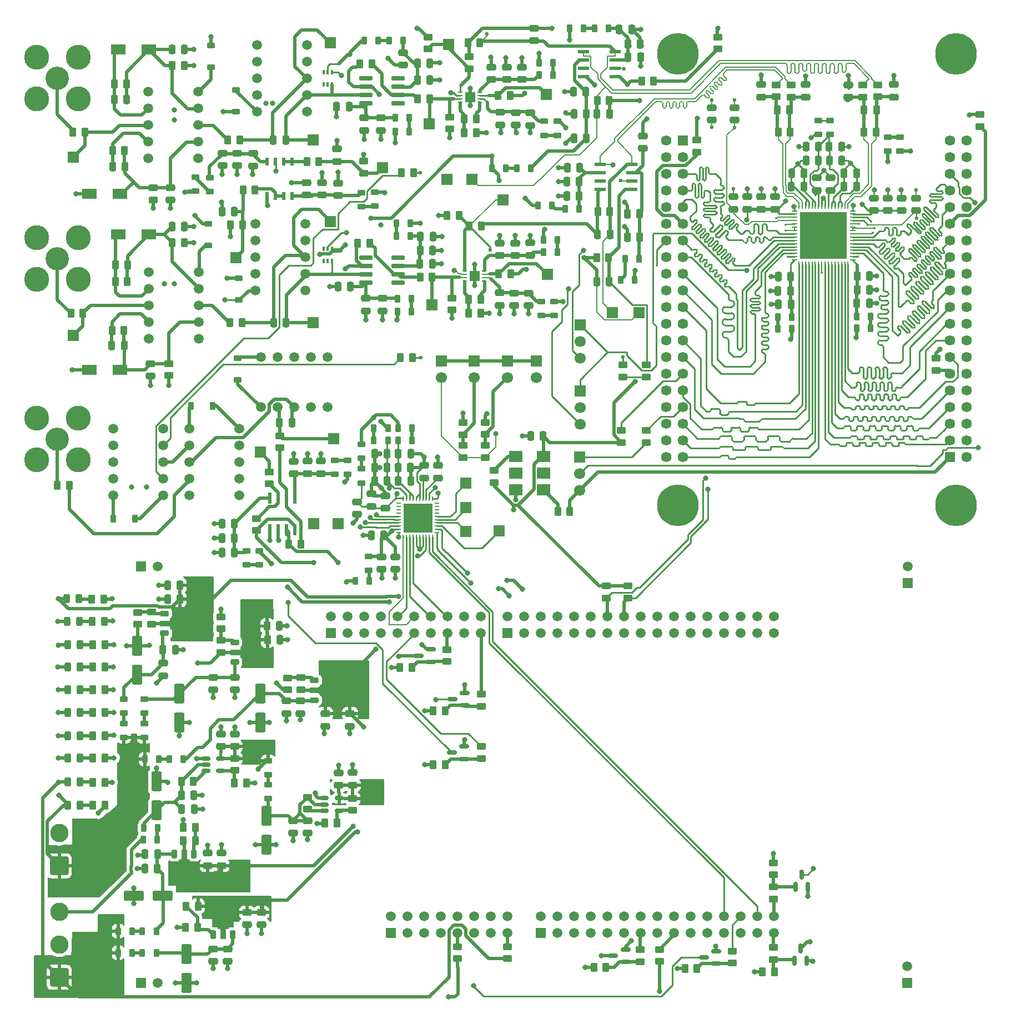
<source format=gtl>
%TF.GenerationSoftware,KiCad,Pcbnew,9.0.5-9.0.5~ubuntu24.04.1*%
%TF.CreationDate,2025-11-23T21:00:32+01:00*%
%TF.ProjectId,DigitalOsciloscope,44696769-7461-46c4-9f73-63696c6f7363,rev?*%
%TF.SameCoordinates,Original*%
%TF.FileFunction,Copper,L1,Top*%
%TF.FilePolarity,Positive*%
%FSLAX46Y46*%
G04 Gerber Fmt 4.6, Leading zero omitted, Abs format (unit mm)*
G04 Created by KiCad (PCBNEW 9.0.5-9.0.5~ubuntu24.04.1) date 2025-11-23 21:00:32*
%MOMM*%
%LPD*%
G01*
G04 APERTURE LIST*
G04 Aperture macros list*
%AMRoundRect*
0 Rectangle with rounded corners*
0 $1 Rounding radius*
0 $2 $3 $4 $5 $6 $7 $8 $9 X,Y pos of 4 corners*
0 Add a 4 corners polygon primitive as box body*
4,1,4,$2,$3,$4,$5,$6,$7,$8,$9,$2,$3,0*
0 Add four circle primitives for the rounded corners*
1,1,$1+$1,$2,$3*
1,1,$1+$1,$4,$5*
1,1,$1+$1,$6,$7*
1,1,$1+$1,$8,$9*
0 Add four rect primitives between the rounded corners*
20,1,$1+$1,$2,$3,$4,$5,0*
20,1,$1+$1,$4,$5,$6,$7,0*
20,1,$1+$1,$6,$7,$8,$9,0*
20,1,$1+$1,$8,$9,$2,$3,0*%
%AMFreePoly0*
4,1,9,3.862500,-0.866500,0.737500,-0.866500,0.737500,-0.450000,-0.737500,-0.450000,-0.737500,0.450000,0.737500,0.450000,0.737500,0.866500,3.862500,0.866500,3.862500,-0.866500,3.862500,-0.866500,$1*%
G04 Aperture macros list end*
%TA.AperFunction,SMDPad,CuDef*%
%ADD10R,0.703200X0.274600*%
%TD*%
%TA.AperFunction,SMDPad,CuDef*%
%ADD11R,1.600000X1.600000*%
%TD*%
%TA.AperFunction,ComponentPad*%
%ADD12C,1.500000*%
%TD*%
%TA.AperFunction,ComponentPad*%
%ADD13C,1.508000*%
%TD*%
%TA.AperFunction,ComponentPad*%
%ADD14R,1.508000X1.508000*%
%TD*%
%TA.AperFunction,ComponentPad*%
%ADD15C,6.350000*%
%TD*%
%TA.AperFunction,ComponentPad*%
%ADD16C,1.590000*%
%TD*%
%TA.AperFunction,ComponentPad*%
%ADD17R,1.590000X1.590000*%
%TD*%
%TA.AperFunction,SMDPad,CuDef*%
%ADD18RoundRect,0.062500X-0.062500X0.375000X-0.062500X-0.375000X0.062500X-0.375000X0.062500X0.375000X0*%
%TD*%
%TA.AperFunction,SMDPad,CuDef*%
%ADD19RoundRect,0.062500X-0.375000X0.062500X-0.375000X-0.062500X0.375000X-0.062500X0.375000X0.062500X0*%
%TD*%
%TA.AperFunction,HeatsinkPad*%
%ADD20R,7.150000X7.150000*%
%TD*%
%TA.AperFunction,SMDPad,CuDef*%
%ADD21RoundRect,0.075000X-0.910000X-0.225000X0.910000X-0.225000X0.910000X0.225000X-0.910000X0.225000X0*%
%TD*%
%TA.AperFunction,SMDPad,CuDef*%
%ADD22RoundRect,0.100000X-0.100000X0.225000X-0.100000X-0.225000X0.100000X-0.225000X0.100000X0.225000X0*%
%TD*%
%TA.AperFunction,SMDPad,CuDef*%
%ADD23RoundRect,0.250000X-0.450000X0.262500X-0.450000X-0.262500X0.450000X-0.262500X0.450000X0.262500X0*%
%TD*%
%TA.AperFunction,SMDPad,CuDef*%
%ADD24RoundRect,0.250000X0.450000X-0.262500X0.450000X0.262500X-0.450000X0.262500X-0.450000X-0.262500X0*%
%TD*%
%TA.AperFunction,SMDPad,CuDef*%
%ADD25RoundRect,0.250000X-0.262500X-0.450000X0.262500X-0.450000X0.262500X0.450000X-0.262500X0.450000X0*%
%TD*%
%TA.AperFunction,SMDPad,CuDef*%
%ADD26RoundRect,0.250000X-0.475000X0.250000X-0.475000X-0.250000X0.475000X-0.250000X0.475000X0.250000X0*%
%TD*%
%TA.AperFunction,SMDPad,CuDef*%
%ADD27RoundRect,0.250000X0.262500X0.450000X-0.262500X0.450000X-0.262500X-0.450000X0.262500X-0.450000X0*%
%TD*%
%TA.AperFunction,SMDPad,CuDef*%
%ADD28RoundRect,0.250000X0.475000X-0.250000X0.475000X0.250000X-0.475000X0.250000X-0.475000X-0.250000X0*%
%TD*%
%TA.AperFunction,SMDPad,CuDef*%
%ADD29RoundRect,0.150000X0.587500X0.150000X-0.587500X0.150000X-0.587500X-0.150000X0.587500X-0.150000X0*%
%TD*%
%TA.AperFunction,ComponentPad*%
%ADD30R,1.700000X1.700000*%
%TD*%
%TA.AperFunction,ComponentPad*%
%ADD31C,1.700000*%
%TD*%
%TA.AperFunction,SMDPad,CuDef*%
%ADD32RoundRect,0.250000X-0.550000X1.250000X-0.550000X-1.250000X0.550000X-1.250000X0.550000X1.250000X0*%
%TD*%
%TA.AperFunction,SMDPad,CuDef*%
%ADD33RoundRect,0.218750X0.218750X0.381250X-0.218750X0.381250X-0.218750X-0.381250X0.218750X-0.381250X0*%
%TD*%
%TA.AperFunction,SMDPad,CuDef*%
%ADD34RoundRect,0.250000X-0.250000X-0.475000X0.250000X-0.475000X0.250000X0.475000X-0.250000X0.475000X0*%
%TD*%
%TA.AperFunction,SMDPad,CuDef*%
%ADD35RoundRect,0.218750X0.381250X-0.218750X0.381250X0.218750X-0.381250X0.218750X-0.381250X-0.218750X0*%
%TD*%
%TA.AperFunction,SMDPad,CuDef*%
%ADD36R,2.000000X1.800000*%
%TD*%
%TA.AperFunction,SMDPad,CuDef*%
%ADD37RoundRect,0.150000X0.150000X-0.587500X0.150000X0.587500X-0.150000X0.587500X-0.150000X-0.587500X0*%
%TD*%
%TA.AperFunction,SMDPad,CuDef*%
%ADD38RoundRect,0.250000X0.250000X0.475000X-0.250000X0.475000X-0.250000X-0.475000X0.250000X-0.475000X0*%
%TD*%
%TA.AperFunction,SMDPad,CuDef*%
%ADD39RoundRect,0.218750X-0.218750X-0.381250X0.218750X-0.381250X0.218750X0.381250X-0.218750X0.381250X0*%
%TD*%
%TA.AperFunction,SMDPad,CuDef*%
%ADD40RoundRect,0.225000X-0.425000X-0.225000X0.425000X-0.225000X0.425000X0.225000X-0.425000X0.225000X0*%
%TD*%
%TA.AperFunction,SMDPad,CuDef*%
%ADD41FreePoly0,0.000000*%
%TD*%
%TA.AperFunction,SMDPad,CuDef*%
%ADD42RoundRect,0.218750X-0.381250X0.218750X-0.381250X-0.218750X0.381250X-0.218750X0.381250X0.218750X0*%
%TD*%
%TA.AperFunction,SMDPad,CuDef*%
%ADD43RoundRect,0.243750X0.243750X0.456250X-0.243750X0.456250X-0.243750X-0.456250X0.243750X-0.456250X0*%
%TD*%
%TA.AperFunction,SMDPad,CuDef*%
%ADD44R,2.300000X1.600000*%
%TD*%
%TA.AperFunction,SMDPad,CuDef*%
%ADD45R,0.711200X0.254000*%
%TD*%
%TA.AperFunction,SMDPad,CuDef*%
%ADD46R,0.254000X0.711200*%
%TD*%
%TA.AperFunction,SMDPad,CuDef*%
%ADD47R,4.495800X4.495800*%
%TD*%
%TA.AperFunction,SMDPad,CuDef*%
%ADD48R,1.676400X0.508000*%
%TD*%
%TA.AperFunction,ComponentPad*%
%ADD49C,3.556000*%
%TD*%
%TA.AperFunction,ComponentPad*%
%ADD50C,3.810000*%
%TD*%
%TA.AperFunction,ComponentPad*%
%ADD51RoundRect,0.250001X1.149999X-1.149999X1.149999X1.149999X-1.149999X1.149999X-1.149999X-1.149999X0*%
%TD*%
%TA.AperFunction,ComponentPad*%
%ADD52C,2.800000*%
%TD*%
%TA.AperFunction,SMDPad,CuDef*%
%ADD53RoundRect,0.150000X-0.512500X-0.150000X0.512500X-0.150000X0.512500X0.150000X-0.512500X0.150000X0*%
%TD*%
%TA.AperFunction,SMDPad,CuDef*%
%ADD54RoundRect,0.225000X0.225000X0.375000X-0.225000X0.375000X-0.225000X-0.375000X0.225000X-0.375000X0*%
%TD*%
%TA.AperFunction,SMDPad,CuDef*%
%ADD55RoundRect,0.225000X-0.375000X0.225000X-0.375000X-0.225000X0.375000X-0.225000X0.375000X0.225000X0*%
%TD*%
%TA.AperFunction,SMDPad,CuDef*%
%ADD56RoundRect,0.225000X0.375000X-0.225000X0.375000X0.225000X-0.375000X0.225000X-0.375000X-0.225000X0*%
%TD*%
%TA.AperFunction,SMDPad,CuDef*%
%ADD57R,0.508000X1.257300*%
%TD*%
%TA.AperFunction,SMDPad,CuDef*%
%ADD58RoundRect,0.225000X-0.225000X-0.375000X0.225000X-0.375000X0.225000X0.375000X-0.225000X0.375000X0*%
%TD*%
%TA.AperFunction,SMDPad,CuDef*%
%ADD59RoundRect,0.250000X0.550000X-1.250000X0.550000X1.250000X-0.550000X1.250000X-0.550000X-1.250000X0*%
%TD*%
%TA.AperFunction,SMDPad,CuDef*%
%ADD60RoundRect,0.225000X-0.225000X0.425000X-0.225000X-0.425000X0.225000X-0.425000X0.225000X0.425000X0*%
%TD*%
%TA.AperFunction,SMDPad,CuDef*%
%ADD61FreePoly0,270.000000*%
%TD*%
%TA.AperFunction,SMDPad,CuDef*%
%ADD62R,0.508000X1.676400*%
%TD*%
%TA.AperFunction,SMDPad,CuDef*%
%ADD63RoundRect,0.225000X0.225000X-0.425000X0.225000X0.425000X-0.225000X0.425000X-0.225000X-0.425000X0*%
%TD*%
%TA.AperFunction,SMDPad,CuDef*%
%ADD64FreePoly0,90.000000*%
%TD*%
%TA.AperFunction,SMDPad,CuDef*%
%ADD65RoundRect,0.250000X1.250000X0.550000X-1.250000X0.550000X-1.250000X-0.550000X1.250000X-0.550000X0*%
%TD*%
%TA.AperFunction,ViaPad*%
%ADD66C,0.800000*%
%TD*%
%TA.AperFunction,ViaPad*%
%ADD67C,0.350000*%
%TD*%
%TA.AperFunction,ViaPad*%
%ADD68C,0.600000*%
%TD*%
%TA.AperFunction,Conductor*%
%ADD69C,0.508000*%
%TD*%
%TA.AperFunction,Conductor*%
%ADD70C,0.254000*%
%TD*%
%TA.AperFunction,Conductor*%
%ADD71C,0.200000*%
%TD*%
%TA.AperFunction,Conductor*%
%ADD72C,0.152400*%
%TD*%
G04 APERTURE END LIST*
D10*
%TO.P,U6,1,VOUT*%
%TO.N,Net-(U6-VOUT)*%
X192323399Y-90549999D03*
%TO.P,U6,2,VCOM*%
%TO.N,GND*%
X192323399Y-91050000D03*
%TO.P,U6,3,INPP*%
%TO.N,Net-(U6-INPP)*%
X192323399Y-91550000D03*
%TO.P,U6,4,INPN*%
%TO.N,Net-(U6-INPN)*%
X192323399Y-92050001D03*
%TO.P,U6,5,PRAO*%
%TO.N,Net-(U6-PRAO)*%
X195276601Y-92050001D03*
%TO.P,U6,6,VNEG*%
%TO.N,Net-(U6-VNEG)*%
X195276601Y-91550000D03*
%TO.P,U6,7,GAIN*%
%TO.N,Net-(U6-GAIN)*%
X195276601Y-91050000D03*
%TO.P,U6,8,VPOS*%
%TO.N,Net-(U6-VPOS)*%
X195276601Y-90549999D03*
D11*
%TO.P,U6,HTAB,EPAD*%
%TO.N,GND*%
X193800000Y-91300000D03*
%TD*%
D10*
%TO.P,U5,1,VOUT*%
%TO.N,Net-(U5-VOUT)*%
X191623399Y-63299999D03*
%TO.P,U5,2,VCOM*%
%TO.N,GND*%
X191623399Y-63800000D03*
%TO.P,U5,3,INPP*%
%TO.N,Net-(U5-INPP)*%
X191623399Y-64300000D03*
%TO.P,U5,4,INPN*%
%TO.N,Net-(U5-INPN)*%
X191623399Y-64800001D03*
%TO.P,U5,5,PRAO*%
%TO.N,Net-(U5-PRAO)*%
X194576601Y-64800001D03*
%TO.P,U5,6,VNEG*%
%TO.N,Net-(U5-VNEG)*%
X194576601Y-64300000D03*
%TO.P,U5,7,GAIN*%
%TO.N,Net-(U5-GAIN)*%
X194576601Y-63800000D03*
%TO.P,U5,8,VPOS*%
%TO.N,Net-(U5-VPOS)*%
X194576601Y-63299999D03*
D11*
%TO.P,U5,HTAB,EPAD*%
%TO.N,GND*%
X193100000Y-64050000D03*
%TD*%
D12*
%TO.P,K2,10*%
%TO.N,CH2_ATTEN*%
X151710000Y-90720000D03*
%TO.P,K2,9*%
%TO.N,Net-(C1-Pad2)*%
X151710000Y-93260000D03*
%TO.P,K2,8*%
%TO.N,Net-(K2-Pad8)*%
X151710000Y-95800000D03*
%TO.P,K2,7*%
%TO.N,Net-(C11-Pad1)*%
X151710000Y-98340000D03*
%TO.P,K2,6*%
%TO.N,N/C*%
X151710000Y-100880000D03*
%TO.P,K2,5*%
X144090000Y-100880000D03*
%TO.P,K2,4*%
%TO.N,Net-(C7-Pad1)*%
X144090000Y-98340000D03*
%TO.P,K2,3*%
%TO.N,Net-(K2-Pad3)*%
X144090000Y-95800000D03*
%TO.P,K2,2*%
%TO.N,Net-(C1-Pad1)*%
X144090000Y-93260000D03*
%TO.P,K2,1*%
%TO.N,+5V_EXT*%
X144090000Y-90720000D03*
%TD*%
%TO.P,K3,10*%
%TO.N,AC_DC_CH2*%
X160390000Y-93530000D03*
%TO.P,K3,9*%
%TO.N,unconnected-(K3-Pad9)*%
X160390000Y-90990000D03*
%TO.P,K3,8*%
%TO.N,unconnected-(K3-Pad8)*%
X160390000Y-88450000D03*
%TO.P,K3,7*%
%TO.N,unconnected-(K3-Pad7)*%
X160390000Y-85910000D03*
%TO.P,K3,6*%
%TO.N,N/C*%
X160390000Y-83370000D03*
%TO.P,K3,5*%
X168010000Y-83370000D03*
%TO.P,K3,4*%
%TO.N,unconnected-(K3-Pad4)*%
X168010000Y-85910000D03*
%TO.P,K3,3*%
%TO.N,Net-(C14-Pad1)*%
X168010000Y-88450000D03*
%TO.P,K3,2*%
%TO.N,Net-(D1A-K3A4)*%
X168010000Y-90990000D03*
%TO.P,K3,1*%
%TO.N,+5V_EXT*%
X168010000Y-93530000D03*
%TD*%
D13*
%TO.P,U11,CN16_2,GND_CN16*%
%TO.N,GND_CN16*%
X259800000Y-196600000D03*
D14*
%TO.P,U11,CN16_1,GND_CN16*%
%TO.N,GND_CN16_1*%
X259800000Y-199140000D03*
D13*
%TO.P,U11,CN15_2,GND_CN15*%
%TO.N,GND_CN15_1*%
X259820000Y-135640000D03*
D14*
%TO.P,U11,CN15_1,GND_CN15*%
%TO.N,GND_CN15*%
X259820000Y-138180000D03*
D13*
%TO.P,U11,CN10_34,D35/TIMER_C_PWM3*%
%TO.N,GPIO_2*%
X239480000Y-143260000D03*
%TO.P,U11,CN10_33,D34/TIMER_B_ETR*%
%TO.N,GPIO_PE0*%
X239480000Y-145800000D03*
%TO.P,U11,CN10_32,D36/TIMER_C_PWM2*%
%TO.N,GPIO_3*%
X236940000Y-143260000D03*
%TO.P,U11,CN10_31,D33/TIMER_D_PWM1*%
%TO.N,GPIO_1*%
X236940000Y-145800000D03*
%TO.P,U11,CN10_30,D37/TIMER_A_BKIN1*%
%TO.N,GPIO_PE15*%
X234400000Y-143260000D03*
%TO.P,U11,CN10_29,D32/TIMER_C_PWM1*%
%TO.N,GPIO_4*%
X234400000Y-145800000D03*
%TO.P,U11,CN10_28,D38/TIMER_A_BKIN2*%
%TO.N,unconnected-(U11F-D38{slash}TIMER_A_BKIN2-PadCN10_28)*%
X231860000Y-143260000D03*
%TO.P,U11,CN10_27,GND_CN10*%
%TO.N,GND*%
X231860000Y-145800000D03*
%TO.P,U11,CN10_26,D39/TIMER_A_PWM3N*%
%TO.N,GPIO_PE12*%
X229320000Y-143260000D03*
%TO.P,U11,CN10_25,D31/QSPI_BK1_IO2*%
%TO.N,QSPI_IO2{slash}GPIO_PE2*%
X229320000Y-145800000D03*
%TO.P,U11,CN10_24,D40/TIMER_A_PWM2N*%
%TO.N,GPIO_PE10*%
X226780000Y-143260000D03*
%TO.P,U11,CN10_23,D30/QSPI_BK1_IO0*%
%TO.N,QSPI_IO0{slash}GPIO_PD11*%
X226780000Y-145800000D03*
%TO.P,U11,CN10_22,GND_CN10*%
%TO.N,GND*%
X224240000Y-143260000D03*
%TO.P,U11,CN10_21,D29/QSPI_BK1_IO1*%
%TO.N,QSPI_IO1{slash}GPIO_PD12*%
X224240000Y-145800000D03*
%TO.P,U11,CN10_20,D41/TIMER_A_ETR*%
%TO.N,GPIO_PE7*%
X221700000Y-143260000D03*
%TO.P,U11,CN10_19,D28/QSPI_BK1_IO3*%
%TO.N,QSPI_IO3{slash}GPIO_PD13*%
X221700000Y-145800000D03*
%TO.P,U11,CN10_18,D42/TIMER_A_PWM1N*%
%TO.N,GPIO_PE8*%
X219160000Y-143260000D03*
%TO.P,U11,CN10_17,GND_CN10*%
%TO.N,GND*%
X219160000Y-145800000D03*
%TO.P,U11,CN10_16,D0/USART_A_RX*%
%TO.N,USART_1_RX*%
X216620000Y-143260000D03*
%TO.P,U11,CN10_15,D27/QSPI_CLK*%
%TO.N,QSPI_CLK*%
X216620000Y-145800000D03*
%TO.P,U11,CN10_14,D1/USART_A_TX*%
%TO.N,USART_1_TX*%
X214080000Y-143260000D03*
%TO.P,U11,CN10_13,D26/QSPI_CS*%
%TO.N,QSPI_CS*%
X214080000Y-145800000D03*
%TO.P,U11,CN10_12,D2/IO*%
%TO.N,unconnected-(U11F-D2{slash}IO-PadCN10_12)*%
X211540000Y-143260000D03*
%TO.P,U11,CN10_11,A8/ADC_C_IN*%
%TO.N,unconnected-(U11F-A8{slash}ADC_C_IN-PadCN10_11)*%
X211540000Y-145800000D03*
%TO.P,U11,CN10_10,D3/TIMER_A_PWM3*%
%TO.N,GPIO_PE13*%
X209000000Y-143260000D03*
%TO.P,U11,CN10_9,A7/ADC_B_IN*%
%TO.N,unconnected-(U11F-A7{slash}ADC_B_IN-PadCN10_9)*%
X209000000Y-145800000D03*
%TO.P,U11,CN10_8,D4/IO*%
%TO.N,GPIO_0*%
X206460000Y-143260000D03*
%TO.P,U11,CN10_7,A6/ADC_A_IN*%
%TO.N,unconnected-(U11F-A6{slash}ADC_A_IN-PadCN10_7)*%
X206460000Y-145800000D03*
%TO.P,U11,CN10_6,D5/TIMER_A_PWM2*%
%TO.N,GPIO_PE11*%
X203920000Y-143260000D03*
%TO.P,U11,CN10_5,GND_CN10*%
%TO.N,GND*%
X203920000Y-145800000D03*
%TO.P,U11,CN10_4,D6/TIMER_A_PWM1*%
%TO.N,GPIO_PE9*%
X201380000Y-143260000D03*
%TO.P,U11,CN10_3,AGND_CN10*%
%TO.N,GND*%
X201380000Y-145800000D03*
%TO.P,U11,CN10_2,D7/IO*%
%TO.N,unconnected-(U11F-D7{slash}IO-PadCN10_2)*%
X198840000Y-143260000D03*
D14*
%TO.P,U11,CN10_1,AVDD*%
%TO.N,unconnected-(U11F-AVDD-PadCN10_1)*%
X198840000Y-145800000D03*
D13*
%TO.P,U11,CN9_30,D64/IO*%
%TO.N,TRIGG_1_MCU*%
X239480000Y-188980000D03*
%TO.P,U11,CN9_29,D65/IO*%
%TO.N,TRIGG_2_MCU*%
X239480000Y-191520000D03*
%TO.P,U11,CN9_28,D63/SAI_B_FS*%
%TO.N,DAC_CLR*%
X236940000Y-188980000D03*
%TO.P,U11,CN9_27,D66/CAN_TX*%
%TO.N,READY*%
X236940000Y-191520000D03*
%TO.P,U11,CN9_26,D62/SAI_B_MCLK*%
%TO.N,CH1_ATTEN_MCU*%
X234400000Y-188980000D03*
%TO.P,U11,CN9_25,D67/CAN_RX*%
%TO.N,unconnected-(U11D-D67{slash}CAN_RX-PadCN9_25)*%
X234400000Y-191520000D03*
%TO.P,U11,CN9_24,D61/SAI_B_SCK*%
%TO.N,DAC_RST*%
X231860000Y-188980000D03*
%TO.P,U11,CN9_23,GND_CN9*%
%TO.N,GND*%
X231860000Y-191520000D03*
%TO.P,U11,CN9_22,D60/SAI_B_SD*%
%TO.N,unconnected-(U11D-D60{slash}SAI_B_SD-PadCN9_22)*%
X229320000Y-188980000D03*
%TO.P,U11,CN9_21,D68/I2C_B_SDA*%
%TO.N,GPIO_PD1*%
X229320000Y-191520000D03*
%TO.P,U11,CN9_20,D59/SAI_A_SD*%
%TO.N,GPIO_PE6*%
X226780000Y-188980000D03*
%TO.P,U11,CN9_19,D69/I2C_B_SCL*%
%TO.N,GPIO_PD0*%
X226780000Y-191520000D03*
%TO.P,U11,CN9_18,D58/SAI_A_SCK*%
%TO.N,GPIO_PE5*%
X224240000Y-188980000D03*
%TO.P,U11,CN9_17,D70/I2C_B_SMBA*%
%TO.N,DAC_ALM*%
X224240000Y-191520000D03*
%TO.P,U11,CN9_16,D57/SAI_A_FS*%
%TO.N,GPIO_PE4*%
X221700000Y-188980000D03*
%TO.P,U11,CN9_15,D71/COMP2_INP*%
%TO.N,unconnected-(U11D-D71{slash}COMP2_INP-PadCN9_15)*%
X221700000Y-191520000D03*
%TO.P,U11,CN9_14,D56/SAI_A_MCLK*%
%TO.N,unconnected-(U11D-D56{slash}SAI_A_MCLK-PadCN9_14)*%
X219160000Y-188980000D03*
%TO.P,U11,CN9_13,D72/COMP1_INP*%
%TO.N,TRIGGER_AC_DC_MCU*%
X219160000Y-191520000D03*
%TO.P,U11,CN9_12,GND_CN9*%
%TO.N,GND*%
X216620000Y-188980000D03*
%TO.P,U11,CN9_11,A5/ADC3_INP6/I2C1_SCL*%
%TO.N,unconnected-(U11D-A5{slash}ADC3_INP6{slash}I2C1_SCL-PadCN9_11)*%
X216620000Y-191520000D03*
%TO.P,U11,CN9_10,D55/USART_B_CTS*%
%TO.N,GPIO_PD3*%
X214080000Y-188980000D03*
%TO.P,U11,CN9_9,A4/ADC123_INP12/I2C1_SDA*%
%TO.N,unconnected-(U11D-A4{slash}ADC123_INP12{slash}I2C1_SDA-PadCN9_9)*%
X214080000Y-191520000D03*
%TO.P,U11,CN9_8,D54/USART_B_RTS*%
%TO.N,GPIO_PD4*%
X211540000Y-188980000D03*
%TO.P,U11,CN9_7,A3/ADC12_INP5*%
%TO.N,unconnected-(U11D-A3{slash}ADC12_INP5-PadCN9_7)*%
X211540000Y-191520000D03*
%TO.P,U11,CN9_6,D53/USART_B_TX*%
%TO.N,GPIO_PD5*%
X209000000Y-188980000D03*
%TO.P,U11,CN9_5,A2/ADC12_INP13*%
%TO.N,unconnected-(U11D-A2{slash}ADC12_INP13-PadCN9_5)*%
X209000000Y-191520000D03*
%TO.P,U11,CN9_4,D52/USART_B_RX*%
%TO.N,GPIO_PD6*%
X206460000Y-188980000D03*
%TO.P,U11,CN9_3,A1/ADC123_INP10*%
%TO.N,unconnected-(U11D-A1{slash}ADC123_INP10-PadCN9_3)*%
X206460000Y-191520000D03*
%TO.P,U11,CN9_2,D51/USART_B_SCLK*%
%TO.N,GPIO_PD7*%
X203920000Y-188980000D03*
D14*
%TO.P,U11,CN9_1,A0/ADC12_INP15*%
%TO.N,DAC_TEMP*%
X203920000Y-191520000D03*
D13*
%TO.P,U11,CN8_16,D50/IO*%
%TO.N,unconnected-(U11C-D50{slash}IO-PadCN8_16)*%
X198840000Y-188980000D03*
%TO.P,U11,CN8_15,VIN_CN8*%
%TO.N,Net-(U11C-VIN_CN8)*%
X198840000Y-191520000D03*
%TO.P,U11,CN8_14,D49/IO*%
%TO.N,unconnected-(U11C-D49{slash}IO-PadCN8_14)*%
X196300000Y-188980000D03*
%TO.P,U11,CN8_13,GND_CN8*%
%TO.N,GND*%
X196300000Y-191520000D03*
%TO.P,U11,CN8_12,D48/SDMMC_CMD*%
%TO.N,GPIO_PD2*%
X193760000Y-188980000D03*
%TO.P,U11,CN8_11,GND_CN8*%
%TO.N,GND*%
X193760000Y-191520000D03*
%TO.P,U11,CN8_10,D47/SDMMC_CK*%
%TO.N,unconnected-(U11C-D47{slash}SDMMC_CK-PadCN8_10)*%
X191220000Y-188980000D03*
%TO.P,U11,CN8_9,5V_CN8*%
%TO.N,Net-(U11C-5V_CN8)*%
X191220000Y-191520000D03*
%TO.P,U11,CN8_8,D46/SDMMC_D3*%
%TO.N,unconnected-(U11C-D46{slash}SDMMC_D3-PadCN8_8)*%
X188680000Y-188980000D03*
%TO.P,U11,CN8_7,3V3_CN8*%
%TO.N,unconnected-(U11C-3V3_CN8-PadCN8_7)*%
X188680000Y-191520000D03*
%TO.P,U11,CN8_6,D45/SDMMC_D2*%
%TO.N,unconnected-(U11C-D45{slash}SDMMC_D2-PadCN8_6)*%
X186140000Y-188980000D03*
%TO.P,U11,CN8_5,NRST_CN8*%
%TO.N,unconnected-(U11C-NRST_CN8-PadCN8_5)*%
X186140000Y-191520000D03*
%TO.P,U11,CN8_4,D44/SDMMC_D1/I2S_A_CKIN*%
%TO.N,unconnected-(U11C-D44{slash}SDMMC_D1{slash}I2S_A_CKIN-PadCN8_4)*%
X183600000Y-188980000D03*
%TO.P,U11,CN8_3,IOREF_CN8*%
%TO.N,unconnected-(U11C-IOREF_CN8-PadCN8_3)*%
X183600000Y-191520000D03*
%TO.P,U11,CN8_2,D43/SDMMC_D0*%
%TO.N,unconnected-(U11C-D43{slash}SDMMC_D0-PadCN8_2)*%
X181060000Y-188980000D03*
D14*
%TO.P,U11,CN8_1,NC_CN8*%
%TO.N,unconnected-(U11C-NC_CN8-PadCN8_1)*%
X181060000Y-191520000D03*
D13*
%TO.P,U11,CN7_20,D8/IO*%
%TO.N,unconnected-(U11E-D8{slash}IO-PadCN7_20)*%
X194776000Y-143260000D03*
%TO.P,U11,CN7_19,D25/SPI_B_MISO*%
%TO.N,AC_DC_CH1_MCU*%
X194776000Y-145800000D03*
%TO.P,U11,CN7_18,D9/TIMER_B_PWM2*%
%TO.N,GPIO_PD15*%
X192236000Y-143260000D03*
%TO.P,U11,CN7_17,D24/SPI_B_NSS*%
%TO.N,unconnected-(U11E-D24{slash}SPI_B_NSS-PadCN7_17)*%
X192236000Y-145800000D03*
%TO.P,U11,CN7_16,D10/SPI_A_CS/TIM_B_PWM3*%
%TO.N,SPI_1_CS*%
X189696000Y-143260000D03*
%TO.P,U11,CN7_15,D23/I2S_B_CK/SPI_B_SCK*%
%TO.N,CH2_ATTEN_MCU*%
X189696000Y-145800000D03*
%TO.P,U11,CN7_14,D11/SPI_A_MOSI/TIM_E_PWM1*%
%TO.N,SPI_1_MOSI*%
X187156000Y-143260000D03*
%TO.P,U11,CN7_13,D22/I2S_B_SD/SPI_B_MOSI*%
%TO.N,unconnected-(U11E-D22{slash}I2S_B_SD{slash}SPI_B_MOSI-PadCN7_13)*%
X187156000Y-145800000D03*
%TO.P,U11,CN7_12,D12/SPI_A_MISO*%
%TO.N,SPI_1_MISO*%
X184616000Y-143260000D03*
%TO.P,U11,CN7_11,D21/I2S_B_MCK*%
%TO.N,AC_DC_CH2_MCU*%
X184616000Y-145800000D03*
%TO.P,U11,CN7_10,D13/SPI_A_SCK*%
%TO.N,SPI_1_SCK*%
X182076000Y-143260000D03*
%TO.P,U11,CN7_9,D20/I2S_B_WS*%
%TO.N,unconnected-(U11E-D20{slash}I2S_B_WS-PadCN7_9)*%
X182076000Y-145800000D03*
%TO.P,U11,CN7_8,GND_CN7*%
%TO.N,GND*%
X179536000Y-143260000D03*
%TO.P,U11,CN7_7,D19/I2S_A_WS*%
%TO.N,unconnected-(U11E-D19{slash}I2S_A_WS-PadCN7_7)*%
X179536000Y-145800000D03*
%TO.P,U11,CN7_6,VREFP_CN7*%
%TO.N,unconnected-(U11E-VREFP_CN7-PadCN7_6)*%
X176996000Y-143260000D03*
%TO.P,U11,CN7_5,D18/I2S_A_CK*%
%TO.N,unconnected-(U11E-D18{slash}I2S_A_CK-PadCN7_5)*%
X176996000Y-145800000D03*
%TO.P,U11,CN7_4,D14/I2C_A_SDA*%
%TO.N,unconnected-(U11E-D14{slash}I2C_A_SDA-PadCN7_4)*%
X174456000Y-143260000D03*
%TO.P,U11,CN7_3,D17/I2S_A_SD*%
%TO.N,unconnected-(U11E-D17{slash}I2S_A_SD-PadCN7_3)*%
X174456000Y-145800000D03*
%TO.P,U11,CN7_2,D15/I2C_A_SCL*%
%TO.N,unconnected-(U11E-D15{slash}I2C_A_SCL-PadCN7_2)*%
X171916000Y-143260000D03*
D14*
%TO.P,U11,CN7_1,D16/I2S_A_MCK*%
%TO.N,unconnected-(U11E-D16{slash}I2S_A_MCK-PadCN7_1)*%
X171916000Y-145800000D03*
D13*
%TO.P,U11,CN4_2,GND_CN4*%
%TO.N,GND_CN4*%
X145500000Y-135640000D03*
D14*
%TO.P,U11,CN4_1,GND_CN4*%
%TO.N,GND_CN4_1*%
X142960000Y-135640000D03*
D13*
%TO.P,U11,CN3_2,GND_CN3*%
%TO.N,GND_CN3*%
X145500000Y-199140000D03*
D14*
%TO.P,U11,CN3_1,GND_CN3*%
%TO.N,GND_CN3_1*%
X142960000Y-199140000D03*
%TD*%
D15*
%TO.P,U10,S4,SHIELD*%
%TO.N,unconnected-(U10A-SHIELD-PadS1)_3*%
X224790000Y-126290000D03*
%TO.P,U10,S3,SHIELD*%
%TO.N,unconnected-(U10A-SHIELD-PadS1)_1*%
X267210000Y-126290000D03*
%TO.P,U10,S2,SHIELD*%
%TO.N,unconnected-(U10A-SHIELD-PadS1)*%
X224790000Y-57460000D03*
%TO.P,U10,S1,SHIELD*%
%TO.N,unconnected-(U10A-SHIELD-PadS1)_2*%
X267210000Y-57460000D03*
D16*
%TO.P,U10,JP2_40,GPIO_133*%
%TO.N,QSPI_IO3{slash}GPIO_PD13*%
X268860000Y-70670000D03*
%TO.P,U10,JP2_39,GPIO_132*%
%TO.N,OE_A*%
X266320000Y-70670000D03*
%TO.P,U10,JP2_38,GPIO_131*%
%TO.N,QSPI_IO1{slash}GPIO_PD12*%
X268860000Y-73210000D03*
%TO.P,U10,JP2_37,GPIO_130*%
%TO.N,OVERFLOW*%
X266320000Y-73210000D03*
%TO.P,U10,JP2_36,GPIO_129*%
%TO.N,GPIO_PE10*%
X268860000Y-75750000D03*
%TO.P,U10,JP2_35,GPIO_128*%
%TO.N,READY*%
X266320000Y-75750000D03*
%TO.P,U10,JP2_34,GPIO_127*%
%TO.N,QSPI_IO0{slash}GPIO_PD11*%
X268860000Y-78290000D03*
%TO.P,U10,JP2_33,GPIO_126*%
%TO.N,ADC_A_13*%
X266320000Y-78290000D03*
%TO.P,U10,JP2_32,GPIO_125*%
%TO.N,GPIO_PE12*%
X268860000Y-80830000D03*
%TO.P,U10,JP2_31,GPIO_124*%
%TO.N,ADC_A_12*%
X266320000Y-80830000D03*
%TO.P,U10,JP2_30,GPIO-1_GND*%
%TO.N,GND*%
X268860000Y-83370000D03*
%TO.P,U10,JP2_29,GPIO-1_VCC3P3*%
%TO.N,Net-(U10B-GPIO-1_VCC3P3)*%
X266320000Y-83370000D03*
%TO.P,U10,JP2_28,GPIO_123*%
%TO.N,QSPI_IO2{slash}GPIO_PE2*%
X268860000Y-85910000D03*
%TO.P,U10,JP2_27,GPIO_122*%
%TO.N,ADC_A_11*%
X266320000Y-85910000D03*
%TO.P,U10,JP2_26,GPIO_121*%
%TO.N,GPIO_PE15*%
X268860000Y-88450000D03*
%TO.P,U10,JP2_25,GPIO_120*%
%TO.N,ADC_A_10*%
X266320000Y-88450000D03*
%TO.P,U10,JP2_24,GPIO_119*%
%TO.N,GPIO_PE0*%
X268860000Y-90990000D03*
%TO.P,U10,JP2_23,GPIO_118*%
%TO.N,ADC_A_9*%
X266320000Y-90990000D03*
%TO.P,U10,JP2_22,GPIO_117*%
%TO.N,GPIO_PD7*%
X268860000Y-93530000D03*
%TO.P,U10,JP2_21,GPIO_116*%
%TO.N,ADC_A_8*%
X266320000Y-93530000D03*
%TO.P,U10,JP2_20,GPIO_115*%
%TO.N,GPIO_PD6*%
X268860000Y-96070000D03*
%TO.P,U10,JP2_19,GPIO_114*%
%TO.N,ADC_A_7*%
X266320000Y-96070000D03*
%TO.P,U10,JP2_18,GPIO_113*%
%TO.N,GPIO_PD5*%
X268860000Y-98610000D03*
%TO.P,U10,JP2_17,GPIO_112*%
%TO.N,ADC_A_6*%
X266320000Y-98610000D03*
%TO.P,U10,JP2_16,GPIO_111*%
%TO.N,GPIO_PD4*%
X268860000Y-101150000D03*
%TO.P,U10,JP2_15,GPIO_110*%
%TO.N,ADC_A_5*%
X266320000Y-101150000D03*
%TO.P,U10,JP2_14,GPIO_19*%
%TO.N,GPIO_PD3*%
X268860000Y-103690000D03*
%TO.P,U10,JP2_13,GPIO_18*%
%TO.N,ADC_A_4*%
X266320000Y-103690000D03*
%TO.P,U10,JP2_12,GPIO-1_GND*%
%TO.N,GND*%
X268860000Y-106230000D03*
%TO.P,U10,JP2_11,GPIO-1_VCC_SYS*%
%TO.N,Net-(U10B-GPIO-1_VCC_SYS)*%
X266320000Y-106230000D03*
%TO.P,U10,JP2_10,GPIO_17*%
%TO.N,GPIO_PE4*%
X268860000Y-108770000D03*
%TO.P,U10,JP2_9,GPIO_16*%
%TO.N,ADC_A_3*%
X266320000Y-108770000D03*
%TO.P,U10,JP2_8,GPIO_15*%
%TO.N,GPIO_PE5*%
X268860000Y-111310000D03*
%TO.P,U10,JP2_7,GPIO_14*%
%TO.N,ADC_A_2*%
X266320000Y-111310000D03*
%TO.P,U10,JP2_6,GPIO_13*%
%TO.N,GPIO_PE6*%
X268860000Y-113850000D03*
%TO.P,U10,JP2_5,GPIO_12*%
%TO.N,ADC_A_1*%
X266320000Y-113850000D03*
%TO.P,U10,JP2_4,GPIO_11*%
%TO.N,GPIO_PD0*%
X268860000Y-116390000D03*
%TO.P,U10,JP2_3,GPIO_1_IN1*%
%TO.N,ADC_A_0*%
X266320000Y-116390000D03*
%TO.P,U10,JP2_2,GPIO_10*%
%TO.N,GPIO_PD1*%
X268860000Y-118930000D03*
D17*
%TO.P,U10,JP2_1,GPIO_1_IN0*%
%TO.N,CLOCK_80MHz*%
X266320000Y-118930000D03*
D16*
%TO.P,U10,JP1_40,GPIO_033*%
%TO.N,AN_TRIGGER_P*%
X223010000Y-118930000D03*
%TO.P,U10,JP1_39,GPIO_032*%
%TO.N,ADC_B_13*%
X225550000Y-118930000D03*
%TO.P,U10,JP1_38,GPIO_031*%
%TO.N,AN_TRIGGER_N*%
X223010000Y-116390000D03*
%TO.P,U10,JP1_37,GPIO_030*%
%TO.N,ADC_B_12*%
X225550000Y-116390000D03*
%TO.P,U10,JP1_36,GPIO_029*%
%TO.N,USART_1_RX*%
X223010000Y-113850000D03*
%TO.P,U10,JP1_35,GPIO_028*%
%TO.N,ADC_B_11*%
X225550000Y-113850000D03*
%TO.P,U10,JP1_34,GPIO_027*%
%TO.N,USART_1_TX*%
X223010000Y-111310000D03*
%TO.P,U10,JP1_33,GPIO_026*%
%TO.N,Net-(U10A-GPIO_026)*%
X225550000Y-111310000D03*
%TO.P,U10,JP1_32,GPIO_025*%
%TO.N,GPIO_PE7*%
X223010000Y-108770000D03*
%TO.P,U10,JP1_31,GPIO_024*%
%TO.N,ADC_B_10*%
X225550000Y-108770000D03*
%TO.P,U10,JP1_30,GPIO-0_GND*%
%TO.N,GND*%
X223010000Y-106230000D03*
%TO.P,U10,JP1_29,GPIO-0_VCC3P3*%
%TO.N,Net-(U10A-GPIO-0_VCC3P3)*%
X225550000Y-106230000D03*
%TO.P,U10,JP1_28,GPIO_023*%
%TO.N,GPIO_PE8*%
X223010000Y-103690000D03*
%TO.P,U10,JP1_27,GPIO_022*%
%TO.N,ADC_B_9*%
X225550000Y-103690000D03*
%TO.P,U10,JP1_26,GPIO_021*%
%TO.N,GPIO_PE13*%
X223010000Y-101150000D03*
%TO.P,U10,JP1_25,GPIO_020*%
%TO.N,ADC_B_8*%
X225550000Y-101150000D03*
%TO.P,U10,JP1_24,GPIO_019*%
%TO.N,GPIO_PE11*%
X223010000Y-98610000D03*
%TO.P,U10,JP1_23,GPIO_018*%
%TO.N,unconnected-(U10A-GPIO_018-PadJP1_23)*%
X225550000Y-98610000D03*
%TO.P,U10,JP1_22,GPIO_017*%
%TO.N,GPIO_PE9*%
X223010000Y-96070000D03*
%TO.P,U10,JP1_21,GPIO_016*%
%TO.N,ADC_B_7*%
X225550000Y-96070000D03*
%TO.P,U10,JP1_20,GPIO_015*%
%TO.N,GPIO_PD15*%
X223010000Y-93530000D03*
%TO.P,U10,JP1_19,GPIO_014*%
%TO.N,ADC_B_6*%
X225550000Y-93530000D03*
%TO.P,U10,JP1_18,GPIO_013*%
%TO.N,OE_B*%
X223010000Y-90990000D03*
%TO.P,U10,JP1_17,GPIO_012*%
%TO.N,ADC_B_5*%
X225550000Y-90990000D03*
%TO.P,U10,JP1_16,GPIO_011*%
%TO.N,GPIO_PD2*%
X223010000Y-88450000D03*
%TO.P,U10,JP1_15,GPIO_010*%
%TO.N,ADC_B_4*%
X225550000Y-88450000D03*
%TO.P,U10,JP1_14,GPIO_09*%
%TO.N,CLIPPING*%
X223010000Y-85910000D03*
%TO.P,U10,JP1_13,GPIO_08*%
%TO.N,ADC_B_3*%
X225550000Y-85910000D03*
%TO.P,U10,JP1_12,GPIO-0_GND*%
%TO.N,GND*%
X223010000Y-83370000D03*
%TO.P,U10,JP1_11,GPIO-0_VCC_SYS*%
%TO.N,Net-(U10A-GPIO-0_VCC_SYS)*%
X225550000Y-83370000D03*
%TO.P,U10,JP1_10,GPIO_07*%
%TO.N,unconnected-(U10A-GPIO_07-PadJP1_10)*%
X223010000Y-80830000D03*
%TO.P,U10,JP1_9,GPIO_06*%
%TO.N,ADC_B_2*%
X225550000Y-80830000D03*
%TO.P,U10,JP1_8,GPIO_05*%
%TO.N,unconnected-(U10A-GPIO_05-PadJP1_8)*%
X223010000Y-78290000D03*
%TO.P,U10,JP1_7,GPIO_04*%
%TO.N,ADC_B_1*%
X225550000Y-78290000D03*
%TO.P,U10,JP1_6,GPIO_03*%
%TO.N,unconnected-(U10A-GPIO_03-PadJP1_6)*%
X223010000Y-75750000D03*
%TO.P,U10,JP1_5,GPIO_02*%
%TO.N,ADC_B_0*%
X225550000Y-75750000D03*
%TO.P,U10,JP1_4,GPIO_01*%
%TO.N,unconnected-(U10A-GPIO_01-PadJP1_4)*%
X223010000Y-73210000D03*
%TO.P,U10,JP1_3,GPIO_0_IN1*%
%TO.N,unconnected-(U10A-GPIO_0_IN1-PadJP1_3)*%
X225550000Y-73210000D03*
%TO.P,U10,JP1_2,GPIO_00*%
%TO.N,unconnected-(U10A-GPIO_00-PadJP1_2)*%
X223010000Y-70670000D03*
D17*
%TO.P,U10,JP1_1,GPIO_0_IN0*%
%TO.N,unconnected-(U10A-GPIO_0_IN0-PadJP1_1)*%
X225550000Y-70670000D03*
%TD*%
D18*
%TO.P,U9,1,AINA+*%
%TO.N,CH1_CH_P*%
X250750000Y-80692500D03*
%TO.P,U9,2,AINA-*%
%TO.N,CH1_CH_N*%
X250250000Y-80692500D03*
%TO.P,U9,3,REFHA*%
%TO.N,GND*%
X249750000Y-80692500D03*
%TO.P,U9,4,REFHA*%
X249250000Y-80692500D03*
%TO.P,U9,5,REFLA*%
X248750000Y-80692500D03*
%TO.P,U9,6,REFLA*%
X248250000Y-80692500D03*
%TO.P,U9,7,VDD*%
%TO.N,Net-(J4-Pin_1)*%
X247750000Y-80692500D03*
%TO.P,U9,8,CLKA*%
%TO.N,Net-(J5-Pin_2)*%
X247250000Y-80692500D03*
%TO.P,U9,9,CLKB*%
X246750000Y-80692500D03*
%TO.P,U9,10,VDD*%
%TO.N,Net-(J4-Pin_1)*%
X246250000Y-80692500D03*
%TO.P,U9,11,REFLB*%
%TO.N,GND*%
X245750000Y-80692500D03*
%TO.P,U9,12,REFLB*%
X245250000Y-80692500D03*
%TO.P,U9,13,REFHB*%
X244750000Y-80692500D03*
%TO.P,U9,14,REFHB*%
X244250000Y-80692500D03*
%TO.P,U9,15,AINB-*%
%TO.N,CH2_CH_N*%
X243750000Y-80692500D03*
%TO.P,U9,16,AINB+*%
%TO.N,CH2_CH_P*%
X243250000Y-80692500D03*
D19*
%TO.P,U9,17,GND*%
%TO.N,GND*%
X242562500Y-81380000D03*
%TO.P,U9,18,VDD*%
%TO.N,+VDD_FILTERED*%
X242562500Y-81880000D03*
%TO.P,U9,19,SENSEB*%
%TO.N,Net-(J4-Pin_2)*%
X242562500Y-82380000D03*
%TO.P,U9,20,VCMB*%
%TO.N,+1V5_VOCM_CH2*%
X242562500Y-82880000D03*
%TO.P,U9,21,MUX*%
%TO.N,Net-(J4-Pin_1)*%
X242562500Y-83380000D03*
%TO.P,U9,22,SHDNB*%
%TO.N,OE_B*%
X242562500Y-83880000D03*
%TO.P,U9,23,~{OEB}*%
X242562500Y-84380000D03*
%TO.P,U9,24,DB0*%
%TO.N,ADC_B_0*%
X242562500Y-84880000D03*
%TO.P,U9,25,DB1*%
%TO.N,ADC_B_1*%
X242562500Y-85380000D03*
%TO.P,U9,26,DB2*%
%TO.N,ADC_B_2*%
X242562500Y-85880000D03*
%TO.P,U9,27,DB3*%
%TO.N,ADC_B_3*%
X242562500Y-86380000D03*
%TO.P,U9,28,DB4*%
%TO.N,ADC_B_4*%
X242562500Y-86880000D03*
%TO.P,U9,29,DB5*%
%TO.N,ADC_B_5*%
X242562500Y-87380000D03*
%TO.P,U9,30,DB6*%
%TO.N,ADC_B_6*%
X242562500Y-87880000D03*
%TO.P,U9,31,OGND*%
%TO.N,GND*%
X242562500Y-88380000D03*
%TO.P,U9,32,OVDD*%
%TO.N,Net-(C100-Pad2)*%
X242562500Y-88880000D03*
D18*
%TO.P,U9,33,DB7*%
%TO.N,ADC_B_7*%
X243250000Y-89567500D03*
%TO.P,U9,34,DB8*%
%TO.N,ADC_B_8*%
X243750000Y-89567500D03*
%TO.P,U9,35,DB9*%
%TO.N,ADC_B_9*%
X244250000Y-89567500D03*
%TO.P,U9,36,DB10*%
%TO.N,ADC_B_10*%
X244750000Y-89567500D03*
%TO.P,U9,37,DB11*%
%TO.N,ADC_B_11*%
X245250000Y-89567500D03*
%TO.P,U9,38,DB12*%
%TO.N,ADC_B_12*%
X245750000Y-89567500D03*
%TO.P,U9,39,DB13*%
%TO.N,ADC_B_13*%
X246250000Y-89567500D03*
%TO.P,U9,40,OFB*%
%TO.N,CLIPPING*%
X246750000Y-89567500D03*
%TO.P,U9,41,DA0*%
%TO.N,ADC_A_0*%
X247250000Y-89567500D03*
%TO.P,U9,42,DA1*%
%TO.N,ADC_A_1*%
X247750000Y-89567500D03*
%TO.P,U9,43,DA2*%
%TO.N,ADC_A_2*%
X248250000Y-89567500D03*
%TO.P,U9,44,DA3*%
%TO.N,ADC_A_3*%
X248750000Y-89567500D03*
%TO.P,U9,45,DA4*%
%TO.N,ADC_A_4*%
X249250000Y-89567500D03*
%TO.P,U9,46,DA5*%
%TO.N,ADC_A_5*%
X249750000Y-89567500D03*
%TO.P,U9,47,DA6*%
%TO.N,ADC_A_6*%
X250250000Y-89567500D03*
%TO.P,U9,48,DA7*%
%TO.N,ADC_A_7*%
X250750000Y-89567500D03*
D19*
%TO.P,U9,49,OVDD*%
%TO.N,Net-(C101-Pad2)*%
X251437500Y-88880000D03*
%TO.P,U9,50,OGND*%
%TO.N,GND*%
X251437500Y-88380000D03*
%TO.P,U9,51,DA8*%
%TO.N,ADC_A_8*%
X251437500Y-87880000D03*
%TO.P,U9,52,DA9*%
%TO.N,ADC_A_9*%
X251437500Y-87380000D03*
%TO.P,U9,53,DA10*%
%TO.N,ADC_A_10*%
X251437500Y-86880000D03*
%TO.P,U9,54,DA11*%
%TO.N,ADC_A_11*%
X251437500Y-86380000D03*
%TO.P,U9,55,DA12*%
%TO.N,ADC_A_12*%
X251437500Y-85880000D03*
%TO.P,U9,56,DA13*%
%TO.N,ADC_A_13*%
X251437500Y-85380000D03*
%TO.P,U9,57,OFA*%
%TO.N,OVERFLOW*%
X251437500Y-84880000D03*
%TO.P,U9,58,~{OEA}*%
%TO.N,OE_A*%
X251437500Y-84380000D03*
%TO.P,U9,59,SHDNA*%
X251437500Y-83880000D03*
%TO.P,U9,60,MODE*%
%TO.N,Net-(J10-Pin_1)*%
X251437500Y-83380000D03*
%TO.P,U9,61,VCMA*%
%TO.N,+1V5_VOCM_CH1*%
X251437500Y-82880000D03*
%TO.P,U9,62,SENSEA*%
%TO.N,Net-(J7-Pin_2)*%
X251437500Y-82380000D03*
%TO.P,U9,63,VDD*%
%TO.N,+VDD_FILTERED*%
X251437500Y-81880000D03*
%TO.P,U9,64,GND*%
%TO.N,GND*%
X251437500Y-81380000D03*
D20*
%TO.P,U9,65,GND*%
X247000000Y-85130000D03*
%TD*%
D21*
%TO.P,U3,1*%
%TO.N,N/C*%
X177200000Y-61200000D03*
%TO.P,U3,2,NEG*%
%TO.N,Net-(U3-NEG)*%
X177200000Y-62470000D03*
%TO.P,U3,3,POS*%
%TO.N,Net-(D2A-K3A4)*%
X177200000Y-63740000D03*
%TO.P,U3,4,-VS*%
%TO.N,Net-(U3--VS)*%
X177200000Y-65010000D03*
%TO.P,U3,5*%
%TO.N,N/C*%
X182140000Y-65010000D03*
%TO.P,U3,6,OUTPUT*%
%TO.N,Net-(U3-OUTPUT)*%
X182140000Y-63740000D03*
%TO.P,U3,7,+VS*%
%TO.N,Net-(U3-+VS)*%
X182140000Y-62470000D03*
%TO.P,U3,8*%
%TO.N,N/C*%
X182140000Y-61200000D03*
%TD*%
%TO.P,U2,1*%
%TO.N,N/C*%
X177200000Y-88530000D03*
%TO.P,U2,2,NEG*%
%TO.N,Net-(U2-NEG)*%
X177200000Y-89800000D03*
%TO.P,U2,3,POS*%
%TO.N,Net-(D1A-K3A4)*%
X177200000Y-91070000D03*
%TO.P,U2,4,-VS*%
%TO.N,Net-(U2--VS)*%
X177200000Y-92340000D03*
%TO.P,U2,5*%
%TO.N,N/C*%
X182140000Y-92340000D03*
%TO.P,U2,6,OUTPUT*%
%TO.N,Net-(U2-OUTPUT)*%
X182140000Y-91070000D03*
%TO.P,U2,7,+VS*%
%TO.N,Net-(U2-+VS)*%
X182140000Y-89800000D03*
%TO.P,U2,8*%
%TO.N,N/C*%
X182140000Y-88530000D03*
%TD*%
D12*
%TO.P,K7,1*%
%TO.N,+5V_EXT*%
X161220000Y-111310000D03*
%TO.P,K7,2*%
%TO.N,Net-(C35-Pad2)*%
X163760000Y-111310000D03*
%TO.P,K7,3*%
%TO.N,Net-(C35-Pad1)*%
X166300000Y-111310000D03*
%TO.P,K7,4*%
%TO.N,unconnected-(K7-Pad4)*%
X168840000Y-111310000D03*
%TO.P,K7,5*%
%TO.N,N/C*%
X171380000Y-111310000D03*
%TO.P,K7,6*%
X171380000Y-103690000D03*
%TO.P,K7,7*%
%TO.N,unconnected-(K7-Pad7)*%
X168840000Y-103690000D03*
%TO.P,K7,8*%
%TO.N,unconnected-(K7-Pad8)*%
X166300000Y-103690000D03*
%TO.P,K7,9*%
%TO.N,unconnected-(K7-Pad9)*%
X163760000Y-103690000D03*
%TO.P,K7,10*%
%TO.N,TRIGGER_AC_DC*%
X161220000Y-103690000D03*
%TD*%
%TO.P,K6,1*%
%TO.N,+5V_EXT*%
X150290000Y-114620000D03*
%TO.P,K6,2*%
%TO.N,Net-(K5-Pad3)*%
X150290000Y-117160000D03*
%TO.P,K6,3*%
%TO.N,Net-(C35-Pad1)*%
X150290000Y-119700000D03*
%TO.P,K6,4*%
%TO.N,EXT_TRIGGER_LEVEL*%
X150290000Y-122240000D03*
%TO.P,K6,5*%
%TO.N,N/C*%
X150290000Y-124780000D03*
%TO.P,K6,6*%
X157910000Y-124780000D03*
%TO.P,K6,7*%
%TO.N,unconnected-(K6-Pad7)*%
X157910000Y-122240000D03*
%TO.P,K6,8*%
%TO.N,unconnected-(K6-Pad8)*%
X157910000Y-119700000D03*
%TO.P,K6,9*%
%TO.N,unconnected-(K6-Pad9)*%
X157910000Y-117160000D03*
%TO.P,K6,10*%
%TO.N,TRIGG_2*%
X157910000Y-114620000D03*
%TD*%
%TO.P,K5,1*%
%TO.N,+5V_EXT*%
X146310000Y-124780000D03*
%TO.P,K5,2*%
%TO.N,AN_TRIGGER_CH1*%
X146310000Y-122240000D03*
%TO.P,K5,3*%
%TO.N,Net-(K5-Pad3)*%
X146310000Y-119700000D03*
%TO.P,K5,4*%
%TO.N,AN_TRIGGER_CH2*%
X146310000Y-117160000D03*
%TO.P,K5,5*%
%TO.N,N/C*%
X146310000Y-114620000D03*
%TO.P,K5,6*%
X138690000Y-114620000D03*
%TO.P,K5,7*%
%TO.N,unconnected-(K5-Pad7)*%
X138690000Y-117160000D03*
%TO.P,K5,8*%
%TO.N,unconnected-(K5-Pad8)*%
X138690000Y-119700000D03*
%TO.P,K5,9*%
%TO.N,unconnected-(K5-Pad9)*%
X138690000Y-122240000D03*
%TO.P,K5,10*%
%TO.N,TRIGG_1*%
X138690000Y-124780000D03*
%TD*%
%TO.P,K1,1*%
%TO.N,+5V_EXT*%
X143990000Y-63220000D03*
%TO.P,K1,2*%
%TO.N,Net-(C2-Pad1)*%
X143990000Y-65760000D03*
%TO.P,K1,3*%
%TO.N,Net-(K1-Pad3)*%
X143990000Y-68300000D03*
%TO.P,K1,4*%
%TO.N,Net-(C9-Pad1)*%
X143990000Y-70840000D03*
%TO.P,K1,5*%
%TO.N,N/C*%
X143990000Y-73380000D03*
%TO.P,K1,6*%
X151610000Y-73380000D03*
%TO.P,K1,7*%
%TO.N,Net-(C10-Pad1)*%
X151610000Y-70840000D03*
%TO.P,K1,8*%
%TO.N,Net-(K1-Pad8)*%
X151610000Y-68300000D03*
%TO.P,K1,9*%
%TO.N,Net-(C2-Pad2)*%
X151610000Y-65760000D03*
%TO.P,K1,10*%
%TO.N,CH1_ATTEN*%
X151610000Y-63220000D03*
%TD*%
D22*
%TO.P,D2,1,A1*%
%TO.N,-5V*%
X172050000Y-60250000D03*
%TO.P,D2,2,K2*%
%TO.N,+5V*%
X171400000Y-60250000D03*
%TO.P,D2,3*%
%TO.N,N/C*%
X170750000Y-60250000D03*
%TO.P,D2,4*%
X170750000Y-62150000D03*
%TO.P,D2,5*%
X171400000Y-62150000D03*
%TO.P,D2,6,K3A4*%
%TO.N,Net-(D2A-K3A4)*%
X172050000Y-62150000D03*
%TD*%
%TO.P,D1,1,A1*%
%TO.N,-5V*%
X172050000Y-87150000D03*
%TO.P,D1,2,K2*%
%TO.N,+5V*%
X171400000Y-87150000D03*
%TO.P,D1,3*%
%TO.N,N/C*%
X170750000Y-87150000D03*
%TO.P,D1,4*%
X170750000Y-89050000D03*
%TO.P,D1,5*%
X171400000Y-89050000D03*
%TO.P,D1,6,K3A4*%
%TO.N,Net-(D1A-K3A4)*%
X172050000Y-89050000D03*
%TD*%
D23*
%TO.P,R61,2*%
%TO.N,+3V3*%
X216200000Y-116712500D03*
%TO.P,R61,1*%
%TO.N,Net-(U10A-GPIO-0_VCC3P3)*%
X216200000Y-114887500D03*
%TD*%
D24*
%TO.P,R59,2*%
%TO.N,Net-(U10A-GPIO_026)*%
X220000000Y-114887500D03*
%TO.P,R59,1*%
%TO.N,CLK_FPGA_PLL_50MHz*%
X220000000Y-116712500D03*
%TD*%
%TO.P,R60,1*%
%TO.N,Net-(U10A-GPIO-0_VCC_SYS)*%
X227700000Y-72412500D03*
%TO.P,R60,2*%
%TO.N,+5V_EXT*%
X227700000Y-70587500D03*
%TD*%
D25*
%TO.P,R35,2*%
%TO.N,Net-(U6-VOUT)*%
X184312500Y-103800000D03*
%TO.P,R35,1*%
%TO.N,AN_TRIGGER_CH2*%
X182487500Y-103800000D03*
%TD*%
D26*
%TO.P,C113,1*%
%TO.N,Net-(U15-VI)*%
X153900000Y-152500000D03*
%TO.P,C113,2*%
%TO.N,GND*%
X153900000Y-154400000D03*
%TD*%
D27*
%TO.P,R44,1*%
%TO.N,/analog_inputs/CH1_SYM_OUT_P*%
X194612500Y-55800000D03*
%TO.P,R44,2*%
%TO.N,Net-(U7-+IN)*%
X192787500Y-55800000D03*
%TD*%
D28*
%TO.P,C85,1*%
%TO.N,+1V5_VOCM_CH2*%
X233300000Y-81150000D03*
%TO.P,C85,2*%
%TO.N,GND*%
X233300000Y-79250000D03*
%TD*%
D29*
%TO.P,Q5,1,G*%
%TO.N,Net-(Q5-G)*%
X187137500Y-150150000D03*
%TO.P,Q5,2,S*%
%TO.N,GND*%
X187137500Y-148250000D03*
%TO.P,Q5,3,D*%
%TO.N,CH2_ATTEN*%
X185262500Y-149200000D03*
%TD*%
D27*
%TO.P,R14,1*%
%TO.N,Net-(C15-Pad2)*%
X170039950Y-73877450D03*
%TO.P,R14,2*%
%TO.N,Net-(U1A--)*%
X168214950Y-73877450D03*
%TD*%
D30*
%TO.P,J10,1,Pin_1*%
%TO.N,Net-(J10-Pin_1)*%
X188700000Y-104260000D03*
D31*
%TO.P,J10,2,Pin_2*%
%TO.N,+VDD_FILTERED*%
X188700000Y-106800000D03*
%TD*%
D32*
%TO.P,C127,1*%
%TO.N,Net-(U19-VI)*%
X149900000Y-194700000D03*
%TO.P,C127,2*%
%TO.N,GND*%
X149900000Y-199100000D03*
%TD*%
D33*
%TO.P,L20,1,1*%
%TO.N,Net-(L16-Pad2)*%
X206462500Y-87700000D03*
%TO.P,L20,2,2*%
%TO.N,Net-(U6-VPOS)*%
X204337500Y-87700000D03*
%TD*%
D34*
%TO.P,C43,1*%
%TO.N,GND*%
X155250000Y-133500000D03*
%TO.P,C43,2*%
%TO.N,Net-(U4-V-)*%
X157150000Y-133500000D03*
%TD*%
D28*
%TO.P,C90,1*%
%TO.N,+VDD_FILTERED*%
X239600000Y-81150000D03*
%TO.P,C90,2*%
%TO.N,GND*%
X239600000Y-79250000D03*
%TD*%
D34*
%TO.P,C1,1*%
%TO.N,Net-(C1-Pad1)*%
X139000000Y-89600000D03*
%TO.P,C1,2*%
%TO.N,Net-(C1-Pad2)*%
X140900000Y-89600000D03*
%TD*%
D35*
%TO.P,L34,1,1*%
%TO.N,+3V3A*%
X246200000Y-69762500D03*
%TO.P,L34,2,2*%
%TO.N,Net-(L34-Pad2)*%
X246200000Y-67637500D03*
%TD*%
D36*
%TO.P,Y1,1,E/D*%
%TO.N,Net-(Y1-E{slash}D)*%
X200100000Y-118860000D03*
%TO.P,Y1,2,NC*%
%TO.N,unconnected-(Y1-NC-Pad2)*%
X200100000Y-121400000D03*
%TO.P,Y1,3,GND*%
%TO.N,GND*%
X200100000Y-123940000D03*
%TO.P,Y1,4,OUT*%
%TO.N,Net-(Y1-OUT)*%
X204300000Y-123940000D03*
%TO.P,Y1,5,OUT2*%
%TO.N,unconnected-(Y1-OUT2-Pad5)*%
X204300000Y-121400000D03*
%TO.P,Y1,6,VDD*%
%TO.N,+3V3*%
X204300000Y-118860000D03*
%TD*%
D25*
%TO.P,R7,1*%
%TO.N,Net-(J3-In)*%
X130175000Y-123200000D03*
%TO.P,R7,2*%
%TO.N,EXT_TRIGGER_LEVEL*%
X132000000Y-123200000D03*
%TD*%
D37*
%TO.P,Q2,1,G*%
%TO.N,Net-(Q2-G)*%
X242550000Y-195737500D03*
%TO.P,Q2,2,S*%
%TO.N,GND*%
X244450000Y-195737500D03*
%TO.P,Q2,3,D*%
%TO.N,TRIGG_2*%
X243500000Y-193862500D03*
%TD*%
D25*
%TO.P,R28,1*%
%TO.N,Net-(U5-INPN)*%
X192237500Y-67350000D03*
%TO.P,R28,2*%
%TO.N,Net-(U5-PRAO)*%
X194062500Y-67350000D03*
%TD*%
D38*
%TO.P,C144,1*%
%TO.N,Net-(C144-Pad1)*%
X180450000Y-122600000D03*
%TO.P,C144,2*%
%TO.N,GND*%
X178550000Y-122600000D03*
%TD*%
D33*
%TO.P,L61,1,1*%
%TO.N,-5V*%
X180562500Y-114500000D03*
%TO.P,L61,2,2*%
%TO.N,Net-(L58-Pad1)*%
X178437500Y-114500000D03*
%TD*%
D34*
%TO.P,C97,1*%
%TO.N,Net-(C101-Pad2)*%
X252150000Y-91300000D03*
%TO.P,C97,2*%
%TO.N,GND*%
X254050000Y-91300000D03*
%TD*%
D28*
%TO.P,C95,1*%
%TO.N,Net-(J4-Pin_1)*%
X246000000Y-78250000D03*
%TO.P,C95,2*%
%TO.N,GND*%
X246000000Y-76350000D03*
%TD*%
D39*
%TO.P,L54,1,1*%
%TO.N,Net-(L53-Pad2)*%
X143137500Y-194500000D03*
%TO.P,L54,2,2*%
%TO.N,Net-(U19-VI)*%
X145262500Y-194500000D03*
%TD*%
D26*
%TO.P,C39,1*%
%TO.N,GND*%
X168300000Y-119550000D03*
%TO.P,C39,2*%
%TO.N,Net-(U4-V+)*%
X168300000Y-121450000D03*
%TD*%
%TO.P,C108,1*%
%TO.N,Net-(U14-VI)*%
X165100000Y-156100000D03*
%TO.P,C108,2*%
%TO.N,GND*%
X165100000Y-158000000D03*
%TD*%
D27*
%TO.P,R78,1*%
%TO.N,Net-(Q4-G)*%
X227712500Y-196900000D03*
%TO.P,R78,2*%
%TO.N,GND*%
X225887500Y-196900000D03*
%TD*%
D28*
%TO.P,C31,1*%
%TO.N,GND*%
X177000000Y-69100000D03*
%TO.P,C31,2*%
%TO.N,Net-(U3--VS)*%
X177000000Y-67200000D03*
%TD*%
D27*
%TO.P,R42,1*%
%TO.N,Net-(U8-+IN)*%
X194812500Y-83700000D03*
%TO.P,R42,2*%
%TO.N,Net-(U6-VOUT)*%
X192987500Y-83700000D03*
%TD*%
D30*
%TO.P,TP22,1,1*%
%TO.N,/analog_inputs/CH2_SYM_OUT_N*%
X218900000Y-96900000D03*
%TD*%
D25*
%TO.P,R98,1*%
%TO.N,Net-(D14-K)*%
X135575000Y-157900000D03*
%TO.P,R98,2*%
%TO.N,GND*%
X137400000Y-157900000D03*
%TD*%
D40*
%TO.P,U16,1,ADJ*%
%TO.N,Net-(U16-ADJ)*%
X146500000Y-142800000D03*
D41*
%TO.P,U16,2,VO*%
%TO.N,+3V3DRV*%
X146587500Y-144300000D03*
D40*
%TO.P,U16,3,VI*%
%TO.N,Net-(U16-VI)*%
X146500000Y-145800000D03*
%TD*%
D33*
%TO.P,L3,1,1*%
%TO.N,Net-(L3-Pad1)*%
X184162500Y-94800000D03*
%TO.P,L3,2,2*%
%TO.N,Net-(U2--VS)*%
X182037500Y-94800000D03*
%TD*%
D25*
%TO.P,R99,1*%
%TO.N,Net-(D15-K)*%
X135575000Y-150900000D03*
%TO.P,R99,2*%
%TO.N,GND*%
X137400000Y-150900000D03*
%TD*%
D38*
%TO.P,C19,1*%
%TO.N,Net-(U2--VS)*%
X174850000Y-92900000D03*
%TO.P,C19,2*%
%TO.N,GND*%
X172950000Y-92900000D03*
%TD*%
D42*
%TO.P,L36,1,1*%
%TO.N,Net-(L34-Pad2)*%
X248000000Y-67637500D03*
%TO.P,L36,2,2*%
%TO.N,Net-(J4-Pin_1)*%
X248000000Y-69762500D03*
%TD*%
D43*
%TO.P,D14,1,K*%
%TO.N,Net-(D14-K)*%
X133637500Y-157860000D03*
%TO.P,D14,2,A*%
%TO.N,+5V*%
X131762500Y-157860000D03*
%TD*%
D39*
%TO.P,L29,1,1*%
%TO.N,+6V5*%
X208275000Y-53600000D03*
%TO.P,L29,2,2*%
%TO.N,Net-(L25-Pad1)*%
X210400000Y-53600000D03*
%TD*%
D38*
%TO.P,C30,1*%
%TO.N,GND*%
X187450000Y-85300000D03*
%TO.P,C30,2*%
%TO.N,Net-(U2-+VS)*%
X185550000Y-85300000D03*
%TD*%
D30*
%TO.P,J8,1,Pin_1*%
%TO.N,Net-(J10-Pin_1)*%
X198769047Y-104260000D03*
D31*
%TO.P,J8,2,Pin_2*%
%TO.N,Net-(J8-Pin_2)*%
X198769047Y-106800000D03*
%TD*%
D30*
%TO.P,TP7,1,1*%
%TO.N,Net-(C15-Pad2)*%
X179800000Y-74800000D03*
%TD*%
D27*
%TO.P,R83,1*%
%TO.N,Net-(Q6-G)*%
X189300000Y-157600000D03*
%TO.P,R83,2*%
%TO.N,GND*%
X187475000Y-157600000D03*
%TD*%
D30*
%TO.P,TP24,1,1*%
%TO.N,unconnected-(TP24-Pad1)*%
X192500000Y-126600000D03*
%TD*%
D24*
%TO.P,R88,1*%
%TO.N,+3V3*%
X167300000Y-154400000D03*
%TO.P,R88,2*%
%TO.N,Net-(U14-ADJ)*%
X167300000Y-152575000D03*
%TD*%
%TO.P,R37,1*%
%TO.N,Net-(R37-Pad1)*%
X230900000Y-56712500D03*
%TO.P,R37,2*%
%TO.N,GND*%
X230900000Y-54887500D03*
%TD*%
D30*
%TO.P,J7,1,Pin_1*%
%TO.N,Net-(J4-Pin_1)*%
X209900000Y-98760000D03*
D31*
%TO.P,J7,2,Pin_2*%
%TO.N,Net-(J7-Pin_2)*%
X209900000Y-101300000D03*
%TO.P,J7,3,Pin_3*%
%TO.N,+1V5_VOCM_CH1*%
X209900000Y-103840000D03*
%TD*%
D44*
%TO.P,C5,1*%
%TO.N,Net-(C2-Pad1)*%
X139450000Y-56800000D03*
%TO.P,C5,2*%
%TO.N,Net-(C2-Pad2)*%
X144150000Y-56800000D03*
%TD*%
D30*
%TO.P,J5,1,Pin_1*%
%TO.N,CLK_FPGA_PLL_50MHz*%
X209800000Y-118940000D03*
D31*
%TO.P,J5,2,Pin_2*%
%TO.N,Net-(J5-Pin_2)*%
X209800000Y-121480000D03*
%TO.P,J5,3,Pin_3*%
%TO.N,CLOCK_80MHz*%
X209800000Y-124020000D03*
%TD*%
D26*
%TO.P,C109,1*%
%TO.N,Net-(U15-VI)*%
X157200000Y-152500000D03*
%TO.P,C109,2*%
%TO.N,GND*%
X157200000Y-154400000D03*
%TD*%
D42*
%TO.P,L57,1,1*%
%TO.N,Net-(L57-Pad1)*%
X176500000Y-120737500D03*
%TO.P,L57,2,2*%
%TO.N,Net-(C143-Pad1)*%
X176500000Y-122862500D03*
%TD*%
D38*
%TO.P,C122,1*%
%TO.N,+3V3DRV*%
X148850000Y-138500000D03*
%TO.P,C122,2*%
%TO.N,GND*%
X146950000Y-138500000D03*
%TD*%
D25*
%TO.P,R1,1*%
%TO.N,Net-(C1-Pad1)*%
X139017500Y-92200000D03*
%TO.P,R1,2*%
%TO.N,Net-(C1-Pad2)*%
X140842500Y-92200000D03*
%TD*%
D29*
%TO.P,Q7,1,G*%
%TO.N,Net-(Q7-G)*%
X192237500Y-164950000D03*
%TO.P,Q7,2,S*%
%TO.N,GND*%
X192237500Y-163050000D03*
%TO.P,Q7,3,D*%
%TO.N,AC_DC_CH2*%
X190362500Y-164000000D03*
%TD*%
D24*
%TO.P,R62,1*%
%TO.N,Net-(U10B-GPIO-1_VCC_SYS)*%
X264200000Y-105712500D03*
%TO.P,R62,2*%
%TO.N,+5V_EXT*%
X264200000Y-103887500D03*
%TD*%
D34*
%TO.P,C7,1*%
%TO.N,Net-(C7-Pad1)*%
X138450000Y-101900000D03*
%TO.P,C7,2*%
%TO.N,Net-(C11-Pad1)*%
X140350000Y-101900000D03*
%TD*%
D26*
%TO.P,C52,1*%
%TO.N,Net-(U6-VNEG)*%
X197600000Y-93900000D03*
%TO.P,C52,2*%
%TO.N,GND*%
X197600000Y-95800000D03*
%TD*%
D38*
%TO.P,C107,1*%
%TO.N,Net-(U13-VI)*%
X145400000Y-181700000D03*
%TO.P,C107,2*%
%TO.N,GND*%
X143500000Y-181700000D03*
%TD*%
D26*
%TO.P,C44,1*%
%TO.N,GND*%
X170400000Y-119550000D03*
%TO.P,C44,2*%
%TO.N,Net-(U4-V+)*%
X170400000Y-121450000D03*
%TD*%
D32*
%TO.P,C104,1*%
%TO.N,Net-(U14-VI)*%
X161100000Y-155000000D03*
%TO.P,C104,2*%
%TO.N,GND*%
X161100000Y-159400000D03*
%TD*%
D43*
%TO.P,D19,1,K*%
%TO.N,Net-(D19-K)*%
X133450000Y-140550000D03*
%TO.P,D19,2,A*%
%TO.N,+3V3DRV*%
X131575000Y-140550000D03*
%TD*%
D25*
%TO.P,R26,1*%
%TO.N,Net-(U5-INPN)*%
X192237500Y-69500000D03*
%TO.P,R26,2*%
%TO.N,GND*%
X194062500Y-69500000D03*
%TD*%
D38*
%TO.P,C24,1*%
%TO.N,GND*%
X187400000Y-87400000D03*
%TO.P,C24,2*%
%TO.N,Net-(U2-+VS)*%
X185500000Y-87400000D03*
%TD*%
D24*
%TO.P,R80,1*%
%TO.N,Net-(Q5-G)*%
X189600000Y-150112500D03*
%TO.P,R80,2*%
%TO.N,CH2_ATTEN_MCU*%
X189600000Y-148287500D03*
%TD*%
D27*
%TO.P,R74,1*%
%TO.N,Net-(Q3-G)*%
X213825000Y-196700000D03*
%TO.P,R74,2*%
%TO.N,GND*%
X212000000Y-196700000D03*
%TD*%
D25*
%TO.P,R13,1*%
%TO.N,Net-(K1-Pad8)*%
X156175000Y-70600000D03*
%TO.P,R13,2*%
%TO.N,Net-(C13-Pad1)*%
X158000000Y-70600000D03*
%TD*%
%TO.P,R86,1*%
%TO.N,+5V*%
X149387500Y-177400000D03*
%TO.P,R86,2*%
%TO.N,Net-(U13-ADJ)*%
X151212500Y-177400000D03*
%TD*%
D39*
%TO.P,L37,1,1*%
%TO.N,Net-(L37-Pad1)*%
X240037500Y-97600000D03*
%TO.P,L37,2,2*%
%TO.N,Net-(C100-Pad2)*%
X242162500Y-97600000D03*
%TD*%
D30*
%TO.P,TP20,1,1*%
%TO.N,/analog_inputs/CH1_SYM_OUT_N*%
X193400000Y-76600000D03*
%TD*%
D26*
%TO.P,C47,1*%
%TO.N,GND*%
X198700000Y-59450000D03*
%TO.P,C47,2*%
%TO.N,Net-(U5-VPOS)*%
X198700000Y-61350000D03*
%TD*%
D25*
%TO.P,R3,1*%
%TO.N,Net-(C1-Pad2)*%
X147687500Y-86200000D03*
%TO.P,R3,2*%
%TO.N,GND*%
X149512500Y-86200000D03*
%TD*%
D24*
%TO.P,R109,1*%
%TO.N,Net-(U17-ADJ)*%
X157200000Y-166712500D03*
%TO.P,R109,2*%
%TO.N,-5V*%
X157200000Y-164887500D03*
%TD*%
D30*
%TO.P,TP3,1,1*%
%TO.N,Net-(C13-Pad1)*%
X171800000Y-55800000D03*
%TD*%
D35*
%TO.P,L19,1,1*%
%TO.N,Net-(L15-Pad2)*%
X204000000Y-97362500D03*
%TO.P,L19,2,2*%
%TO.N,Net-(U6-VNEG)*%
X204000000Y-95237500D03*
%TD*%
D28*
%TO.P,C86,1*%
%TO.N,+VDD_FILTERED*%
X256800000Y-81350000D03*
%TO.P,C86,2*%
%TO.N,GND*%
X256800000Y-79450000D03*
%TD*%
D24*
%TO.P,R73,1*%
%TO.N,Net-(Q3-G)*%
X219062500Y-195862500D03*
%TO.P,R73,2*%
%TO.N,TRIGGER_AC_DC_MCU*%
X219062500Y-194037500D03*
%TD*%
%TO.P,R39,1*%
%TO.N,Net-(R39-Pad1)*%
X216400000Y-106725000D03*
%TO.P,R39,2*%
%TO.N,GND*%
X216400000Y-104900000D03*
%TD*%
D34*
%TO.P,C14,1*%
%TO.N,Net-(C14-Pad1)*%
X163150000Y-98400000D03*
%TO.P,C14,2*%
%TO.N,Net-(D1A-K3A4)*%
X165050000Y-98400000D03*
%TD*%
%TO.P,C151,1*%
%TO.N,Net-(U20-VAA)*%
X182150000Y-118400000D03*
%TO.P,C151,2*%
%TO.N,GND*%
X184050000Y-118400000D03*
%TD*%
D25*
%TO.P,R27,1*%
%TO.N,Net-(U6-INPN)*%
X192887500Y-97000000D03*
%TO.P,R27,2*%
%TO.N,GND*%
X194712500Y-97000000D03*
%TD*%
D28*
%TO.P,C53,1*%
%TO.N,Net-(U6-VPOS)*%
X197600000Y-88200000D03*
%TO.P,C53,2*%
%TO.N,GND*%
X197600000Y-86300000D03*
%TD*%
D39*
%TO.P,L26,1,1*%
%TO.N,Net-(L26-Pad1)*%
X200237500Y-74900000D03*
%TO.P,L26,2,2*%
%TO.N,Net-(U7-V-)*%
X202362500Y-74900000D03*
%TD*%
D24*
%TO.P,R51,1*%
%TO.N,CH2_CH_N*%
X242100000Y-64025000D03*
%TO.P,R51,2*%
%TO.N,/analog_inputs/CH2_SYM_OUT_N*%
X242100000Y-62200000D03*
%TD*%
D30*
%TO.P,TP12,1,1*%
%TO.N,TRIGGER_THRESHOLD*%
X161100000Y-118200000D03*
%TD*%
D28*
%TO.P,C37,1*%
%TO.N,Net-(U4-V+)*%
X166200000Y-121500000D03*
%TO.P,C37,2*%
%TO.N,GND*%
X166200000Y-119600000D03*
%TD*%
D25*
%TO.P,R2,1*%
%TO.N,Net-(C2-Pad1)*%
X138887500Y-62000000D03*
%TO.P,R2,2*%
%TO.N,Net-(C2-Pad2)*%
X140712500Y-62000000D03*
%TD*%
D33*
%TO.P,L8,1,1*%
%TO.N,Net-(L11-Pad2)*%
X183812500Y-67200000D03*
%TO.P,L8,2,2*%
%TO.N,Net-(U3--VS)*%
X181687500Y-67200000D03*
%TD*%
D26*
%TO.P,C76,1*%
%TO.N,GND*%
X237500000Y-62150000D03*
%TO.P,C76,2*%
%TO.N,CH2_CH_P*%
X237500000Y-64050000D03*
%TD*%
D24*
%TO.P,R92,1*%
%TO.N,+3V3DRV*%
X144500000Y-144400000D03*
%TO.P,R92,2*%
%TO.N,Net-(U16-ADJ)*%
X144500000Y-142575000D03*
%TD*%
D38*
%TO.P,C63,1*%
%TO.N,Net-(U8--IN)*%
X214300000Y-92200000D03*
%TO.P,C63,2*%
%TO.N,/analog_inputs/CH2_SYM_OUT_N*%
X212400000Y-92200000D03*
%TD*%
D28*
%TO.P,C60,1*%
%TO.N,Net-(U8-V+)*%
X219500000Y-71850000D03*
%TO.P,C60,2*%
%TO.N,GND*%
X219500000Y-69950000D03*
%TD*%
D39*
%TO.P,L12,1,1*%
%TO.N,+5V*%
X176937500Y-55400000D03*
%TO.P,L12,2,2*%
%TO.N,Net-(L10-Pad1)*%
X179062500Y-55400000D03*
%TD*%
D45*
%TO.P,U20,1,NC*%
%TO.N,unconnected-(U20-NC-Pad1)*%
X182254463Y-125953833D03*
%TO.P,U20,2,NC*%
%TO.N,unconnected-(U20-NC-Pad2)*%
X182254463Y-126453959D03*
%TO.P,U20,3,NC*%
%TO.N,unconnected-(U20-NC-Pad3)*%
X182254463Y-126954085D03*
%TO.P,U20,4,NC*%
%TO.N,unconnected-(U20-NC-Pad4)*%
X182254463Y-127454211D03*
%TO.P,U20,5,OUT0*%
%TO.N,CH1_GAIN_DAC*%
X182254463Y-127954337D03*
%TO.P,U20,6,OUT1*%
%TO.N,CH2_GAIN_DAC*%
X182254463Y-128454463D03*
%TO.P,U20,7,OUT2*%
%TO.N,CH1_OFFSET_DAC*%
X182254463Y-128954589D03*
%TO.P,U20,8,OUT3*%
%TO.N,CH2_OFFSET_DAC*%
X182254463Y-129454715D03*
%TO.P,U20,9,VIO*%
%TO.N,Net-(U20-LDAC)*%
X182254463Y-129954841D03*
%TO.P,U20,10,GND*%
%TO.N,GND*%
X182254463Y-130454967D03*
D46*
%TO.P,U20,11,SDO*%
%TO.N,SPI_1_MISO*%
X182899496Y-131100000D03*
%TO.P,U20,12,SCLK*%
%TO.N,SPI_1_SCK*%
X183399622Y-131100000D03*
%TO.P,U20,13,SDI*%
%TO.N,SPI_1_MOSI*%
X183899748Y-131100000D03*
%TO.P,U20,14,CS*%
%TO.N,SPI_1_CS*%
X184399874Y-131100000D03*
%TO.P,U20,15,TOGGLE0*%
%TO.N,GND*%
X184900000Y-131100000D03*
%TO.P,U20,16,TOGGLE1*%
X185400126Y-131100000D03*
%TO.P,U20,17,TOGGLE2*%
X185900252Y-131100000D03*
%TO.P,U20,18,LDAC*%
%TO.N,Net-(U20-LDAC)*%
X186400378Y-131100000D03*
%TO.P,U20,19,RESET*%
%TO.N,DAC_RST*%
X186900504Y-131100000D03*
%TO.P,U20,20,CLR*%
%TO.N,DAC_CLR*%
X187400630Y-131100000D03*
D45*
%TO.P,U20,21,ALMOUT*%
%TO.N,DAC_ALM*%
X188045663Y-130454967D03*
%TO.P,U20,22,TEMPOUT*%
%TO.N,DAC_TEMP*%
X188045663Y-129954841D03*
%TO.P,U20,23,OUT4*%
%TO.N,unconnected-(TP26-Pad1)*%
X188045663Y-129454715D03*
%TO.P,U20,24,OUT5*%
%TO.N,unconnected-(TP25-Pad1)*%
X188045663Y-128954589D03*
%TO.P,U20,25,OUT6*%
%TO.N,unconnected-(TP24-Pad1)*%
X188045663Y-128454463D03*
%TO.P,U20,26,OUT7*%
%TO.N,unconnected-(TP23-Pad1)*%
X188045663Y-127954337D03*
%TO.P,U20,27,NC*%
%TO.N,unconnected-(U20-NC-Pad27)*%
X188045663Y-127454211D03*
%TO.P,U20,28,NC*%
%TO.N,unconnected-(U20-NC-Pad28)*%
X188045663Y-126954085D03*
%TO.P,U20,29,NC*%
%TO.N,unconnected-(U20-NC-Pad29)*%
X188045663Y-126453959D03*
%TO.P,U20,30,NC*%
%TO.N,unconnected-(U20-NC-Pad30)*%
X188045663Y-125953833D03*
D46*
%TO.P,U20,31,VCC*%
%TO.N,Net-(C143-Pad1)*%
X187400630Y-125308800D03*
%TO.P,U20,32,VSS*%
%TO.N,Net-(C144-Pad1)*%
X186900504Y-125308800D03*
%TO.P,U20,33,REF*%
%TO.N,Net-(U20-REF)*%
X186400378Y-125308800D03*
%TO.P,U20,34,REFCMP*%
%TO.N,Net-(U20-REFCMP)*%
X185900252Y-125308800D03*
%TO.P,U20,35,REFGND*%
%TO.N,GND*%
X185400126Y-125308800D03*
%TO.P,U20,36,GND*%
X184900000Y-125308800D03*
%TO.P,U20,37,VAA*%
%TO.N,Net-(U20-VAA)*%
X184399874Y-125308800D03*
%TO.P,U20,38,VDD*%
X183899748Y-125308800D03*
%TO.P,U20,39,VSS*%
%TO.N,Net-(C144-Pad1)*%
X183399622Y-125308800D03*
%TO.P,U20,40,VCC*%
%TO.N,Net-(C143-Pad1)*%
X182899496Y-125308800D03*
D47*
%TO.P,U20,41,41*%
%TO.N,GND*%
X185150063Y-128204400D03*
%TD*%
D43*
%TO.P,D13,1,K*%
%TO.N,Net-(D13-K)*%
X133637500Y-161400000D03*
%TO.P,D13,2,A*%
%TO.N,+6V5*%
X131762500Y-161400000D03*
%TD*%
D34*
%TO.P,C114,1*%
%TO.N,Net-(U16-VI)*%
X146250000Y-148300000D03*
%TO.P,C114,2*%
%TO.N,GND*%
X148150000Y-148300000D03*
%TD*%
D25*
%TO.P,R34,1*%
%TO.N,AN_TRIGGER_CH1*%
X182675000Y-75600000D03*
%TO.P,R34,2*%
%TO.N,Net-(U5-VOUT)*%
X184500000Y-75600000D03*
%TD*%
D29*
%TO.P,Q4,1,G*%
%TO.N,Net-(Q4-G)*%
X230637500Y-196150000D03*
%TO.P,Q4,2,S*%
%TO.N,GND*%
X230637500Y-194250000D03*
%TO.P,Q4,3,D*%
%TO.N,CH1_ATTEN*%
X228762500Y-195200000D03*
%TD*%
D30*
%TO.P,J9,1,Pin_1*%
%TO.N,Net-(J10-Pin_1)*%
X193700000Y-104260000D03*
D31*
%TO.P,J9,2,Pin_2*%
%TO.N,Net-(J9-Pin_2)*%
X193700000Y-106800000D03*
%TD*%
D23*
%TO.P,R25,1*%
%TO.N,Net-(U6-INPP)*%
X190300000Y-94675000D03*
%TO.P,R25,2*%
%TO.N,GND*%
X190300000Y-96500000D03*
%TD*%
D34*
%TO.P,C20,1*%
%TO.N,Net-(U2-+VS)*%
X185450000Y-89500000D03*
%TO.P,C20,2*%
%TO.N,GND*%
X187350000Y-89500000D03*
%TD*%
D48*
%TO.P,U8,1,-IN*%
%TO.N,Net-(U8--IN)*%
X217813000Y-78110000D03*
%TO.P,U8,2,VOCM*%
%TO.N,+1V5_VOCM_CH2*%
X217813000Y-76840000D03*
%TO.P,U8,3,V+*%
%TO.N,Net-(U8-V+)*%
X217813000Y-75570000D03*
%TO.P,U8,4,+OUT*%
%TO.N,/analog_inputs/CH2_SYM_OUT_P*%
X217813000Y-74300000D03*
%TO.P,U8,5,-OUT*%
%TO.N,/analog_inputs/CH2_SYM_OUT_N*%
X212987000Y-74300000D03*
%TO.P,U8,6,V-*%
%TO.N,Net-(U8-V-)*%
X212987000Y-75570000D03*
%TO.P,U8,7,NC*%
%TO.N,unconnected-(U8-NC-Pad7)*%
X212987000Y-76840000D03*
%TO.P,U8,8,+IN*%
%TO.N,Net-(U8-+IN)*%
X212987000Y-78110000D03*
%TD*%
D43*
%TO.P,D16,1,K*%
%TO.N,Net-(D16-K)*%
X133637500Y-154400000D03*
%TO.P,D16,2,A*%
%TO.N,GND*%
X131762500Y-154400000D03*
%TD*%
D33*
%TO.P,L52,1,1*%
%TO.N,Net-(L50-Pad2)*%
X145462500Y-175500000D03*
%TO.P,L52,2,2*%
%TO.N,Net-(U17-VIN)*%
X143337500Y-175500000D03*
%TD*%
D28*
%TO.P,C55,1*%
%TO.N,+1V5_VOCM_CH2*%
X233400000Y-67550000D03*
%TO.P,C55,2*%
%TO.N,GND*%
X233400000Y-65650000D03*
%TD*%
D25*
%TO.P,R102,1*%
%TO.N,Net-(D18-K)*%
X135500000Y-144000000D03*
%TO.P,R102,2*%
%TO.N,GND*%
X137325000Y-144000000D03*
%TD*%
D34*
%TO.P,C79,1*%
%TO.N,Net-(J4-Pin_1)*%
X247850000Y-71600000D03*
%TO.P,C79,2*%
%TO.N,GND*%
X249750000Y-71600000D03*
%TD*%
D26*
%TO.P,C149,1*%
%TO.N,Net-(C143-Pad1)*%
X175900000Y-125750000D03*
%TO.P,C149,2*%
%TO.N,GND*%
X175900000Y-127650000D03*
%TD*%
D49*
%TO.P,J2,1,In*%
%TO.N,Net-(J2-In)*%
X130175000Y-88675000D03*
D50*
%TO.P,J2,2,Ext*%
%TO.N,GND*%
X127000000Y-85500000D03*
X127000000Y-91850000D03*
X133350000Y-85500000D03*
X133350000Y-91850000D03*
%TD*%
D30*
%TO.P,TP10,1,1*%
%TO.N,Net-(U5-INPP)*%
X186850000Y-68100000D03*
%TD*%
D34*
%TO.P,C92,1*%
%TO.N,GND*%
X250150000Y-77700000D03*
%TO.P,C92,2*%
X252050000Y-77700000D03*
%TD*%
D44*
%TO.P,C11,1*%
%TO.N,Net-(C11-Pad1)*%
X139750000Y-105600000D03*
%TO.P,C11,2*%
%TO.N,GND*%
X135050000Y-105600000D03*
%TD*%
D30*
%TO.P,TP19,1,1*%
%TO.N,/analog_inputs/CH1_SYM_OUT_P*%
X189600000Y-76600000D03*
%TD*%
D25*
%TO.P,R31,1*%
%TO.N,Net-(U6-INPN)*%
X192887500Y-94900000D03*
%TO.P,R31,2*%
%TO.N,Net-(U6-PRAO)*%
X194712500Y-94900000D03*
%TD*%
D24*
%TO.P,R63,1*%
%TO.N,Net-(U10B-GPIO-1_VCC3P3)*%
X270900000Y-68525000D03*
%TO.P,R63,2*%
%TO.N,+3V3*%
X270900000Y-66700000D03*
%TD*%
%TO.P,R91,1*%
%TO.N,Net-(U15-ADJ)*%
X155100000Y-145100000D03*
%TO.P,R91,2*%
%TO.N,GND*%
X155100000Y-143275000D03*
%TD*%
D32*
%TO.P,C105,1*%
%TO.N,Net-(U15-VI)*%
X148800000Y-155000000D03*
%TO.P,C105,2*%
%TO.N,GND*%
X148800000Y-159400000D03*
%TD*%
D51*
%TO.P,J12,1,Pin_1*%
%TO.N,+8V*%
X130467500Y-198250000D03*
D52*
%TO.P,J12,2,Pin_2*%
%TO.N,GND*%
X130467500Y-193250000D03*
%TO.P,J12,3,Pin_3*%
%TO.N,-8V*%
X130467500Y-188250000D03*
%TD*%
D25*
%TO.P,R33,1*%
%TO.N,Net-(U6-GAIN)*%
X197487500Y-91000000D03*
%TO.P,R33,2*%
%TO.N,CH2_GAIN_DAC*%
X199312500Y-91000000D03*
%TD*%
D43*
%TO.P,D15,1,K*%
%TO.N,Net-(D15-K)*%
X133637500Y-150900000D03*
%TO.P,D15,2,A*%
%TO.N,+3V3*%
X131762500Y-150900000D03*
%TD*%
D26*
%TO.P,C75,1*%
%TO.N,GND*%
X250800000Y-62200000D03*
%TO.P,C75,2*%
%TO.N,CH1_CH_N*%
X250800000Y-64100000D03*
%TD*%
D25*
%TO.P,R105,1*%
%TO.N,Net-(D19-K)*%
X135412500Y-140600000D03*
%TO.P,R105,2*%
%TO.N,GND*%
X137237500Y-140600000D03*
%TD*%
D34*
%TO.P,C4,1*%
%TO.N,Net-(C1-Pad2)*%
X147650000Y-83800000D03*
%TO.P,C4,2*%
%TO.N,GND*%
X149550000Y-83800000D03*
%TD*%
D29*
%TO.P,Q6,1,G*%
%TO.N,Net-(Q6-G)*%
X192300000Y-156800000D03*
%TO.P,Q6,2,S*%
%TO.N,GND*%
X192300000Y-154900000D03*
%TO.P,Q6,3,D*%
%TO.N,AC_DC_CH1*%
X190425000Y-155850000D03*
%TD*%
D26*
%TO.P,C49,1*%
%TO.N,GND*%
X200000000Y-86300000D03*
%TO.P,C49,2*%
%TO.N,Net-(U6-VPOS)*%
X200000000Y-88200000D03*
%TD*%
D35*
%TO.P,L48,1,1*%
%TO.N,Net-(L44-Pad2)*%
X140300000Y-157962500D03*
%TO.P,L48,2,2*%
%TO.N,Net-(U16-VI)*%
X140300000Y-155837500D03*
%TD*%
D39*
%TO.P,L62,1,1*%
%TO.N,+5V*%
X182137500Y-114500000D03*
%TO.P,L62,2,2*%
%TO.N,Net-(L59-Pad1)*%
X184262500Y-114500000D03*
%TD*%
D24*
%TO.P,R55,1*%
%TO.N,Net-(J9-Pin_2)*%
X192000000Y-115500000D03*
%TO.P,R55,2*%
%TO.N,GND*%
X192000000Y-113675000D03*
%TD*%
D28*
%TO.P,C23,1*%
%TO.N,GND*%
X177200000Y-96650000D03*
%TO.P,C23,2*%
%TO.N,Net-(U2--VS)*%
X177200000Y-94750000D03*
%TD*%
D34*
%TO.P,C145,1*%
%TO.N,Net-(U20-VAA)*%
X182150000Y-122600000D03*
%TO.P,C145,2*%
%TO.N,GND*%
X184050000Y-122600000D03*
%TD*%
D23*
%TO.P,R11,1*%
%TO.N,Net-(C10-Pad1)*%
X144800000Y-77867500D03*
%TO.P,R11,2*%
%TO.N,GND*%
X144800000Y-79692500D03*
%TD*%
D25*
%TO.P,R30,1*%
%TO.N,AN_TRIGGER_P*%
X165487500Y-132200000D03*
%TO.P,R30,2*%
%TO.N,Net-(U4-+IN)*%
X167312500Y-132200000D03*
%TD*%
D26*
%TO.P,C41,1*%
%TO.N,GND*%
X201000000Y-59450000D03*
%TO.P,C41,2*%
%TO.N,Net-(U5-VPOS)*%
X201000000Y-61350000D03*
%TD*%
D44*
%TO.P,C3,1*%
%TO.N,Net-(C1-Pad1)*%
X139450000Y-85000000D03*
%TO.P,C3,2*%
%TO.N,Net-(C1-Pad2)*%
X144150000Y-85000000D03*
%TD*%
D42*
%TO.P,L35,1,1*%
%TO.N,Net-(L33-Pad2)*%
X256800000Y-70137500D03*
%TO.P,L35,2,2*%
%TO.N,+VDD_FILTERED*%
X256800000Y-72262500D03*
%TD*%
D34*
%TO.P,C67,1*%
%TO.N,GND*%
X207850000Y-76900000D03*
%TO.P,C67,2*%
%TO.N,Net-(U8-V-)*%
X209750000Y-76900000D03*
%TD*%
D23*
%TO.P,R17,1*%
%TO.N,Net-(U3-NEG)*%
X176900000Y-73837500D03*
%TO.P,R17,2*%
%TO.N,Net-(C15-Pad2)*%
X176900000Y-75662500D03*
%TD*%
D34*
%TO.P,C126,1*%
%TO.N,Net-(U17-VIN)*%
X149150000Y-172600000D03*
%TO.P,C126,2*%
%TO.N,GND*%
X151050000Y-172600000D03*
%TD*%
D25*
%TO.P,R5,1*%
%TO.N,Net-(J1-In)*%
X132517500Y-69400000D03*
%TO.P,R5,2*%
%TO.N,Net-(K1-Pad3)*%
X134342500Y-69400000D03*
%TD*%
D28*
%TO.P,C29,1*%
%TO.N,GND*%
X179800000Y-96650000D03*
%TO.P,C29,2*%
%TO.N,Net-(U2--VS)*%
X179800000Y-94750000D03*
%TD*%
D26*
%TO.P,C116,1*%
%TO.N,+3V3*%
X171000000Y-158050000D03*
%TO.P,C116,2*%
%TO.N,GND*%
X171000000Y-159950000D03*
%TD*%
D28*
%TO.P,C136,1*%
%TO.N,-5V*%
X157200000Y-163050000D03*
%TO.P,C136,2*%
%TO.N,GND*%
X157200000Y-161150000D03*
%TD*%
D43*
%TO.P,D11,1,K*%
%TO.N,Net-(D11-K)*%
X133637500Y-168480000D03*
%TO.P,D11,2,A*%
%TO.N,+8V*%
X131762500Y-168480000D03*
%TD*%
D32*
%TO.P,C123,1*%
%TO.N,Net-(U18-VIN)*%
X162100000Y-173600000D03*
%TO.P,C123,2*%
%TO.N,GND*%
X162100000Y-178000000D03*
%TD*%
D27*
%TO.P,R46,1*%
%TO.N,/analog_inputs/CH2_SYM_OUT_P*%
X214412500Y-81500000D03*
%TO.P,R46,2*%
%TO.N,Net-(U8-+IN)*%
X212587500Y-81500000D03*
%TD*%
D42*
%TO.P,L15,1,1*%
%TO.N,-5V*%
X205900000Y-95237500D03*
%TO.P,L15,2,2*%
%TO.N,Net-(L15-Pad2)*%
X205900000Y-97362500D03*
%TD*%
D34*
%TO.P,C65,1*%
%TO.N,GND*%
X208950000Y-66600000D03*
%TO.P,C65,2*%
%TO.N,Net-(U7-V-)*%
X210850000Y-66600000D03*
%TD*%
D27*
%TO.P,R18,1*%
%TO.N,Net-(U2-OUTPUT)*%
X177812500Y-86300000D03*
%TO.P,R18,2*%
%TO.N,Net-(U2-NEG)*%
X175987500Y-86300000D03*
%TD*%
%TO.P,R107,1*%
%TO.N,Net-(U19-ADJ)*%
X151525000Y-190600000D03*
%TO.P,R107,2*%
%TO.N,GND*%
X149700000Y-190600000D03*
%TD*%
D53*
%TO.P,U17,1,GND*%
%TO.N,GND*%
X152800000Y-164900000D03*
%TO.P,U17,2,VIN*%
%TO.N,Net-(U17-VIN)*%
X152800000Y-165850000D03*
%TO.P,U17,3,EN*%
%TO.N,Net-(U17-EN)*%
X152800000Y-166800000D03*
%TO.P,U17,4,ADJ*%
%TO.N,Net-(U17-ADJ)*%
X155075000Y-166800000D03*
%TO.P,U17,5,VOUT*%
%TO.N,-5V*%
X155075000Y-164900000D03*
%TD*%
D42*
%TO.P,L51,1,1*%
%TO.N,Net-(L49-Pad2)*%
X162300000Y-168837500D03*
%TO.P,L51,2,2*%
%TO.N,Net-(U18-VIN)*%
X162300000Y-170962500D03*
%TD*%
D33*
%TO.P,L39,1,1*%
%TO.N,+3V3DRV*%
X242162500Y-99400000D03*
%TO.P,L39,2,2*%
%TO.N,Net-(L37-Pad1)*%
X240037500Y-99400000D03*
%TD*%
D54*
%TO.P,D3,1,K*%
%TO.N,+5V_EXT*%
X142000000Y-128300000D03*
%TO.P,D3,2,A*%
%TO.N,TRIGG_1*%
X138700000Y-128300000D03*
%TD*%
D38*
%TO.P,C99,1*%
%TO.N,GND*%
X254050000Y-93400000D03*
%TO.P,C99,2*%
%TO.N,Net-(C101-Pad2)*%
X252150000Y-93400000D03*
%TD*%
%TO.P,C57,1*%
%TO.N,Net-(U7-V-)*%
X210750000Y-63200000D03*
%TO.P,C57,2*%
%TO.N,GND*%
X208850000Y-63200000D03*
%TD*%
D30*
%TO.P,J4,1,Pin_1*%
%TO.N,Net-(J4-Pin_1)*%
X209900000Y-108860000D03*
D31*
%TO.P,J4,2,Pin_2*%
%TO.N,Net-(J4-Pin_2)*%
X209900000Y-111400000D03*
%TO.P,J4,3,Pin_3*%
%TO.N,+1V5_VOCM_CH2*%
X209900000Y-113940000D03*
%TD*%
D42*
%TO.P,L60,1,1*%
%TO.N,+5V*%
X176500000Y-116937500D03*
%TO.P,L60,2,2*%
%TO.N,Net-(L57-Pad1)*%
X176500000Y-119062500D03*
%TD*%
D34*
%TO.P,C69,1*%
%TO.N,GND*%
X208950000Y-70300000D03*
%TO.P,C69,2*%
%TO.N,Net-(U7-V-)*%
X210850000Y-70300000D03*
%TD*%
D38*
%TO.P,C118,1*%
%TO.N,+3V3DRV*%
X148850000Y-140600000D03*
%TO.P,C118,2*%
%TO.N,GND*%
X146950000Y-140600000D03*
%TD*%
D43*
%TO.P,D12,1,K*%
%TO.N,Net-(D12-K)*%
X133637500Y-164840000D03*
%TO.P,D12,2,A*%
%TO.N,GND*%
X131762500Y-164840000D03*
%TD*%
%TO.P,D17,1,K*%
%TO.N,Net-(D17-K)*%
X133637500Y-147500000D03*
%TO.P,D17,2,A*%
%TO.N,GND*%
X131762500Y-147500000D03*
%TD*%
D42*
%TO.P,L6,1,1*%
%TO.N,+5V*%
X178600000Y-78537500D03*
%TO.P,L6,2,2*%
%TO.N,Net-(L2-Pad1)*%
X178600000Y-80662500D03*
%TD*%
D55*
%TO.P,D6,1,K*%
%TO.N,+5V_EXT*%
X153600000Y-56150000D03*
%TO.P,D6,2,A*%
%TO.N,CH1_ATTEN*%
X153600000Y-59450000D03*
%TD*%
D48*
%TO.P,U7,1,-IN*%
%TO.N,Net-(U7--IN)*%
X215213000Y-60905000D03*
%TO.P,U7,2,VOCM*%
%TO.N,+1V5_VOCM_CH1*%
X215213000Y-59635000D03*
%TO.P,U7,3,V+*%
%TO.N,Net-(U7-V+)*%
X215213000Y-58365000D03*
%TO.P,U7,4,+OUT*%
%TO.N,/analog_inputs/CH1_SYM_OUT_P*%
X215213000Y-57095000D03*
%TO.P,U7,5,-OUT*%
%TO.N,/analog_inputs/CH1_SYM_OUT_N*%
X210387000Y-57095000D03*
%TO.P,U7,6,V-*%
%TO.N,Net-(U7-V-)*%
X210387000Y-58365000D03*
%TO.P,U7,7,NC*%
%TO.N,unconnected-(U7-NC-Pad7)*%
X210387000Y-59635000D03*
%TO.P,U7,8,+IN*%
%TO.N,Net-(U7-+IN)*%
X210387000Y-60905000D03*
%TD*%
D38*
%TO.P,C81,1*%
%TO.N,Net-(J4-Pin_1)*%
X246250000Y-71600000D03*
%TO.P,C81,2*%
%TO.N,GND*%
X244350000Y-71600000D03*
%TD*%
D34*
%TO.P,C13,1*%
%TO.N,Net-(C13-Pad1)*%
X163100000Y-70600000D03*
%TO.P,C13,2*%
%TO.N,Net-(D2A-K3A4)*%
X165000000Y-70600000D03*
%TD*%
D35*
%TO.P,L56,1,1*%
%TO.N,Net-(L55-Pad2)*%
X177600000Y-136162500D03*
%TO.P,L56,2,2*%
%TO.N,Net-(U20-LDAC)*%
X177600000Y-134037500D03*
%TD*%
D39*
%TO.P,L32,1,1*%
%TO.N,-3V5*%
X203437500Y-80600000D03*
%TO.P,L32,2,2*%
%TO.N,Net-(L28-Pad1)*%
X205562500Y-80600000D03*
%TD*%
D30*
%TO.P,TP16,1,1*%
%TO.N,Net-(U6-GAIN)*%
X204900000Y-91100000D03*
%TD*%
D35*
%TO.P,L21,1,1*%
%TO.N,Net-(L21-Pad1)*%
X159000000Y-135362500D03*
%TO.P,L21,2,2*%
%TO.N,Net-(U4-V-)*%
X159000000Y-133237500D03*
%TD*%
D39*
%TO.P,L41,1,1*%
%TO.N,+8V*%
X139437500Y-191200000D03*
%TO.P,L41,2,2*%
%TO.N,Net-(L41-Pad2)*%
X141562500Y-191200000D03*
%TD*%
D28*
%TO.P,C45,1*%
%TO.N,GND*%
X200100000Y-68300000D03*
%TO.P,C45,2*%
%TO.N,Net-(U5-VNEG)*%
X200100000Y-66400000D03*
%TD*%
D26*
%TO.P,C130,1*%
%TO.N,Net-(U19-VI)*%
X153900000Y-193900000D03*
%TO.P,C130,2*%
%TO.N,GND*%
X153900000Y-195800000D03*
%TD*%
D39*
%TO.P,L27,1,1*%
%TO.N,Net-(L27-Pad1)*%
X216737500Y-88700000D03*
%TO.P,L27,2,2*%
%TO.N,Net-(U8-V+)*%
X218862500Y-88700000D03*
%TD*%
D23*
%TO.P,R24,1*%
%TO.N,Net-(U5-INPP)*%
X190000000Y-67087500D03*
%TO.P,R24,2*%
%TO.N,GND*%
X190000000Y-68912500D03*
%TD*%
D24*
%TO.P,R22,1*%
%TO.N,Net-(U4--IN)*%
X162500000Y-123012500D03*
%TO.P,R22,2*%
%TO.N,TRIGGER_THRESHOLD*%
X162500000Y-121187500D03*
%TD*%
D33*
%TO.P,L9,1,1*%
%TO.N,+5V*%
X183962500Y-83300000D03*
%TO.P,L9,2,2*%
%TO.N,Net-(L4-Pad1)*%
X181837500Y-83300000D03*
%TD*%
D35*
%TO.P,L5,1,1*%
%TO.N,-5V*%
X151200000Y-78400000D03*
%TO.P,L5,2,2*%
%TO.N,Net-(L1-Pad1)*%
X151200000Y-76275000D03*
%TD*%
D39*
%TO.P,L53,1,1*%
%TO.N,+8V*%
X139437500Y-194500000D03*
%TO.P,L53,2,2*%
%TO.N,Net-(L53-Pad2)*%
X141562500Y-194500000D03*
%TD*%
D26*
%TO.P,C110,1*%
%TO.N,Net-(U16-VI)*%
X146300000Y-150350000D03*
%TO.P,C110,2*%
%TO.N,GND*%
X146300000Y-152250000D03*
%TD*%
D28*
%TO.P,C54,1*%
%TO.N,+1V5_VOCM_CH1*%
X230000000Y-67550000D03*
%TO.P,C54,2*%
%TO.N,GND*%
X230000000Y-65650000D03*
%TD*%
D26*
%TO.P,C22,1*%
%TO.N,GND*%
X170500000Y-77100000D03*
%TO.P,C22,2*%
%TO.N,Net-(U1C-V+)*%
X170500000Y-79000000D03*
%TD*%
D25*
%TO.P,R96,1*%
%TO.N,Net-(D12-K)*%
X135600000Y-164800000D03*
%TO.P,R96,2*%
%TO.N,-8V*%
X137425000Y-164800000D03*
%TD*%
D28*
%TO.P,C82,1*%
%TO.N,+VDD_FILTERED*%
X237500000Y-81150000D03*
%TO.P,C82,2*%
%TO.N,GND*%
X237500000Y-79250000D03*
%TD*%
D37*
%TO.P,Q1,1,G*%
%TO.N,Net-(Q1-G)*%
X242750000Y-184475000D03*
%TO.P,Q1,2,S*%
%TO.N,GND*%
X244650000Y-184475000D03*
%TO.P,Q1,3,D*%
%TO.N,TRIGG_1*%
X243700000Y-182600000D03*
%TD*%
D39*
%TO.P,L46,1,1*%
%TO.N,Net-(L42-Pad2)*%
X147237500Y-165000000D03*
%TO.P,L46,2,2*%
%TO.N,Net-(U14-VI)*%
X149362500Y-165000000D03*
%TD*%
D28*
%TO.P,C137,1*%
%TO.N,-3V5*%
X175200000Y-168950000D03*
%TO.P,C137,2*%
%TO.N,GND*%
X175200000Y-167050000D03*
%TD*%
D35*
%TO.P,L2,1,1*%
%TO.N,Net-(L2-Pad1)*%
X176500000Y-80762500D03*
%TO.P,L2,2,2*%
%TO.N,Net-(U1C-V+)*%
X176500000Y-78637500D03*
%TD*%
D24*
%TO.P,R56,1*%
%TO.N,+VDD_FILTERED*%
X195400000Y-118987500D03*
%TO.P,R56,2*%
%TO.N,Net-(J8-Pin_2)*%
X195400000Y-117162500D03*
%TD*%
D30*
%TO.P,TP14,1,1*%
%TO.N,AN_TRIGGER_P*%
X173000000Y-129100000D03*
%TD*%
%TO.P,TP13,1,1*%
%TO.N,AN_TRIGGER_N*%
X169300000Y-129100000D03*
%TD*%
D27*
%TO.P,R52,1*%
%TO.N,CH1_CH_P*%
X255012500Y-69412500D03*
%TO.P,R52,2*%
%TO.N,CH1_CH_N*%
X253187500Y-69412500D03*
%TD*%
D24*
%TO.P,R75,1*%
%TO.N,USART_1_RX*%
X217200000Y-140412500D03*
%TO.P,R75,2*%
%TO.N,+3V3*%
X217200000Y-138587500D03*
%TD*%
D25*
%TO.P,R32,1*%
%TO.N,Net-(U5-GAIN)*%
X197387500Y-63800000D03*
%TO.P,R32,2*%
%TO.N,CH1_GAIN_DAC*%
X199212500Y-63800000D03*
%TD*%
D38*
%TO.P,C88,1*%
%TO.N,GND*%
X252050000Y-75700000D03*
%TO.P,C88,2*%
X250150000Y-75700000D03*
%TD*%
D24*
%TO.P,R23,1*%
%TO.N,Net-(U4-+IN)*%
X164100000Y-117512500D03*
%TO.P,R23,2*%
%TO.N,Net-(C35-Pad2)*%
X164100000Y-115687500D03*
%TD*%
D38*
%TO.P,C72,1*%
%TO.N,CH1_CH_P*%
X255100000Y-66012500D03*
%TO.P,C72,2*%
%TO.N,CH1_CH_N*%
X253200000Y-66012500D03*
%TD*%
D25*
%TO.P,R45,1*%
%TO.N,/analog_inputs/CH1_SYM_OUT_N*%
X212500000Y-64600000D03*
%TO.P,R45,2*%
%TO.N,Net-(U7--IN)*%
X214325000Y-64600000D03*
%TD*%
%TO.P,R47,1*%
%TO.N,/analog_inputs/CH2_SYM_OUT_N*%
X212400000Y-88500000D03*
%TO.P,R47,2*%
%TO.N,Net-(U8--IN)*%
X214225000Y-88500000D03*
%TD*%
D27*
%TO.P,R38,1*%
%TO.N,Net-(U6-VOUT)*%
X191400000Y-82100000D03*
%TO.P,R38,2*%
%TO.N,GND*%
X189575000Y-82100000D03*
%TD*%
D34*
%TO.P,C56,1*%
%TO.N,Net-(U7-V+)*%
X217200000Y-58000000D03*
%TO.P,C56,2*%
%TO.N,GND*%
X219100000Y-58000000D03*
%TD*%
D23*
%TO.P,R79,1*%
%TO.N,DAC_ALM*%
X222000000Y-194000000D03*
%TO.P,R79,2*%
%TO.N,+3V3*%
X222000000Y-195825000D03*
%TD*%
D30*
%TO.P,TP15,1,1*%
%TO.N,Net-(U5-GAIN)*%
X204750000Y-63650000D03*
%TD*%
D34*
%TO.P,C6,1*%
%TO.N,Net-(C2-Pad2)*%
X147650000Y-56800000D03*
%TO.P,C6,2*%
%TO.N,GND*%
X149550000Y-56800000D03*
%TD*%
D26*
%TO.P,C50,1*%
%TO.N,Net-(U5-VNEG)*%
X197700000Y-66350000D03*
%TO.P,C50,2*%
%TO.N,GND*%
X197700000Y-68250000D03*
%TD*%
D25*
%TO.P,R41,1*%
%TO.N,Net-(U7--IN)*%
X219287500Y-61600000D03*
%TO.P,R41,2*%
%TO.N,Net-(R37-Pad1)*%
X221112500Y-61600000D03*
%TD*%
D34*
%TO.P,C98,1*%
%TO.N,GND*%
X240050000Y-93600000D03*
%TO.P,C98,2*%
%TO.N,Net-(C100-Pad2)*%
X241950000Y-93600000D03*
%TD*%
D28*
%TO.P,C91,1*%
%TO.N,Net-(J4-Pin_1)*%
X248100000Y-78250000D03*
%TO.P,C91,2*%
%TO.N,GND*%
X248100000Y-76350000D03*
%TD*%
D39*
%TO.P,L50,1,1*%
%TO.N,-8V*%
X143300000Y-177300000D03*
%TO.P,L50,2,2*%
%TO.N,Net-(L50-Pad2)*%
X145425000Y-177300000D03*
%TD*%
D24*
%TO.P,R29,1*%
%TO.N,AN_TRIGGER_N*%
X160500000Y-130112500D03*
%TO.P,R29,2*%
%TO.N,Net-(U4--IN)*%
X160500000Y-128287500D03*
%TD*%
D26*
%TO.P,C58,1*%
%TO.N,Net-(U7-+IN)*%
X202900000Y-53550000D03*
%TO.P,C58,2*%
%TO.N,/analog_inputs/CH1_SYM_OUT_P*%
X202900000Y-55450000D03*
%TD*%
D42*
%TO.P,L13,1,1*%
%TO.N,-5V*%
X206400000Y-67737500D03*
%TO.P,L13,2,2*%
%TO.N,Net-(L13-Pad2)*%
X206400000Y-69862500D03*
%TD*%
D38*
%TO.P,C147,1*%
%TO.N,Net-(C144-Pad1)*%
X180450000Y-120500000D03*
%TO.P,C147,2*%
%TO.N,GND*%
X178550000Y-120500000D03*
%TD*%
D25*
%TO.P,R100,1*%
%TO.N,Net-(D16-K)*%
X135575000Y-154400000D03*
%TO.P,R100,2*%
%TO.N,-5V*%
X137400000Y-154400000D03*
%TD*%
D55*
%TO.P,D9,1,K*%
%TO.N,+5V_EXT*%
X157850000Y-91650000D03*
%TO.P,D9,2,A*%
%TO.N,AC_DC_CH2*%
X157850000Y-94950000D03*
%TD*%
D40*
%TO.P,U14,1,ADJ*%
%TO.N,Net-(U14-ADJ)*%
X169350000Y-153000000D03*
D41*
%TO.P,U14,2,VO*%
%TO.N,+3V3*%
X169437500Y-154500000D03*
D40*
%TO.P,U14,3,VI*%
%TO.N,Net-(U14-VI)*%
X169350000Y-156000000D03*
%TD*%
D39*
%TO.P,L28,1,1*%
%TO.N,Net-(L28-Pad1)*%
X207637500Y-81100000D03*
%TO.P,L28,2,2*%
%TO.N,Net-(U8-V-)*%
X209762500Y-81100000D03*
%TD*%
D35*
%TO.P,L47,1,1*%
%TO.N,Net-(L43-Pad2)*%
X143400000Y-157962500D03*
%TO.P,L47,2,2*%
%TO.N,Net-(U15-VI)*%
X143400000Y-155837500D03*
%TD*%
D56*
%TO.P,D5,1,K*%
%TO.N,+5V_EXT*%
X157700000Y-107150000D03*
%TO.P,D5,2,A*%
%TO.N,TRIGGER_AC_DC*%
X157700000Y-103850000D03*
%TD*%
D24*
%TO.P,R84,1*%
%TO.N,Net-(Q7-G)*%
X194800000Y-164900000D03*
%TO.P,R84,2*%
%TO.N,AC_DC_CH2_MCU*%
X194800000Y-163075000D03*
%TD*%
D30*
%TO.P,TP23,1,1*%
%TO.N,unconnected-(TP23-Pad1)*%
X192500000Y-122900000D03*
%TD*%
D49*
%TO.P,J3,1,In*%
%TO.N,Net-(J3-In)*%
X130175000Y-116175000D03*
D50*
%TO.P,J3,2,Ext*%
%TO.N,GND*%
X127000000Y-119350000D03*
X133350000Y-119350000D03*
X127000000Y-113000000D03*
X133350000Y-113000000D03*
%TD*%
D39*
%TO.P,L14,1,1*%
%TO.N,+5V*%
X203637500Y-58800000D03*
%TO.P,L14,2,2*%
%TO.N,Net-(L14-Pad2)*%
X205762500Y-58800000D03*
%TD*%
D30*
%TO.P,TP9,1,1*%
%TO.N,Net-(U6-INPP)*%
X187300000Y-95700000D03*
%TD*%
D24*
%TO.P,R36,1*%
%TO.N,Net-(U5-VOUT)*%
X186700000Y-56712500D03*
%TO.P,R36,2*%
%TO.N,GND*%
X186700000Y-54887500D03*
%TD*%
D42*
%TO.P,L22,1,1*%
%TO.N,Net-(L22-Pad1)*%
X172500000Y-119437500D03*
%TO.P,L22,2,2*%
%TO.N,Net-(U4-V+)*%
X172500000Y-121562500D03*
%TD*%
D25*
%TO.P,R4,1*%
%TO.N,Net-(C2-Pad2)*%
X147687500Y-59200000D03*
%TO.P,R4,2*%
%TO.N,GND*%
X149512500Y-59200000D03*
%TD*%
D28*
%TO.P,C40,1*%
%TO.N,GND*%
X202300000Y-68350000D03*
%TO.P,C40,2*%
%TO.N,Net-(U5-VNEG)*%
X202300000Y-66450000D03*
%TD*%
D35*
%TO.P,L24,1,1*%
%TO.N,+5V*%
X174400000Y-121562500D03*
%TO.P,L24,2,2*%
%TO.N,Net-(L22-Pad1)*%
X174400000Y-119437500D03*
%TD*%
D38*
%TO.P,C140,1*%
%TO.N,Net-(U20-LDAC)*%
X179950000Y-130900000D03*
%TO.P,C140,2*%
%TO.N,GND*%
X178050000Y-130900000D03*
%TD*%
D39*
%TO.P,L58,1,1*%
%TO.N,Net-(L58-Pad1)*%
X178437500Y-116400000D03*
%TO.P,L58,2,2*%
%TO.N,Net-(C144-Pad1)*%
X180562500Y-116400000D03*
%TD*%
D24*
%TO.P,R82,1*%
%TO.N,Net-(Q6-G)*%
X194800000Y-156900000D03*
%TO.P,R82,2*%
%TO.N,AC_DC_CH1_MCU*%
X194800000Y-155075000D03*
%TD*%
D30*
%TO.P,TP6,1,1*%
%TO.N,Net-(D2A-K3A4)*%
X169200000Y-70600000D03*
%TD*%
D25*
%TO.P,R110,1*%
%TO.N,GND*%
X170987500Y-174700000D03*
%TO.P,R110,2*%
%TO.N,Net-(U18-ADJ)*%
X172812500Y-174700000D03*
%TD*%
D26*
%TO.P,C77,1*%
%TO.N,GND*%
X244300000Y-62150000D03*
%TO.P,C77,2*%
%TO.N,CH2_CH_N*%
X244300000Y-64050000D03*
%TD*%
D23*
%TO.P,R67,1*%
%TO.N,Net-(Q1-G)*%
X239400000Y-184487500D03*
%TO.P,R67,2*%
%TO.N,TRIGG_1_MCU*%
X239400000Y-186312500D03*
%TD*%
D26*
%TO.P,C128,1*%
%TO.N,Net-(U18-VIN)*%
X168300000Y-174350000D03*
%TO.P,C128,2*%
%TO.N,GND*%
X168300000Y-176250000D03*
%TD*%
%TO.P,C15,1*%
%TO.N,GND*%
X172800000Y-71950000D03*
%TO.P,C15,2*%
%TO.N,Net-(C15-Pad2)*%
X172800000Y-73850000D03*
%TD*%
D30*
%TO.P,TP4,1,1*%
%TO.N,Net-(C14-Pad1)*%
X171800000Y-83000000D03*
%TD*%
D39*
%TO.P,L11,1,1*%
%TO.N,-5V*%
X181687500Y-69300000D03*
%TO.P,L11,2,2*%
%TO.N,Net-(L11-Pad2)*%
X183812500Y-69300000D03*
%TD*%
D28*
%TO.P,C94,1*%
%TO.N,+VDD_FILTERED*%
X254700000Y-81350000D03*
%TO.P,C94,2*%
%TO.N,GND*%
X254700000Y-79450000D03*
%TD*%
D25*
%TO.P,R53,1*%
%TO.N,CH2_CH_P*%
X240087500Y-69412500D03*
%TO.P,R53,2*%
%TO.N,CH2_CH_N*%
X241912500Y-69412500D03*
%TD*%
%TO.P,R6,1*%
%TO.N,Net-(J2-In)*%
X132237500Y-97000000D03*
%TO.P,R6,2*%
%TO.N,Net-(K2-Pad3)*%
X134062500Y-97000000D03*
%TD*%
D27*
%TO.P,R87,1*%
%TO.N,Net-(U13-ADJ)*%
X151212500Y-175400000D03*
%TO.P,R87,2*%
%TO.N,GND*%
X149387500Y-175400000D03*
%TD*%
D55*
%TO.P,D7,1,K*%
%TO.N,+5V_EXT*%
X153200000Y-83350000D03*
%TO.P,D7,2,A*%
%TO.N,CH2_ATTEN*%
X153200000Y-86650000D03*
%TD*%
D44*
%TO.P,C12,1*%
%TO.N,Net-(C10-Pad1)*%
X139750000Y-78800000D03*
%TO.P,C12,2*%
%TO.N,GND*%
X135050000Y-78800000D03*
%TD*%
D43*
%TO.P,D18,1,K*%
%TO.N,Net-(D18-K)*%
X133550000Y-144000000D03*
%TO.P,D18,2,A*%
%TO.N,+3V3A*%
X131675000Y-144000000D03*
%TD*%
D28*
%TO.P,C134,1*%
%TO.N,-3V5*%
X173100000Y-169000000D03*
%TO.P,C134,2*%
%TO.N,GND*%
X173100000Y-167100000D03*
%TD*%
D25*
%TO.P,R16,1*%
%TO.N,Net-(U2-NEG)*%
X156575000Y-83500000D03*
%TO.P,R16,2*%
%TO.N,Net-(C16-Pad2)*%
X158400000Y-83500000D03*
%TD*%
%TO.P,R21,1*%
%TO.N,Net-(U3-OUTPUT)*%
X185087500Y-64300000D03*
%TO.P,R21,2*%
%TO.N,Net-(U5-INPP)*%
X186912500Y-64300000D03*
%TD*%
D26*
%TO.P,C46,1*%
%TO.N,GND*%
X202300000Y-86250000D03*
%TO.P,C46,2*%
%TO.N,Net-(U6-VPOS)*%
X202300000Y-88150000D03*
%TD*%
%TO.P,C132,1*%
%TO.N,+6V5*%
X159100000Y-188350000D03*
%TO.P,C132,2*%
%TO.N,GND*%
X159100000Y-190250000D03*
%TD*%
D39*
%TO.P,L45,1,1*%
%TO.N,Net-(L41-Pad2)*%
X143137500Y-191200000D03*
%TO.P,L45,2,2*%
%TO.N,Net-(U13-VI)*%
X145262500Y-191200000D03*
%TD*%
D43*
%TO.P,D10,1,K*%
%TO.N,Net-(D10-K)*%
X133637500Y-171980000D03*
%TO.P,D10,2,A*%
%TO.N,+5V_EXT*%
X131762500Y-171980000D03*
%TD*%
D24*
%TO.P,R111,1*%
%TO.N,Net-(U18-ADJ)*%
X175200000Y-172812500D03*
%TO.P,R111,2*%
%TO.N,-3V5*%
X175200000Y-170987500D03*
%TD*%
D34*
%TO.P,C38,1*%
%TO.N,GND*%
X155250000Y-131300000D03*
%TO.P,C38,2*%
%TO.N,Net-(U4-V-)*%
X157150000Y-131300000D03*
%TD*%
D38*
%TO.P,C59,1*%
%TO.N,Net-(U7--IN)*%
X214362500Y-66600000D03*
%TO.P,C59,2*%
%TO.N,/analog_inputs/CH1_SYM_OUT_N*%
X212462500Y-66600000D03*
%TD*%
D28*
%TO.P,C18,1*%
%TO.N,Net-(U1C-V+)*%
X168200000Y-79000000D03*
%TO.P,C18,2*%
%TO.N,GND*%
X168200000Y-77100000D03*
%TD*%
D35*
%TO.P,L1,1,1*%
%TO.N,Net-(L1-Pad1)*%
X153400000Y-78462500D03*
%TO.P,L1,2,2*%
%TO.N,Net-(U1C-V-)*%
X153400000Y-76337500D03*
%TD*%
D24*
%TO.P,R90,1*%
%TO.N,+3V3A*%
X155100000Y-148725000D03*
%TO.P,R90,2*%
%TO.N,Net-(U15-ADJ)*%
X155100000Y-146900000D03*
%TD*%
D27*
%TO.P,R106,1*%
%TO.N,+6V5*%
X151612500Y-187400000D03*
%TO.P,R106,2*%
%TO.N,Net-(U19-ADJ)*%
X149787500Y-187400000D03*
%TD*%
D28*
%TO.P,C143,1*%
%TO.N,Net-(C143-Pad1)*%
X180200000Y-126750000D03*
%TO.P,C143,2*%
%TO.N,GND*%
X180200000Y-124850000D03*
%TD*%
D27*
%TO.P,R72,1*%
%TO.N,Net-(Q2-G)*%
X239525000Y-197400000D03*
%TO.P,R72,2*%
%TO.N,GND*%
X237700000Y-197400000D03*
%TD*%
D34*
%TO.P,C121,1*%
%TO.N,+3V3A*%
X162150000Y-144700000D03*
%TO.P,C121,2*%
%TO.N,GND*%
X164050000Y-144700000D03*
%TD*%
D38*
%TO.P,C35,1*%
%TO.N,Net-(C35-Pad1)*%
X165950000Y-113700000D03*
%TO.P,C35,2*%
%TO.N,Net-(C35-Pad2)*%
X164050000Y-113700000D03*
%TD*%
D51*
%TO.P,J11,1,Pin_1*%
%TO.N,+5V_EXT*%
X130467500Y-181250000D03*
D52*
%TO.P,J11,2,Pin_2*%
%TO.N,GND*%
X130467500Y-176250000D03*
%TD*%
D38*
%TO.P,C25,1*%
%TO.N,Net-(U3--VS)*%
X174650000Y-65500000D03*
%TO.P,C25,2*%
%TO.N,GND*%
X172750000Y-65500000D03*
%TD*%
D28*
%TO.P,C21,1*%
%TO.N,GND*%
X157600000Y-74500000D03*
%TO.P,C21,2*%
%TO.N,Net-(U1C-V-)*%
X157600000Y-72600000D03*
%TD*%
D25*
%TO.P,R101,1*%
%TO.N,Net-(D17-K)*%
X135575000Y-147500000D03*
%TO.P,R101,2*%
%TO.N,-3V5*%
X137400000Y-147500000D03*
%TD*%
D39*
%TO.P,L42,1,1*%
%TO.N,+5V_EXT*%
X143537500Y-165000000D03*
%TO.P,L42,2,2*%
%TO.N,Net-(L42-Pad2)*%
X145662500Y-165000000D03*
%TD*%
D38*
%TO.P,C36,1*%
%TO.N,Net-(U4-V-)*%
X157150000Y-129100000D03*
%TO.P,C36,2*%
%TO.N,GND*%
X155250000Y-129100000D03*
%TD*%
D26*
%TO.P,C10,1*%
%TO.N,Net-(C10-Pad1)*%
X147400000Y-77850000D03*
%TO.P,C10,2*%
%TO.N,GND*%
X147400000Y-79750000D03*
%TD*%
D25*
%TO.P,R12,1*%
%TO.N,Net-(K2-Pad8)*%
X156500000Y-98400000D03*
%TO.P,R12,2*%
%TO.N,Net-(C14-Pad1)*%
X158325000Y-98400000D03*
%TD*%
D34*
%TO.P,C117,1*%
%TO.N,+3V3A*%
X162200000Y-146800000D03*
%TO.P,C117,2*%
%TO.N,GND*%
X164100000Y-146800000D03*
%TD*%
D35*
%TO.P,L44,1,1*%
%TO.N,+5V_EXT*%
X140300000Y-161662500D03*
%TO.P,L44,2,2*%
%TO.N,Net-(L44-Pad2)*%
X140300000Y-159537500D03*
%TD*%
D34*
%TO.P,C148,1*%
%TO.N,Net-(U20-VAA)*%
X182100000Y-120500000D03*
%TO.P,C148,2*%
%TO.N,GND*%
X184000000Y-120500000D03*
%TD*%
D24*
%TO.P,R48,1*%
%TO.N,CH1_CH_P*%
X255300000Y-64012500D03*
%TO.P,R48,2*%
%TO.N,/analog_inputs/CH1_SYM_OUT_P*%
X255300000Y-62187500D03*
%TD*%
D28*
%TO.P,C146,1*%
%TO.N,Net-(C143-Pad1)*%
X178100000Y-126450000D03*
%TO.P,C146,2*%
%TO.N,GND*%
X178100000Y-124550000D03*
%TD*%
D39*
%TO.P,L4,1,1*%
%TO.N,Net-(L4-Pad1)*%
X181837500Y-85200000D03*
%TO.P,L4,2,2*%
%TO.N,Net-(U2-+VS)*%
X183962500Y-85200000D03*
%TD*%
D25*
%TO.P,R95,1*%
%TO.N,Net-(D11-K)*%
X135575000Y-168500000D03*
%TO.P,R95,2*%
%TO.N,GND*%
X137400000Y-168500000D03*
%TD*%
D34*
%TO.P,C66,1*%
%TO.N,GND*%
X217100000Y-81800000D03*
%TO.P,C66,2*%
%TO.N,Net-(U8-V+)*%
X219000000Y-81800000D03*
%TD*%
%TO.P,C93,1*%
%TO.N,GND*%
X242100000Y-77700000D03*
%TO.P,C93,2*%
X244000000Y-77700000D03*
%TD*%
D56*
%TO.P,D8,1,K*%
%TO.N,+5V_EXT*%
X157400000Y-66250000D03*
%TO.P,D8,2,A*%
%TO.N,AC_DC_CH1*%
X157400000Y-62950000D03*
%TD*%
D26*
%TO.P,C8,1*%
%TO.N,Net-(C11-Pad1)*%
X144400000Y-104700000D03*
%TO.P,C8,2*%
%TO.N,GND*%
X144400000Y-106600000D03*
%TD*%
D34*
%TO.P,C73,1*%
%TO.N,CH2_CH_P*%
X239950000Y-66012500D03*
%TO.P,C73,2*%
%TO.N,CH2_CH_N*%
X241850000Y-66012500D03*
%TD*%
D26*
%TO.P,C112,1*%
%TO.N,Net-(U14-VI)*%
X167200000Y-156100000D03*
%TO.P,C112,2*%
%TO.N,GND*%
X167200000Y-158000000D03*
%TD*%
D25*
%TO.P,R19,1*%
%TO.N,Net-(U3-NEG)*%
X176287500Y-59000000D03*
%TO.P,R19,2*%
%TO.N,Net-(U3-OUTPUT)*%
X178112500Y-59000000D03*
%TD*%
D26*
%TO.P,C125,1*%
%TO.N,Net-(U18-VIN)*%
X166100000Y-174350000D03*
%TO.P,C125,2*%
%TO.N,GND*%
X166100000Y-176250000D03*
%TD*%
D24*
%TO.P,R71,1*%
%TO.N,Net-(Q2-G)*%
X239400000Y-195525000D03*
%TO.P,R71,2*%
%TO.N,TRIGG_2_MCU*%
X239400000Y-193700000D03*
%TD*%
D38*
%TO.P,C111,1*%
%TO.N,Net-(U13-VI)*%
X145450000Y-179500000D03*
%TO.P,C111,2*%
%TO.N,GND*%
X143550000Y-179500000D03*
%TD*%
D30*
%TO.P,TP21,1,1*%
%TO.N,/analog_inputs/CH2_SYM_OUT_P*%
X214800000Y-96900000D03*
%TD*%
D24*
%TO.P,R76,1*%
%TO.N,USART_1_TX*%
X213900000Y-140412500D03*
%TO.P,R76,2*%
%TO.N,+3V3*%
X213900000Y-138587500D03*
%TD*%
D26*
%TO.P,C28,1*%
%TO.N,GND*%
X173000000Y-77150000D03*
%TO.P,C28,2*%
%TO.N,Net-(U1C-V+)*%
X173000000Y-79050000D03*
%TD*%
D30*
%TO.P,TP1,1,1*%
%TO.N,Net-(K1-Pad3)*%
X132575000Y-73200000D03*
%TD*%
D28*
%TO.P,C84,1*%
%TO.N,+1V5_VOCM_CH1*%
X261100000Y-81350000D03*
%TO.P,C84,2*%
%TO.N,GND*%
X261100000Y-79450000D03*
%TD*%
D38*
%TO.P,C101,1*%
%TO.N,GND*%
X254000000Y-95500000D03*
%TO.P,C101,2*%
%TO.N,Net-(C101-Pad2)*%
X252100000Y-95500000D03*
%TD*%
D34*
%TO.P,C89,1*%
%TO.N,GND*%
X242150000Y-75700000D03*
%TO.P,C89,2*%
X244050000Y-75700000D03*
%TD*%
D39*
%TO.P,L10,1,1*%
%TO.N,Net-(L10-Pad1)*%
X180737500Y-55400000D03*
%TO.P,L10,2,2*%
%TO.N,Net-(U3-+VS)*%
X182862500Y-55400000D03*
%TD*%
D30*
%TO.P,TP26,1,1*%
%TO.N,unconnected-(TP26-Pad1)*%
X197500000Y-130200000D03*
%TD*%
D57*
%TO.P,U1,1*%
%TO.N,Net-(U1A--)*%
X165955000Y-73877450D03*
%TO.P,U1,2,-*%
X164685000Y-73877450D03*
%TO.P,U1,3,+*%
%TO.N,CH1_OFFSET_DAC*%
X163415000Y-73877450D03*
%TO.P,U1,4,V-*%
%TO.N,Net-(U1C-V-)*%
X162145000Y-73877450D03*
%TO.P,U1,5,+*%
%TO.N,CH2_OFFSET_DAC*%
X162145000Y-79122550D03*
%TO.P,U1,6,-*%
%TO.N,Net-(U1B--)*%
X163415000Y-79122550D03*
%TO.P,U1,7*%
X164685000Y-79122550D03*
%TO.P,U1,8,V+*%
%TO.N,Net-(U1C-V+)*%
X165955000Y-79122550D03*
%TD*%
D34*
%TO.P,C129,1*%
%TO.N,Net-(U17-VIN)*%
X149100000Y-170500000D03*
%TO.P,C129,2*%
%TO.N,GND*%
X151000000Y-170500000D03*
%TD*%
D25*
%TO.P,R15,1*%
%TO.N,Net-(C16-Pad2)*%
X158487500Y-78200000D03*
%TO.P,R15,2*%
%TO.N,Net-(U1B--)*%
X160312500Y-78200000D03*
%TD*%
D39*
%TO.P,L40,1,1*%
%TO.N,+3V3DRV*%
X252037500Y-99300000D03*
%TO.P,L40,2,2*%
%TO.N,Net-(L38-Pad1)*%
X254162500Y-99300000D03*
%TD*%
D28*
%TO.P,C133,1*%
%TO.N,-5V*%
X155100000Y-163050000D03*
%TO.P,C133,2*%
%TO.N,GND*%
X155100000Y-161150000D03*
%TD*%
D38*
%TO.P,C102,1*%
%TO.N,+3V3*%
X204250000Y-115700000D03*
%TO.P,C102,2*%
%TO.N,GND*%
X202350000Y-115700000D03*
%TD*%
%TO.P,C83,1*%
%TO.N,Net-(J4-Pin_1)*%
X246250000Y-73700000D03*
%TO.P,C83,2*%
%TO.N,GND*%
X244350000Y-73700000D03*
%TD*%
D30*
%TO.P,J6,1,Pin_1*%
%TO.N,Net-(J10-Pin_1)*%
X203200000Y-104260000D03*
D31*
%TO.P,J6,2,Pin_2*%
%TO.N,GND*%
X203200000Y-106800000D03*
%TD*%
D28*
%TO.P,C34,1*%
%TO.N,GND*%
X182900000Y-59150000D03*
%TO.P,C34,2*%
%TO.N,Net-(U3-+VS)*%
X182900000Y-57250000D03*
%TD*%
D33*
%TO.P,L18,1,1*%
%TO.N,Net-(L14-Pad2)*%
X205762500Y-60700000D03*
%TO.P,L18,2,2*%
%TO.N,Net-(U5-VPOS)*%
X203637500Y-60700000D03*
%TD*%
D35*
%TO.P,L17,1,1*%
%TO.N,Net-(L13-Pad2)*%
X204400000Y-69862500D03*
%TO.P,L17,2,2*%
%TO.N,Net-(U5-VNEG)*%
X204400000Y-67737500D03*
%TD*%
D38*
%TO.P,C61,1*%
%TO.N,Net-(U8-V-)*%
X209850000Y-74800000D03*
%TO.P,C61,2*%
%TO.N,GND*%
X207950000Y-74800000D03*
%TD*%
D24*
%TO.P,R64,1*%
%TO.N,+3V3*%
X196800000Y-122812500D03*
%TO.P,R64,2*%
%TO.N,Net-(Y1-E{slash}D)*%
X196800000Y-120987500D03*
%TD*%
D28*
%TO.P,C48,1*%
%TO.N,GND*%
X199800000Y-95850000D03*
%TO.P,C48,2*%
%TO.N,Net-(U6-VNEG)*%
X199800000Y-93950000D03*
%TD*%
D39*
%TO.P,L30,1,1*%
%TO.N,-3V5*%
X196437500Y-74900000D03*
%TO.P,L30,2,2*%
%TO.N,Net-(L26-Pad1)*%
X198562500Y-74900000D03*
%TD*%
D35*
%TO.P,L43,1,1*%
%TO.N,+5V_EXT*%
X143400000Y-161662500D03*
%TO.P,L43,2,2*%
%TO.N,Net-(L43-Pad2)*%
X143400000Y-159537500D03*
%TD*%
D24*
%TO.P,R68,1*%
%TO.N,Net-(Q1-G)*%
X239400000Y-182600000D03*
%TO.P,R68,2*%
%TO.N,GND*%
X239400000Y-180775000D03*
%TD*%
%TO.P,R50,1*%
%TO.N,CH2_CH_P*%
X239800000Y-64012500D03*
%TO.P,R50,2*%
%TO.N,/analog_inputs/CH2_SYM_OUT_P*%
X239800000Y-62187500D03*
%TD*%
D27*
%TO.P,R81,1*%
%TO.N,Net-(Q5-G)*%
X184212500Y-151000000D03*
%TO.P,R81,2*%
%TO.N,GND*%
X182387500Y-151000000D03*
%TD*%
D33*
%TO.P,L38,1,1*%
%TO.N,Net-(L38-Pad1)*%
X254162500Y-97500000D03*
%TO.P,L38,2,2*%
%TO.N,Net-(C101-Pad2)*%
X252037500Y-97500000D03*
%TD*%
D58*
%TO.P,D4,1,K*%
%TO.N,+5V_EXT*%
X150550000Y-111100000D03*
%TO.P,D4,2,A*%
%TO.N,TRIGG_2*%
X153850000Y-111100000D03*
%TD*%
D23*
%TO.P,R9,1*%
%TO.N,Net-(C11-Pad1)*%
X147200000Y-104687500D03*
%TO.P,R9,2*%
%TO.N,GND*%
X147200000Y-106512500D03*
%TD*%
D30*
%TO.P,TP11,1,1*%
%TO.N,Net-(C35-Pad2)*%
X172300000Y-116100000D03*
%TD*%
%TO.P,TP18,1,1*%
%TO.N,Net-(U6-VOUT)*%
X198100000Y-79700000D03*
%TD*%
D26*
%TO.P,C17,1*%
%TO.N,Net-(U1C-V-)*%
X160000000Y-72650000D03*
%TO.P,C17,2*%
%TO.N,GND*%
X160000000Y-74550000D03*
%TD*%
D59*
%TO.P,C124,1*%
%TO.N,Net-(U17-VIN)*%
X145300000Y-172800000D03*
%TO.P,C124,2*%
%TO.N,GND*%
X145300000Y-168400000D03*
%TD*%
D60*
%TO.P,U13,1,ADJ*%
%TO.N,Net-(U13-ADJ)*%
X151000000Y-179450000D03*
D61*
%TO.P,U13,2,VO*%
%TO.N,+5V*%
X149500000Y-179537500D03*
D60*
%TO.P,U13,3,VI*%
%TO.N,Net-(U13-VI)*%
X148000000Y-179450000D03*
%TD*%
D30*
%TO.P,TP5,1,1*%
%TO.N,Net-(D1A-K3A4)*%
X169200000Y-98400000D03*
%TD*%
D34*
%TO.P,C2,1*%
%TO.N,Net-(C2-Pad1)*%
X138850000Y-64400000D03*
%TO.P,C2,2*%
%TO.N,Net-(C2-Pad2)*%
X140750000Y-64400000D03*
%TD*%
D30*
%TO.P,TP25,1,1*%
%TO.N,unconnected-(TP25-Pad1)*%
X192500000Y-130300000D03*
%TD*%
D28*
%TO.P,C78,1*%
%TO.N,+VDD_FILTERED*%
X235400000Y-81150000D03*
%TO.P,C78,2*%
%TO.N,GND*%
X235400000Y-79250000D03*
%TD*%
D25*
%TO.P,R94,1*%
%TO.N,Net-(D10-K)*%
X135575000Y-172000000D03*
%TO.P,R94,2*%
%TO.N,GND*%
X137400000Y-172000000D03*
%TD*%
%TO.P,R65,1*%
%TO.N,Net-(Y1-OUT)*%
X206487500Y-127200000D03*
%TO.P,R65,2*%
%TO.N,CLOCK_80MHz*%
X208312500Y-127200000D03*
%TD*%
D34*
%TO.P,C70,1*%
%TO.N,GND*%
X217100000Y-85400000D03*
%TO.P,C70,2*%
%TO.N,Net-(U8-V+)*%
X219000000Y-85400000D03*
%TD*%
D24*
%TO.P,R104,1*%
%TO.N,Net-(U18-EN)*%
X168300000Y-172612500D03*
%TO.P,R104,2*%
%TO.N,Net-(U18-VIN)*%
X168300000Y-170787500D03*
%TD*%
D59*
%TO.P,C106,1*%
%TO.N,Net-(U16-VI)*%
X142300000Y-152100000D03*
%TO.P,C106,2*%
%TO.N,GND*%
X142300000Y-147700000D03*
%TD*%
D34*
%TO.P,C62,1*%
%TO.N,Net-(U8-+IN)*%
X212550000Y-85000000D03*
%TO.P,C62,2*%
%TO.N,/analog_inputs/CH2_SYM_OUT_P*%
X214450000Y-85000000D03*
%TD*%
%TO.P,C100,1*%
%TO.N,GND*%
X240150000Y-95600000D03*
%TO.P,C100,2*%
%TO.N,Net-(C100-Pad2)*%
X242050000Y-95600000D03*
%TD*%
D28*
%TO.P,C33,1*%
%TO.N,GND*%
X179500000Y-69100000D03*
%TO.P,C33,2*%
%TO.N,Net-(U3--VS)*%
X179500000Y-67200000D03*
%TD*%
D30*
%TO.P,TP8,1,1*%
%TO.N,Net-(C16-Pad2)*%
X157400000Y-88500000D03*
%TD*%
D40*
%TO.P,U15,1,ADJ*%
%TO.N,Net-(U15-ADJ)*%
X157200000Y-147200000D03*
D41*
%TO.P,U15,2,VO*%
%TO.N,+3V3A*%
X157287500Y-148700000D03*
D40*
%TO.P,U15,3,VI*%
%TO.N,Net-(U15-VI)*%
X157200000Y-150200000D03*
%TD*%
D27*
%TO.P,R85,1*%
%TO.N,Net-(Q7-G)*%
X189312500Y-165800000D03*
%TO.P,R85,2*%
%TO.N,GND*%
X187487500Y-165800000D03*
%TD*%
D26*
%TO.P,C139,1*%
%TO.N,Net-(U20-LDAC)*%
X179600000Y-134150000D03*
%TO.P,C139,2*%
%TO.N,GND*%
X179600000Y-136050000D03*
%TD*%
D39*
%TO.P,L25,1,1*%
%TO.N,Net-(L25-Pad1)*%
X212075000Y-53600000D03*
%TO.P,L25,2,2*%
%TO.N,Net-(U7-V+)*%
X214200000Y-53600000D03*
%TD*%
D34*
%TO.P,C27,1*%
%TO.N,Net-(U3-+VS)*%
X185050000Y-61400000D03*
%TO.P,C27,2*%
%TO.N,GND*%
X186950000Y-61400000D03*
%TD*%
D27*
%TO.P,R103,1*%
%TO.N,Net-(U17-EN)*%
X150912500Y-168400000D03*
%TO.P,R103,2*%
%TO.N,Net-(U17-VIN)*%
X149087500Y-168400000D03*
%TD*%
D24*
%TO.P,R54,1*%
%TO.N,+VDD_FILTERED*%
X192000000Y-118987500D03*
%TO.P,R54,2*%
%TO.N,Net-(J9-Pin_2)*%
X192000000Y-117162500D03*
%TD*%
D62*
%TO.P,U4,1,V+*%
%TO.N,Net-(U4-V+)*%
X166405000Y-125187000D03*
%TO.P,U4,2,+IN*%
%TO.N,Net-(U4-+IN)*%
X165135000Y-125187000D03*
%TO.P,U4,3,-IN*%
%TO.N,Net-(U4--IN)*%
X163865000Y-125187000D03*
%TO.P,U4,4,V-*%
%TO.N,Net-(U4-V-)*%
X162595000Y-125187000D03*
%TO.P,U4,5,LATCH*%
%TO.N,GND*%
X162595000Y-130013000D03*
%TO.P,U4,6,GND*%
X163865000Y-130013000D03*
%TO.P,U4,7,OUT*%
%TO.N,AN_TRIGGER_P*%
X165135000Y-130013000D03*
%TO.P,U4,8,OUT\u002A*%
%TO.N,AN_TRIGGER_N*%
X166405000Y-130013000D03*
%TD*%
D24*
%TO.P,R57,1*%
%TO.N,Net-(J8-Pin_2)*%
X195400000Y-115487500D03*
%TO.P,R57,2*%
%TO.N,GND*%
X195400000Y-113662500D03*
%TD*%
D53*
%TO.P,U18,1,GND*%
%TO.N,GND*%
X170862500Y-170950000D03*
%TO.P,U18,2,VIN*%
%TO.N,Net-(U18-VIN)*%
X170862500Y-171900000D03*
%TO.P,U18,3,EN*%
%TO.N,Net-(U18-EN)*%
X170862500Y-172850000D03*
%TO.P,U18,4,ADJ*%
%TO.N,Net-(U18-ADJ)*%
X173137500Y-172850000D03*
%TO.P,U18,5,VOUT*%
%TO.N,-3V5*%
X173137500Y-170950000D03*
%TD*%
D33*
%TO.P,L31,1,1*%
%TO.N,+6V5*%
X218225000Y-91900000D03*
%TO.P,L31,2,2*%
%TO.N,Net-(L27-Pad1)*%
X216100000Y-91900000D03*
%TD*%
D30*
%TO.P,TP2,1,1*%
%TO.N,Net-(K2-Pad3)*%
X132575000Y-100400000D03*
%TD*%
D34*
%TO.P,C9,1*%
%TO.N,Net-(C9-Pad1)*%
X138582500Y-74600000D03*
%TO.P,C9,2*%
%TO.N,Net-(C10-Pad1)*%
X140482500Y-74600000D03*
%TD*%
D49*
%TO.P,J1,1,In*%
%TO.N,Net-(J1-In)*%
X130175000Y-61175000D03*
D50*
%TO.P,J1,2,Ext*%
%TO.N,GND*%
X127000000Y-64350000D03*
X133350000Y-64350000D03*
X127000000Y-58000000D03*
X133350000Y-58000000D03*
%TD*%
D39*
%TO.P,L16,1,1*%
%TO.N,+5V*%
X204337500Y-85800000D03*
%TO.P,L16,2,2*%
%TO.N,Net-(L16-Pad2)*%
X206462500Y-85800000D03*
%TD*%
D35*
%TO.P,L33,1,1*%
%TO.N,+3V3A*%
X258700000Y-72262500D03*
%TO.P,L33,2,2*%
%TO.N,Net-(L33-Pad2)*%
X258700000Y-70137500D03*
%TD*%
D25*
%TO.P,R97,1*%
%TO.N,Net-(D13-K)*%
X135575000Y-161400000D03*
%TO.P,R97,2*%
%TO.N,GND*%
X137400000Y-161400000D03*
%TD*%
D26*
%TO.P,C131,1*%
%TO.N,Net-(U19-VI)*%
X156100000Y-193900000D03*
%TO.P,C131,2*%
%TO.N,GND*%
X156100000Y-195800000D03*
%TD*%
D29*
%TO.P,Q3,1,G*%
%TO.N,Net-(Q3-G)*%
X216800000Y-195900000D03*
%TO.P,Q3,2,S*%
%TO.N,GND*%
X216800000Y-194000000D03*
%TO.P,Q3,3,D*%
%TO.N,TRIGGER_AC_DC*%
X214925000Y-194950000D03*
%TD*%
D26*
%TO.P,C138,1*%
%TO.N,Net-(U20-LDAC)*%
X181700000Y-134150000D03*
%TO.P,C138,2*%
%TO.N,GND*%
X181700000Y-136050000D03*
%TD*%
D34*
%TO.P,C16,1*%
%TO.N,GND*%
X155250000Y-81500000D03*
%TO.P,C16,2*%
%TO.N,Net-(C16-Pad2)*%
X157150000Y-81500000D03*
%TD*%
D38*
%TO.P,C68,1*%
%TO.N,GND*%
X219050000Y-55900000D03*
%TO.P,C68,2*%
%TO.N,Net-(U7-V+)*%
X217150000Y-55900000D03*
%TD*%
D39*
%TO.P,L55,1,1*%
%TO.N,+3V3*%
X175637500Y-137800000D03*
%TO.P,L55,2,2*%
%TO.N,Net-(L55-Pad2)*%
X177762500Y-137800000D03*
%TD*%
D25*
%TO.P,R20,1*%
%TO.N,Net-(U2-OUTPUT)*%
X185487500Y-91500000D03*
%TO.P,R20,2*%
%TO.N,Net-(U6-INPP)*%
X187312500Y-91500000D03*
%TD*%
D63*
%TO.P,U19,1,ADJ*%
%TO.N,Net-(U19-ADJ)*%
X153937500Y-191750000D03*
D64*
%TO.P,U19,2,VO*%
%TO.N,+6V5*%
X155437500Y-191662500D03*
D63*
%TO.P,U19,3,VI*%
%TO.N,Net-(U19-VI)*%
X156937500Y-191750000D03*
%TD*%
D39*
%TO.P,L7,1,1*%
%TO.N,-5V*%
X182037500Y-96700000D03*
%TO.P,L7,2,2*%
%TO.N,Net-(L3-Pad1)*%
X184162500Y-96700000D03*
%TD*%
D25*
%TO.P,R8,1*%
%TO.N,Net-(C7-Pad1)*%
X138487500Y-99600000D03*
%TO.P,R8,2*%
%TO.N,Net-(C11-Pad1)*%
X140312500Y-99600000D03*
%TD*%
D23*
%TO.P,R93,1*%
%TO.N,Net-(U16-ADJ)*%
X142400000Y-142587500D03*
%TO.P,R93,2*%
%TO.N,GND*%
X142400000Y-144412500D03*
%TD*%
D38*
%TO.P,C96,1*%
%TO.N,Net-(C100-Pad2)*%
X242000000Y-91400000D03*
%TO.P,C96,2*%
%TO.N,GND*%
X240100000Y-91400000D03*
%TD*%
D24*
%TO.P,R49,1*%
%TO.N,CH1_CH_N*%
X253000000Y-64025000D03*
%TO.P,R49,2*%
%TO.N,/analog_inputs/CH1_SYM_OUT_N*%
X253000000Y-62200000D03*
%TD*%
D34*
%TO.P,C71,1*%
%TO.N,GND*%
X207850000Y-79100000D03*
%TO.P,C71,2*%
%TO.N,Net-(U8-V-)*%
X209750000Y-79100000D03*
%TD*%
D30*
%TO.P,TP17,1,1*%
%TO.N,Net-(U5-VOUT)*%
X189800000Y-56000000D03*
%TD*%
D28*
%TO.P,C80,1*%
%TO.N,+VDD_FILTERED*%
X258900000Y-81350000D03*
%TO.P,C80,2*%
%TO.N,GND*%
X258900000Y-79450000D03*
%TD*%
D34*
%TO.P,C87,1*%
%TO.N,Net-(J4-Pin_1)*%
X247900000Y-73700000D03*
%TO.P,C87,2*%
%TO.N,GND*%
X249800000Y-73700000D03*
%TD*%
D23*
%TO.P,R69,1*%
%TO.N,Net-(U11C-VIN_CN8)*%
X198800000Y-193587500D03*
%TO.P,R69,2*%
%TO.N,+8V*%
X198800000Y-195412500D03*
%TD*%
D28*
%TO.P,C119,1*%
%TO.N,+5V*%
X153100000Y-181200000D03*
%TO.P,C119,2*%
%TO.N,GND*%
X153100000Y-179300000D03*
%TD*%
D26*
%TO.P,C74,1*%
%TO.N,GND*%
X257700000Y-62150000D03*
%TO.P,C74,2*%
%TO.N,CH1_CH_P*%
X257700000Y-64050000D03*
%TD*%
D27*
%TO.P,R108,1*%
%TO.N,GND*%
X159012500Y-168600000D03*
%TO.P,R108,2*%
%TO.N,Net-(U17-ADJ)*%
X157187500Y-168600000D03*
%TD*%
D28*
%TO.P,C42,1*%
%TO.N,GND*%
X202000000Y-95850000D03*
%TO.P,C42,2*%
%TO.N,Net-(U6-VNEG)*%
X202000000Y-93950000D03*
%TD*%
D33*
%TO.P,L59,1,1*%
%TO.N,Net-(L59-Pad1)*%
X184262500Y-116400000D03*
%TO.P,L59,2,2*%
%TO.N,Net-(U20-VAA)*%
X182137500Y-116400000D03*
%TD*%
D26*
%TO.P,C135,1*%
%TO.N,+6V5*%
X161300000Y-188350000D03*
%TO.P,C135,2*%
%TO.N,GND*%
X161300000Y-190250000D03*
%TD*%
D24*
%TO.P,R77,1*%
%TO.N,Net-(Q4-G)*%
X233100000Y-196062500D03*
%TO.P,R77,2*%
%TO.N,CH1_ATTEN_MCU*%
X233100000Y-194237500D03*
%TD*%
D28*
%TO.P,C51,1*%
%TO.N,Net-(U5-VPOS)*%
X196350000Y-61350000D03*
%TO.P,C51,2*%
%TO.N,GND*%
X196350000Y-59450000D03*
%TD*%
%TO.P,C141,1*%
%TO.N,Net-(U20-REF)*%
X188200000Y-122100000D03*
%TO.P,C141,2*%
%TO.N,GND*%
X188200000Y-120200000D03*
%TD*%
D42*
%TO.P,L49,1,1*%
%TO.N,-5V*%
X162300000Y-165237500D03*
%TO.P,L49,2,2*%
%TO.N,Net-(L49-Pad2)*%
X162300000Y-167362500D03*
%TD*%
%TO.P,L23,1,1*%
%TO.N,-5V*%
X161000000Y-133237500D03*
%TO.P,L23,2,2*%
%TO.N,Net-(L21-Pad1)*%
X161000000Y-135362500D03*
%TD*%
D38*
%TO.P,C150,1*%
%TO.N,Net-(C144-Pad1)*%
X180450000Y-118400000D03*
%TO.P,C150,2*%
%TO.N,GND*%
X178550000Y-118400000D03*
%TD*%
D23*
%TO.P,R89,1*%
%TO.N,Net-(U14-ADJ)*%
X165300000Y-152587500D03*
%TO.P,R89,2*%
%TO.N,GND*%
X165300000Y-154412500D03*
%TD*%
%TO.P,R43,1*%
%TO.N,Net-(U8--IN)*%
X220000000Y-104887500D03*
%TO.P,R43,2*%
%TO.N,Net-(R39-Pad1)*%
X220000000Y-106712500D03*
%TD*%
D38*
%TO.P,C64,1*%
%TO.N,GND*%
X217750000Y-53700000D03*
%TO.P,C64,2*%
%TO.N,Net-(U7-V+)*%
X215850000Y-53700000D03*
%TD*%
D23*
%TO.P,R40,1*%
%TO.N,Net-(U7-+IN)*%
X193000000Y-57887500D03*
%TO.P,R40,2*%
%TO.N,Net-(U5-VOUT)*%
X193000000Y-59712500D03*
%TD*%
D28*
%TO.P,C26,1*%
%TO.N,GND*%
X155400000Y-74500000D03*
%TO.P,C26,2*%
%TO.N,Net-(U1C-V-)*%
X155400000Y-72600000D03*
%TD*%
D26*
%TO.P,C120,1*%
%TO.N,+3V3*%
X174800000Y-158050000D03*
%TO.P,C120,2*%
%TO.N,GND*%
X174800000Y-159950000D03*
%TD*%
D65*
%TO.P,C103,1*%
%TO.N,Net-(U13-VI)*%
X146200000Y-185800000D03*
%TO.P,C103,2*%
%TO.N,GND*%
X141800000Y-185800000D03*
%TD*%
D26*
%TO.P,C142,1*%
%TO.N,GND*%
X186100000Y-120200000D03*
%TO.P,C142,2*%
%TO.N,Net-(U20-REFCMP)*%
X186100000Y-122100000D03*
%TD*%
D25*
%TO.P,R10,1*%
%TO.N,Net-(C9-Pad1)*%
X138600000Y-72200000D03*
%TO.P,R10,2*%
%TO.N,Net-(C10-Pad1)*%
X140425000Y-72200000D03*
%TD*%
D28*
%TO.P,C115,1*%
%TO.N,+5V*%
X155200000Y-181200000D03*
%TO.P,C115,2*%
%TO.N,GND*%
X155200000Y-179300000D03*
%TD*%
D23*
%TO.P,R70,1*%
%TO.N,Net-(U11C-5V_CN8)*%
X191200000Y-193587500D03*
%TO.P,R70,2*%
%TO.N,+5V_EXT*%
X191200000Y-195412500D03*
%TD*%
D38*
%TO.P,C32,1*%
%TO.N,GND*%
X186950000Y-58900000D03*
%TO.P,C32,2*%
%TO.N,Net-(U3-+VS)*%
X185050000Y-58900000D03*
%TD*%
D12*
%TO.P,K4,1*%
%TO.N,+5V_EXT*%
X168210000Y-66280000D03*
%TO.P,K4,2*%
%TO.N,Net-(D2A-K3A4)*%
X168210000Y-63740000D03*
%TO.P,K4,3*%
%TO.N,Net-(C13-Pad1)*%
X168210000Y-61200000D03*
%TO.P,K4,4*%
%TO.N,unconnected-(K4-Pad4)*%
X168210000Y-58660000D03*
%TO.P,K4,5*%
%TO.N,N/C*%
X168210000Y-56120000D03*
%TO.P,K4,6*%
X160590000Y-56120000D03*
%TO.P,K4,7*%
%TO.N,unconnected-(K4-Pad7)*%
X160590000Y-58660000D03*
%TO.P,K4,8*%
%TO.N,unconnected-(K4-Pad8)*%
X160590000Y-61200000D03*
%TO.P,K4,9*%
%TO.N,unconnected-(K4-Pad9)*%
X160590000Y-63740000D03*
%TO.P,K4,10*%
%TO.N,AC_DC_CH1*%
X160590000Y-66280000D03*
%TD*%
D66*
%TO.N,+5V*%
X158100000Y-182650000D03*
X155850000Y-183700000D03*
%TO.N,GND*%
X163550000Y-153350000D03*
X193800000Y-92800000D03*
X193800000Y-89573000D03*
X220050000Y-67396000D03*
%TO.N,+5V_EXT*%
X189850000Y-201250000D03*
%TO.N,-5V*%
X162850000Y-135200000D03*
%TO.N,+1V5_VOCM_CH1*%
X210396130Y-87396130D03*
%TO.N,+1V5_VOCM_CH2*%
X208116500Y-93300000D03*
%TO.N,Net-(J4-Pin_1)*%
X235300000Y-90456852D03*
%TO.N,AC_DC_CH2*%
X155700000Y-94950000D03*
%TO.N,CH1_ATTEN*%
X193650000Y-199542000D03*
%TO.N,AC_DC_CH1*%
X187887000Y-155900000D03*
%TO.N,TRIGGER_AC_DC*%
X213100000Y-194950000D03*
%TO.N,CH2_ATTEN*%
X182192067Y-149292067D03*
%TO.N,TRIGG_2*%
X244950000Y-192850000D03*
%TO.N,TRIGG_1*%
X245500000Y-181700000D03*
D67*
%TO.N,CLIPPING*%
X221550000Y-89700000D03*
X246750000Y-90800000D03*
D66*
%TO.N,USART_1_TX*%
X229000000Y-122104000D03*
%TO.N,USART_1_RX*%
X229360933Y-123860933D03*
%TO.N,Net-(J5-Pin_2)*%
X270646000Y-117500000D03*
%TO.N,+5V_EXT*%
X155500000Y-66250000D03*
%TO.N,+3V3*%
X222000000Y-200396000D03*
D67*
%TO.N,Net-(J4-Pin_1)*%
X245750000Y-79000000D03*
X241250000Y-83556200D03*
%TO.N,OE_B*%
X241250000Y-84378000D03*
%TO.N,OVERFLOW*%
X254500000Y-84750000D03*
%TO.N,OE_A*%
X254750000Y-84000000D03*
%TO.N,Net-(J7-Pin_2)*%
X254250000Y-83000000D03*
%TO.N,+1V5_VOCM_CH1*%
X253750000Y-83500000D03*
%TO.N,Net-(J4-Pin_2)*%
X239750000Y-82551200D03*
D66*
%TO.N,+3V3*%
X178750000Y-148250000D03*
X174250000Y-138000000D03*
X199750000Y-127000000D03*
X218250000Y-107439500D03*
X269250000Y-66750000D03*
X176500000Y-154750000D03*
X176500000Y-154750000D03*
X174750000Y-154750000D03*
X176500000Y-152000000D03*
X174500000Y-152000000D03*
%TO.N,+3V3DRV*%
X198750000Y-137750000D03*
X182217622Y-140146000D03*
X201077763Y-139077763D03*
X252000000Y-100750000D03*
X242000000Y-101000000D03*
%TO.N,+3V3A*%
X197480801Y-139019199D03*
X165250000Y-138750000D03*
X180750000Y-141000000D03*
X159500000Y-146000000D03*
X159500000Y-144250000D03*
X161750000Y-142000000D03*
X159750000Y-142000000D03*
X199102531Y-140050317D03*
%TO.N,+6V5*%
X155500000Y-187000000D03*
X175963937Y-176104000D03*
X218250000Y-90500000D03*
X208250000Y-55354000D03*
%TO.N,-3V5*%
X177500000Y-168843927D03*
X178000000Y-82500000D03*
X196437500Y-73062500D03*
%TO.N,+5V*%
X174250000Y-84750000D03*
%TO.N,-3V5*%
X201500000Y-79500000D03*
%TO.N,Net-(C143-Pad1)*%
X182000000Y-124500000D03*
%TO.N,Net-(C144-Pad1)*%
X180803870Y-123696130D03*
%TO.N,-5V*%
X162250000Y-163000000D03*
X160750000Y-163500000D03*
X159500000Y-163000000D03*
X179500000Y-113500000D03*
X170179000Y-88000000D03*
X174076132Y-86604000D03*
X173500000Y-60750000D03*
%TO.N,+5V*%
X175250000Y-175250000D03*
X173973000Y-122750000D03*
X178375000Y-112875000D03*
X179500000Y-83500000D03*
X204500000Y-84250000D03*
X174750000Y-57500000D03*
%TO.N,+5V_EXT*%
X264750000Y-102500000D03*
X162000000Y-65000000D03*
X163000000Y-65000000D03*
X227750000Y-67250000D03*
X148000000Y-67500000D03*
X148000000Y-66000000D03*
X148000000Y-92500000D03*
X146500000Y-92500000D03*
X142000000Y-170250000D03*
X140500000Y-170250000D03*
X142000000Y-167000000D03*
X140500000Y-167000000D03*
X142000000Y-164500000D03*
X140500000Y-164500000D03*
%TO.N,+3V3DRV*%
X153100000Y-144600000D03*
X151700000Y-144600000D03*
X153100000Y-141300000D03*
X151800000Y-141300000D03*
X153000000Y-138500000D03*
X151800000Y-138500000D03*
D68*
%TO.N,GND*%
X216400000Y-103700000D03*
%TO.N,Net-(U6-VOUT)*%
X196200000Y-87300000D03*
X185600000Y-103800000D03*
%TO.N,Net-(U5-VOUT)*%
X185500000Y-75600000D03*
%TO.N,/analog_inputs/CH1_SYM_OUT_P*%
X195700000Y-54400000D03*
%TO.N,+1V5_VOCM_CH1*%
X261200000Y-82500000D03*
%TO.N,GND*%
X233300000Y-78000000D03*
X261100000Y-78200000D03*
%TO.N,+1V5_VOCM_CH2*%
X233400000Y-68700000D03*
X216100000Y-76800000D03*
%TO.N,GND*%
X233400000Y-64500000D03*
X230000000Y-64500000D03*
%TO.N,+1V5_VOCM_CH1*%
X216600000Y-59700000D03*
X230000000Y-68600000D03*
D66*
%TO.N,AN_TRIGGER_P*%
X173000000Y-135000000D03*
%TO.N,AN_TRIGGER_N*%
X169300000Y-135000000D03*
%TO.N,+3V3*%
X130200000Y-150900000D03*
X176900000Y-160100000D03*
%TO.N,GND*%
X169800000Y-174800000D03*
X181100000Y-151000000D03*
X200100000Y-125400000D03*
X151000000Y-86200000D03*
X147000000Y-168500000D03*
X207700000Y-71100000D03*
X202000000Y-97100000D03*
X176800000Y-130900000D03*
X186200000Y-157600000D03*
X207500000Y-63200000D03*
X216654000Y-83800000D03*
X186500000Y-126700000D03*
X144800000Y-81000000D03*
X155200000Y-178050000D03*
X224700000Y-196900000D03*
X190300000Y-97787500D03*
X157200000Y-160100000D03*
X217700000Y-192700000D03*
X138500000Y-168500000D03*
X185200000Y-129600000D03*
X154100000Y-131300000D03*
X148800000Y-161400000D03*
X171700000Y-92900000D03*
X244100000Y-83700000D03*
X251549293Y-80550707D03*
X188700000Y-89500000D03*
X245600000Y-83700000D03*
X243300000Y-71600000D03*
X148400000Y-190600000D03*
X243100000Y-74200000D03*
X177200000Y-98000000D03*
X172750000Y-67050000D03*
X198550000Y-58050000D03*
X193100000Y-62700000D03*
X197600000Y-85100000D03*
X165200000Y-144700000D03*
X219100000Y-53700000D03*
X179800000Y-98000000D03*
X136400000Y-173200000D03*
X185150063Y-128204400D03*
X138612500Y-143900000D03*
X168300000Y-177300000D03*
X149400000Y-148300000D03*
X185200000Y-126700000D03*
X250800000Y-60750000D03*
X244300000Y-60800000D03*
X257700000Y-60750000D03*
X235400000Y-78000000D03*
X216654000Y-80100000D03*
X244600000Y-185900000D03*
X244100000Y-82300000D03*
X130300000Y-164800000D03*
X177000000Y-70500000D03*
X248400000Y-83700000D03*
X245400000Y-195800000D03*
X145300000Y-153400000D03*
X249900000Y-86600000D03*
X163500000Y-178000000D03*
X174800000Y-161100000D03*
X186100000Y-118900000D03*
X162500000Y-159400000D03*
X130300000Y-147600000D03*
X183700000Y-128200000D03*
X247000000Y-88000000D03*
X183700000Y-129600000D03*
X206600000Y-79100000D03*
X173100000Y-165900000D03*
X237500000Y-60700000D03*
X197750000Y-69450000D03*
X150950000Y-56800000D03*
X170900000Y-161100000D03*
X258800000Y-78200000D03*
X188300000Y-82100000D03*
X141800000Y-187000000D03*
X247100000Y-75200000D03*
X210700000Y-196700000D03*
X188800000Y-85300000D03*
X173000000Y-75500000D03*
X151000000Y-83800000D03*
X196000000Y-97000000D03*
X147200000Y-108000000D03*
X230600000Y-193500000D03*
X186600000Y-128200000D03*
X250900000Y-71600000D03*
X159950000Y-75850000D03*
X150950000Y-59200000D03*
X190000000Y-70250000D03*
X145600000Y-138500000D03*
X179600000Y-123700000D03*
X195700000Y-112300000D03*
X238900000Y-93600000D03*
X179350000Y-120500000D03*
X169524861Y-170164615D03*
X239000000Y-95600000D03*
X179700000Y-137400000D03*
X172800000Y-70650000D03*
X149400000Y-174200000D03*
X133000000Y-78800000D03*
X142400000Y-179600000D03*
X249900000Y-83700000D03*
X185000000Y-53600000D03*
X242500000Y-80700000D03*
X163900000Y-131600000D03*
X179500000Y-70500000D03*
X153100000Y-178100000D03*
X138800000Y-157900000D03*
X244100000Y-85100000D03*
X185400000Y-133000000D03*
X190700000Y-90500000D03*
X175200000Y-165800000D03*
X248400000Y-86600000D03*
X249800000Y-85100000D03*
X206600000Y-74800000D03*
X251100000Y-74100000D03*
X141800000Y-184600000D03*
X186600000Y-129600000D03*
X166200000Y-118400000D03*
X247000000Y-82300000D03*
X138512500Y-140550000D03*
X181700000Y-137400000D03*
X207700000Y-66400000D03*
X160300000Y-168600000D03*
X247000000Y-86600000D03*
X237500000Y-78000000D03*
X219100000Y-59300000D03*
X245600000Y-82300000D03*
X249800000Y-88000000D03*
X206600000Y-76900000D03*
X192300000Y-162000000D03*
X167200000Y-159000000D03*
X144200000Y-147600000D03*
X255100000Y-91300000D03*
X151400000Y-164900000D03*
X151400000Y-199100000D03*
X248300000Y-85100000D03*
X165100000Y-159100000D03*
X199800000Y-97100000D03*
X147400000Y-81000000D03*
X245600000Y-86600000D03*
X157200000Y-155600000D03*
X155250000Y-75850000D03*
X230900000Y-53600000D03*
X255100000Y-93400000D03*
X161300000Y-191600000D03*
X168300000Y-118400000D03*
X248400000Y-88000000D03*
X188700000Y-87400000D03*
X196300000Y-58000000D03*
X245600000Y-88000000D03*
X150300000Y-159400000D03*
X193100000Y-65300000D03*
X182172494Y-131100000D03*
X165900000Y-77100000D03*
X239400000Y-179400000D03*
X180600000Y-58100000D03*
X144400000Y-108000000D03*
X239600000Y-78000000D03*
X192300000Y-153600000D03*
X192000000Y-112200000D03*
X239000000Y-91400000D03*
X142300000Y-181700000D03*
X162600000Y-131600000D03*
X188100000Y-118900000D03*
X155100000Y-160100000D03*
X188500000Y-58800000D03*
X154100000Y-129100000D03*
X201100000Y-115700000D03*
D67*
X241600000Y-88400000D03*
D66*
X175300000Y-129000000D03*
X201000000Y-58050000D03*
X186200000Y-165800000D03*
X185800000Y-147500000D03*
X255100000Y-95500000D03*
X247000000Y-85100000D03*
X148200000Y-199100000D03*
X132400000Y-105600000D03*
X138800000Y-161300000D03*
X166100000Y-177400000D03*
D67*
X252229000Y-88400000D03*
D66*
X152200000Y-170500000D03*
X190200000Y-63400000D03*
X160400000Y-178000000D03*
X153900000Y-155600000D03*
X138700000Y-150900000D03*
X157600000Y-75850000D03*
X155200000Y-80100000D03*
X244100000Y-86500000D03*
X200000000Y-85100000D03*
X202300000Y-69450000D03*
X153900000Y-196900000D03*
X170400000Y-118400000D03*
X179350000Y-118400000D03*
X170500000Y-75600000D03*
X165300000Y-146800000D03*
X202300000Y-85100000D03*
X248400000Y-82300000D03*
X245500000Y-85100000D03*
X244100000Y-88000000D03*
X159100000Y-191600000D03*
X247000000Y-83700000D03*
X154100000Y-133500000D03*
X197600000Y-97100000D03*
X145600000Y-140600000D03*
X256800000Y-78200000D03*
X200150000Y-69450000D03*
X236500000Y-197400000D03*
X188500000Y-61400000D03*
X254800000Y-78200000D03*
X183700000Y-126700000D03*
X155100000Y-142100000D03*
X195600000Y-69500000D03*
X249900000Y-82300000D03*
X130300000Y-154400000D03*
X152300000Y-172600000D03*
X159500000Y-159400000D03*
X156100000Y-196900000D03*
X145300000Y-166300000D03*
X140700000Y-147700000D03*
%TO.N,-3V5*%
X138800000Y-147500000D03*
X177500000Y-171000000D03*
%TO.N,+6V5*%
X130300000Y-161400000D03*
X161500000Y-186500000D03*
%TO.N,Net-(U7-+IN)*%
X205600000Y-53550000D03*
X212100000Y-62200000D03*
%TO.N,Net-(U7--IN)*%
X219000000Y-64600000D03*
X217100000Y-62100000D03*
%TO.N,+5V_EXT*%
X130400000Y-170500000D03*
X151100000Y-82100000D03*
X153600000Y-54850000D03*
X156050000Y-91700000D03*
%TO.N,+8V*%
X130300000Y-168500000D03*
%TO.N,+VDD_FILTERED*%
X235300000Y-82776200D03*
X256800000Y-73900000D03*
X252900000Y-80400000D03*
X197000000Y-115400000D03*
X241200000Y-79900000D03*
%TO.N,Net-(U20-LDAC)*%
X181200000Y-130181715D03*
X185126874Y-133961979D03*
%TO.N,+3V3A*%
X130212500Y-144000000D03*
X151600000Y-150300000D03*
%TO.N,Net-(C143-Pad1)*%
X188189779Y-124455274D03*
%TO.N,Net-(C144-Pad1)*%
X187789067Y-123539067D03*
%TO.N,CH1_GAIN_DAC*%
X201400000Y-63499000D03*
X178800000Y-127700000D03*
%TO.N,CH2_GAIN_DAC*%
X177895223Y-128173000D03*
X201700000Y-90300000D03*
%TO.N,+3V3DRV*%
X130350000Y-140550000D03*
%TO.N,-5V*%
X207700000Y-68700000D03*
X182000000Y-98000000D03*
X160808446Y-166491554D03*
X181687500Y-70987500D03*
X149600000Y-78500000D03*
X207262500Y-95237500D03*
X138700000Y-154400000D03*
%TO.N,-8V*%
X138800000Y-164800000D03*
%TO.N,+5V*%
X203637500Y-57337500D03*
X153150000Y-183700000D03*
X130300000Y-157900000D03*
X180100000Y-78600000D03*
X185500000Y-83300000D03*
D67*
%TO.N,Net-(J10-Pin_1)*%
X252400000Y-83400000D03*
D66*
%TO.N,Net-(U2-NEG)*%
X156575000Y-85325000D03*
X174100000Y-90216000D03*
%TO.N,Net-(U3-NEG)*%
X176900000Y-72750000D03*
X179250000Y-63600000D03*
%TO.N,DAC_ALM*%
X193235801Y-138164199D03*
%TO.N,DAC_TEMP*%
X192721027Y-136621291D03*
%TO.N,Net-(J5-Pin_2)*%
X247000000Y-79500000D03*
%TO.N,CH1_OFFSET_DAC*%
X163500000Y-75300000D03*
X177168223Y-128901000D03*
%TO.N,CH2_OFFSET_DAC*%
X162200000Y-80600000D03*
X176400000Y-129600000D03*
%TO.N,/analog_inputs/CH2_SYM_OUT_N*%
X210500000Y-88500000D03*
X214900000Y-74400000D03*
%TO.N,+5V_EXT*%
X141500000Y-123500000D03*
X143750000Y-123500000D03*
%TO.N,+5V*%
X174250000Y-84750000D03*
%TO.N,-3V5*%
X197500000Y-76750000D03*
%TO.N,+3V3A*%
X245080388Y-70280388D03*
X260250000Y-72250000D03*
%TO.N,READY*%
X270085852Y-80164178D03*
%TO.N,AC_DC_CH2*%
X165401000Y-141100000D03*
%TD*%
D69*
%TO.N,Net-(Q4-G)*%
X230637500Y-196150000D02*
X233012500Y-196150000D01*
X233012500Y-196150000D02*
X233100000Y-196062500D01*
D70*
%TO.N,CH1_ATTEN_MCU*%
X234400000Y-188980000D02*
X233100000Y-190280000D01*
X233100000Y-190280000D02*
X233100000Y-194237500D01*
%TO.N,DAC_RST*%
X186900504Y-131100000D02*
X186900504Y-133500504D01*
X186900504Y-133500504D02*
X196050000Y-142650000D01*
X196050000Y-142650000D02*
X196050000Y-147250000D01*
X196050000Y-147250000D02*
X231800000Y-183000000D01*
X231800000Y-183000000D02*
X231800000Y-189080000D01*
%TO.N,DAC_CLR*%
X187400630Y-131100000D02*
X187400630Y-133357162D01*
X187400630Y-133357162D02*
X196550000Y-142506532D01*
X196550000Y-142506532D02*
X196550000Y-147050000D01*
X196550000Y-147050000D02*
X236880000Y-187380000D01*
X236880000Y-187380000D02*
X236880000Y-189080000D01*
%TO.N,AN_TRIGGER_CH1*%
X169198000Y-85602000D02*
X170622000Y-84178000D01*
X169198000Y-88886523D02*
X169198000Y-85602000D01*
X169200000Y-89300000D02*
X169200000Y-88888523D01*
X177428000Y-78330218D02*
X179780218Y-75978000D01*
X168800000Y-89700000D02*
X169200000Y-89300000D01*
X165450000Y-89700000D02*
X168800000Y-89700000D01*
X158604135Y-100801342D02*
X162298000Y-100801342D01*
X163978000Y-91172000D02*
X165450000Y-89700000D01*
X163978000Y-99121342D02*
X163978000Y-91172000D01*
X162298000Y-100801342D02*
X163978000Y-99121342D01*
X145232000Y-114173477D02*
X158604135Y-100801342D01*
X145232000Y-121162000D02*
X145232000Y-114173477D01*
X169200000Y-88888523D02*
X169198000Y-88886523D01*
X182297000Y-75978000D02*
X182675000Y-75600000D01*
X146310000Y-122240000D02*
X145232000Y-121162000D01*
X170622000Y-84178000D02*
X172978000Y-84178000D01*
X172978000Y-84178000D02*
X172978000Y-81822000D01*
X172978000Y-81822000D02*
X174803000Y-79997000D01*
X176903000Y-79997000D02*
X177428000Y-79472000D01*
X174803000Y-79997000D02*
X176903000Y-79997000D01*
X177428000Y-79472000D02*
X177428000Y-78330218D01*
X179780218Y-75978000D02*
X182297000Y-75978000D01*
D69*
%TO.N,Net-(C14-Pad1)*%
X168010000Y-88450000D02*
X167780000Y-88220000D01*
X167780000Y-88220000D02*
X164980000Y-88220000D01*
X164980000Y-88220000D02*
X163200000Y-90000000D01*
X163200000Y-90000000D02*
X163200000Y-98400000D01*
X163200000Y-98400000D02*
X158225000Y-98400000D01*
X168010000Y-88450000D02*
X166200000Y-86640000D01*
X166200000Y-86640000D02*
X166200000Y-82400000D01*
X167400000Y-81200000D02*
X170000000Y-81200000D01*
X166200000Y-82400000D02*
X167400000Y-81200000D01*
X170000000Y-81200000D02*
X171800000Y-83000000D01*
D71*
%TO.N,/analog_inputs/CH2_SYM_OUT_P*%
X240718749Y-61268751D02*
X240718749Y-61136947D01*
X230185362Y-63181179D02*
G75*
G02*
X230185347Y-63447036I-132962J-132921D01*
G01*
X231405835Y-61078239D02*
G75*
G03*
X231139963Y-61078239I-132936J-132936D01*
G01*
X231514726Y-61851815D02*
G75*
G02*
X231514775Y-62117736I-132926J-132985D01*
G01*
X230118895Y-63513519D02*
G75*
G02*
X229853023Y-63513519I-132936J132936D01*
G01*
X230741153Y-61742921D02*
G75*
G03*
X230475281Y-61742921I-132936J-132936D01*
G01*
X231514726Y-62117687D02*
X231448259Y-62184155D01*
X229853023Y-63513519D02*
X229411789Y-63072285D01*
X230408810Y-61809388D02*
G75*
G03*
X230408834Y-62075236I132890J-132912D01*
G01*
X230475281Y-61742921D02*
X230408811Y-61809388D01*
X228747107Y-63736967D02*
G75*
G03*
X228481235Y-63736967I-132936J-132936D01*
G01*
X230408811Y-61809388D02*
X230408810Y-61809388D01*
X229744128Y-62474070D02*
G75*
G03*
X229744134Y-62739937I132972J-132930D01*
G01*
X231073493Y-61144706D02*
X231073492Y-61144706D01*
X239506802Y-59925000D02*
X232293198Y-59925000D01*
X231073492Y-61144706D02*
G75*
G03*
X231073534Y-61410536I132908J-132894D01*
G01*
X231139963Y-61078239D02*
X231073493Y-61144706D01*
X231847069Y-61519473D02*
X231405835Y-61078239D01*
X229411789Y-63072285D02*
G75*
G03*
X229145917Y-63072285I-132936J-132936D01*
G01*
X230783577Y-62848837D02*
G75*
G02*
X230517705Y-62848837I-132936J132936D01*
G01*
X240718749Y-61136947D02*
X239506802Y-59925000D01*
X229810599Y-62407603D02*
X229744129Y-62474070D01*
X239800000Y-62187500D02*
X240718749Y-61268751D01*
X231073491Y-61410580D02*
X231514726Y-61851815D01*
X229520680Y-64111733D02*
X229454213Y-64178201D01*
X228481235Y-63736967D02*
X228414765Y-63803434D01*
X231182387Y-62184155D02*
X230741153Y-61742921D01*
X229188341Y-64178201D02*
X228747107Y-63736967D01*
X230850044Y-62782369D02*
X230783577Y-62848837D01*
X230517705Y-62848837D02*
X230076471Y-62407603D01*
X229744129Y-62474070D02*
X229744128Y-62474070D01*
X229145917Y-63072285D02*
X229079447Y-63138752D01*
X229079445Y-63404626D02*
X229520680Y-63845861D01*
X229079447Y-63138752D02*
X229079446Y-63138752D01*
X229454213Y-64178201D02*
G75*
G02*
X229188341Y-64178201I-132936J132936D01*
G01*
X230408809Y-62075262D02*
X230850044Y-62516497D01*
X229520680Y-63845861D02*
G75*
G02*
X229520683Y-64111736I-132980J-132939D01*
G01*
X230185362Y-63447051D02*
X230118895Y-63513519D01*
X232293198Y-59925000D02*
X231738174Y-60480024D01*
X232179408Y-61187133D02*
G75*
G02*
X232179439Y-61453036I-132908J-132967D01*
G01*
X230076471Y-62407603D02*
G75*
G03*
X229810599Y-62407603I-132936J-132936D01*
G01*
X229079446Y-63138752D02*
G75*
G03*
X229079434Y-63404636I132954J-132948D01*
G01*
X229744127Y-62739944D02*
X230185362Y-63181179D01*
X231738174Y-60480024D02*
G75*
G03*
X231738134Y-60745936I132926J-132976D01*
G01*
X231738173Y-60745898D02*
X232179408Y-61187133D01*
X230850044Y-62516497D02*
G75*
G02*
X230850011Y-62782336I-132944J-132903D01*
G01*
X227493198Y-64725000D02*
X227336630Y-64725000D01*
X232179408Y-61453005D02*
X232112941Y-61519473D01*
X228266608Y-63951590D02*
X227493198Y-64725000D01*
X231448259Y-62184155D02*
G75*
G02*
X231182387Y-62184155I-132936J132936D01*
G01*
X232112941Y-61519473D02*
G75*
G02*
X231847069Y-61519473I-132936J132936D01*
G01*
X228414765Y-63803434D02*
X228266608Y-63951590D01*
X223733564Y-65725000D02*
X223837564Y-65725000D01*
X222693564Y-65725000D02*
X222797564Y-65725000D01*
X224253564Y-64725000D02*
X224357564Y-64725000D01*
X226437564Y-64725000D02*
X227336630Y-64725000D01*
X223005564Y-65517000D02*
X223005564Y-64933000D01*
X215625000Y-70493198D02*
X221393198Y-64725000D01*
X222797564Y-65725000D02*
G75*
G03*
X223005600Y-65517000I36J208000D01*
G01*
X223837564Y-65725000D02*
G75*
G03*
X224045600Y-65517000I36J208000D01*
G01*
X217813000Y-73042699D02*
X215625000Y-70854699D01*
X224773564Y-65725000D02*
X224877564Y-65725000D01*
X217813000Y-74300000D02*
X217813000Y-73042699D01*
X225917564Y-65725000D02*
G75*
G03*
X226125600Y-65517000I36J208000D01*
G01*
X225085564Y-64933000D02*
G75*
G02*
X225293564Y-64724964I208036J0D01*
G01*
X225605564Y-65517000D02*
G75*
G03*
X225813564Y-65725036I208036J0D01*
G01*
X223213564Y-64725000D02*
X223317564Y-64725000D01*
X222277564Y-64725000D02*
G75*
G02*
X222485600Y-64933000I36J-208000D01*
G01*
X224045564Y-64933000D02*
G75*
G02*
X224253564Y-64724964I208036J0D01*
G01*
X224565564Y-65517000D02*
G75*
G03*
X224773564Y-65725036I208036J0D01*
G01*
X222485564Y-64933000D02*
X222485564Y-65517000D01*
X226125564Y-64933000D02*
G75*
G02*
X226333564Y-64724964I208036J0D01*
G01*
X224877564Y-65725000D02*
G75*
G03*
X225085600Y-65517000I36J208000D01*
G01*
X224357564Y-64725000D02*
G75*
G02*
X224565600Y-64933000I36J-208000D01*
G01*
X215625000Y-70854699D02*
X215625000Y-70493198D01*
X225813564Y-65725000D02*
X225917564Y-65725000D01*
X225397564Y-64725000D02*
G75*
G02*
X225605600Y-64933000I36J-208000D01*
G01*
X224565564Y-64933000D02*
X224565564Y-65517000D01*
X225085564Y-65517000D02*
X225085564Y-64933000D01*
X225293564Y-64725000D02*
X225397564Y-64725000D01*
X225605564Y-64933000D02*
X225605564Y-65517000D01*
X226333564Y-64725000D02*
X226437564Y-64725000D01*
X222485564Y-65517000D02*
G75*
G03*
X222693564Y-65725036I208036J0D01*
G01*
X223005564Y-64933000D02*
G75*
G02*
X223213564Y-64724964I208036J0D01*
G01*
X221393198Y-64725000D02*
X222277564Y-64725000D01*
X223525564Y-65517000D02*
G75*
G03*
X223733564Y-65725036I208036J0D01*
G01*
X226125564Y-65517000D02*
X226125564Y-64933000D01*
X223317564Y-64725000D02*
G75*
G02*
X223525600Y-64933000I36J-208000D01*
G01*
X223525564Y-64933000D02*
X223525564Y-65517000D01*
X224045564Y-65517000D02*
X224045564Y-64933000D01*
%TO.N,/analog_inputs/CH1_SYM_OUT_N*%
X241440000Y-60165000D02*
G75*
G03*
X241680000Y-60405000I240000J0D01*
G01*
X249240000Y-59165000D02*
G75*
G02*
X249480000Y-58925000I240000J0D01*
G01*
X241680000Y-60405000D02*
X241800000Y-60405000D01*
X246840000Y-59165000D02*
G75*
G02*
X247080000Y-58925000I240000J0D01*
G01*
X247200000Y-58925000D02*
G75*
G02*
X247440000Y-59165000I0J-240000D01*
G01*
X253931249Y-61268751D02*
X253000000Y-62200000D01*
X247440000Y-60165000D02*
G75*
G03*
X247680000Y-60405000I240000J0D01*
G01*
X244440000Y-59165000D02*
G75*
G02*
X244680000Y-58925000I240000J0D01*
G01*
X248400000Y-58925000D02*
G75*
G02*
X248640000Y-59165000I0J-240000D01*
G01*
X248280000Y-58925000D02*
X248400000Y-58925000D01*
X248640000Y-59165000D02*
X248640000Y-60165000D01*
X249240000Y-60165000D02*
X249240000Y-59165000D01*
X249840000Y-59165000D02*
X249840000Y-60015000D01*
X250080000Y-60255000D02*
X250200000Y-60255000D01*
X250440000Y-60015000D02*
X250440000Y-59165000D01*
X250680000Y-58925000D02*
X250800000Y-58925000D01*
X250980494Y-58925000D02*
X251606802Y-58925000D01*
X251606802Y-58925000D02*
X253931249Y-61249447D01*
X242040000Y-59165000D02*
G75*
G02*
X242280000Y-58925000I240000J0D01*
G01*
X214706802Y-63425000D02*
X226793198Y-63425000D01*
X248880000Y-60405000D02*
X249000000Y-60405000D01*
X243600000Y-58925000D02*
G75*
G02*
X243840000Y-59165000I0J-240000D01*
G01*
X246480000Y-60405000D02*
X246600000Y-60405000D01*
X247680000Y-60405000D02*
X247800000Y-60405000D01*
X244080000Y-60105000D02*
X244200000Y-60105000D01*
X244200000Y-60105000D02*
G75*
G03*
X244440000Y-59865000I0J240000D01*
G01*
X243840000Y-59865000D02*
G75*
G03*
X244080000Y-60105000I240000J0D01*
G01*
X247800000Y-60405000D02*
G75*
G03*
X248040000Y-60165000I0J240000D01*
G01*
X243240000Y-59165000D02*
G75*
G02*
X243480000Y-58925000I240000J0D01*
G01*
X250440000Y-59165000D02*
G75*
G02*
X250680000Y-58925000I240000J0D01*
G01*
X246000000Y-58925000D02*
G75*
G02*
X246240000Y-59165000I0J-240000D01*
G01*
X250800000Y-58925000D02*
X250980494Y-58925000D01*
X243000000Y-60405000D02*
G75*
G03*
X243240000Y-60165000I0J240000D01*
G01*
X246840000Y-60165000D02*
X246840000Y-59165000D01*
X241800000Y-60405000D02*
G75*
G03*
X242040000Y-60165000I0J240000D01*
G01*
X246240000Y-59165000D02*
X246240000Y-60165000D01*
X242640000Y-59165000D02*
X242640000Y-60165000D01*
X242640000Y-60165000D02*
G75*
G03*
X242880000Y-60405000I240000J0D01*
G01*
X242400000Y-58925000D02*
G75*
G02*
X242640000Y-59165000I0J-240000D01*
G01*
X244800000Y-58925000D02*
G75*
G02*
X245040000Y-59165000I0J-240000D01*
G01*
X246600000Y-60405000D02*
G75*
G03*
X246840000Y-60165000I0J240000D01*
G01*
X249000000Y-60405000D02*
G75*
G03*
X249240000Y-60165000I0J240000D01*
G01*
X245640000Y-59165000D02*
G75*
G02*
X245880000Y-58925000I240000J0D01*
G01*
X248040000Y-59165000D02*
G75*
G02*
X248280000Y-58925000I240000J0D01*
G01*
X241200000Y-58925000D02*
G75*
G02*
X241440000Y-59165000I0J-240000D01*
G01*
X245040000Y-59165000D02*
X245040000Y-60165000D01*
X249600000Y-58925000D02*
G75*
G02*
X249840000Y-59165000I0J-240000D01*
G01*
X249480000Y-58925000D02*
X249600000Y-58925000D01*
X245040000Y-60165000D02*
G75*
G03*
X245280000Y-60405000I240000J0D01*
G01*
X246240000Y-60165000D02*
G75*
G03*
X246480000Y-60405000I240000J0D01*
G01*
X241440000Y-59165000D02*
X241440000Y-60165000D01*
X248040000Y-60165000D02*
X248040000Y-59165000D01*
X247440000Y-59165000D02*
X247440000Y-60165000D01*
X247080000Y-58925000D02*
X247200000Y-58925000D01*
X245640000Y-60165000D02*
X245640000Y-59165000D01*
X245280000Y-60405000D02*
X245400000Y-60405000D01*
X253931249Y-61249447D02*
X253931249Y-61268751D01*
X245880000Y-58925000D02*
X246000000Y-58925000D01*
X226793198Y-63425000D02*
X231293198Y-58925000D01*
X244680000Y-58925000D02*
X244800000Y-58925000D01*
X243480000Y-58925000D02*
X243600000Y-58925000D01*
X243840000Y-59165000D02*
X243840000Y-59865000D01*
X242880000Y-60405000D02*
X243000000Y-60405000D01*
X242280000Y-58925000D02*
X242400000Y-58925000D01*
X250200000Y-60255000D02*
G75*
G03*
X250440000Y-60015000I0J240000D01*
G01*
X242040000Y-60165000D02*
X242040000Y-59165000D01*
X244440000Y-59865000D02*
X244440000Y-59165000D01*
X231293198Y-58925000D02*
X241200000Y-58925000D01*
X245400000Y-60405000D02*
G75*
G03*
X245640000Y-60165000I0J240000D01*
G01*
X213740901Y-62459099D02*
X214706802Y-63425000D01*
X248640000Y-60165000D02*
G75*
G03*
X248880000Y-60405000I240000J0D01*
G01*
X243240000Y-60165000D02*
X243240000Y-59165000D01*
X249840000Y-60015000D02*
G75*
G03*
X250080000Y-60255000I240000J0D01*
G01*
D69*
%TO.N,+5V*%
X155200000Y-181650000D02*
X155200000Y-181200000D01*
X153150000Y-183700000D02*
X155200000Y-181650000D01*
%TO.N,/analog_inputs/CH2_SYM_OUT_N*%
X212400000Y-88500000D02*
X210500000Y-88500000D01*
D70*
%TO.N,GND*%
X252050000Y-77700000D02*
X252050000Y-75700000D01*
X249500000Y-79900000D02*
X249250000Y-80150000D01*
X249250000Y-80150000D02*
X249250000Y-80692500D01*
D69*
X164612500Y-154412500D02*
X163550000Y-153350000D01*
X165300000Y-154412500D02*
X164612500Y-154412500D01*
X193800000Y-91700000D02*
X193800000Y-92800000D01*
X193800000Y-91300000D02*
X193800000Y-91700000D01*
X193800000Y-91300000D02*
X193800000Y-89573000D01*
D70*
%TO.N,+5V*%
X173250000Y-59000000D02*
X173050000Y-59000000D01*
D69*
X174750000Y-57500000D02*
X174550000Y-57500000D01*
X174550000Y-57500000D02*
X173050000Y-59000000D01*
%TO.N,Net-(U2--VS)*%
X179800000Y-94750000D02*
X177200000Y-94750000D01*
%TO.N,Net-(U3-NEG)*%
X176900000Y-73837500D02*
X176900000Y-72750000D01*
%TO.N,Net-(C15-Pad2)*%
X176900000Y-75662500D02*
X178937500Y-75662500D01*
X178937500Y-75662500D02*
X179800000Y-74800000D01*
X172800000Y-73850000D02*
X175087500Y-73850000D01*
X175087500Y-73850000D02*
X176900000Y-75662500D01*
X172800000Y-73850000D02*
X170067400Y-73850000D01*
X170067400Y-73850000D02*
X170039950Y-73877450D01*
%TO.N,Net-(U1A--)*%
X168214950Y-73877450D02*
X165955000Y-73877450D01*
%TO.N,Net-(U7-V+)*%
X217200000Y-58000000D02*
X217200000Y-55950000D01*
X217200000Y-55950000D02*
X217150000Y-55900000D01*
X215213000Y-58365000D02*
X216835000Y-58365000D01*
X216835000Y-58365000D02*
X217200000Y-58000000D01*
%TO.N,GND*%
X219500000Y-67946000D02*
X220050000Y-67396000D01*
X219500000Y-69950000D02*
X219500000Y-67946000D01*
%TO.N,Net-(U20-LDAC)*%
X179950000Y-130900000D02*
X180481715Y-130900000D01*
X180481715Y-130900000D02*
X181200000Y-130181715D01*
%TO.N,+8V*%
X189889000Y-191019215D02*
X189889000Y-198261000D01*
X191842785Y-190311000D02*
X190597215Y-190311000D01*
X186900000Y-201250000D02*
X133467500Y-201250000D01*
X192429000Y-190897215D02*
X191842785Y-190311000D01*
X133467500Y-201250000D02*
X130467500Y-198250000D01*
X190597215Y-190311000D02*
X189889000Y-191019215D01*
X192429000Y-191898785D02*
X192429000Y-190897215D01*
X195942715Y-195412500D02*
X192429000Y-191898785D01*
X189889000Y-198261000D02*
X186900000Y-201250000D01*
X198800000Y-195412500D02*
X195942715Y-195412500D01*
%TO.N,+5V_EXT*%
X190800000Y-201250000D02*
X191250000Y-200800000D01*
X191250000Y-200800000D02*
X191250000Y-196750000D01*
X189850000Y-201250000D02*
X190800000Y-201250000D01*
X191200000Y-196700000D02*
X191200000Y-195412500D01*
X191250000Y-196750000D02*
X191200000Y-196700000D01*
D70*
%TO.N,CH1_ATTEN*%
X222301548Y-201124000D02*
X223972000Y-199453548D01*
X193650000Y-199542000D02*
X193650000Y-199600000D01*
X193650000Y-199600000D02*
X195174000Y-201124000D01*
X195174000Y-201124000D02*
X222301548Y-201124000D01*
X223972000Y-196528000D02*
X225300000Y-195200000D01*
X225300000Y-195200000D02*
X228762500Y-195200000D01*
X223972000Y-199453548D02*
X223972000Y-196528000D01*
D69*
%TO.N,Net-(K2-Pad3)*%
X134062500Y-98912500D02*
X132575000Y-100400000D01*
X134062500Y-97000000D02*
X134062500Y-98912500D01*
X135262500Y-95800000D02*
X134062500Y-97000000D01*
%TO.N,Net-(U8-+IN)*%
X212550000Y-85000000D02*
X210945000Y-83395000D01*
X210945000Y-83395000D02*
X195117500Y-83395000D01*
X195117500Y-83395000D02*
X194812500Y-83700000D01*
D70*
%TO.N,+1V5_VOCM_CH1*%
X210396130Y-87396130D02*
X209772000Y-88020260D01*
X209772000Y-88020260D02*
X209772000Y-92674048D01*
X209772000Y-92674048D02*
X208722000Y-93724048D01*
X208722000Y-93724048D02*
X208722000Y-102662000D01*
X208722000Y-102662000D02*
X209900000Y-103840000D01*
D69*
%TO.N,-5V*%
X161000000Y-133350000D02*
X162850000Y-135200000D01*
X161000000Y-133237500D02*
X161000000Y-133350000D01*
D70*
%TO.N,+1V5_VOCM_CH2*%
X207990500Y-95609500D02*
X207100000Y-96500000D01*
X207990500Y-93174000D02*
X207990500Y-95609500D01*
X207100000Y-96500000D02*
X207100000Y-98250000D01*
X207100000Y-98250000D02*
X205550000Y-99800000D01*
X205550000Y-99800000D02*
X205550000Y-109590000D01*
X205550000Y-109590000D02*
X209900000Y-113940000D01*
%TO.N,Net-(J4-Pin_1)*%
X209900000Y-108860000D02*
X209900000Y-107140000D01*
X209900000Y-107140000D02*
X214090000Y-102950000D01*
X209900000Y-98760000D02*
X214090000Y-102950000D01*
X235406852Y-90350000D02*
X235300000Y-90456852D01*
X214090000Y-102950000D02*
X217000000Y-102950000D01*
X217000000Y-102950000D02*
X217000000Y-103424342D01*
X217000000Y-103424342D02*
X219303658Y-105728000D01*
X221163000Y-84787000D02*
X226939569Y-84787000D01*
X219303658Y-105728000D02*
X220696342Y-105728000D01*
X220696342Y-105728000D02*
X221500000Y-104924342D01*
X221500000Y-104924342D02*
X221500000Y-99000000D01*
X221500000Y-99000000D02*
X220950000Y-98450000D01*
X220950000Y-98450000D02*
X220950000Y-85000000D01*
X226939569Y-84787000D02*
X232502569Y-90350000D01*
X220950000Y-85000000D02*
X221163000Y-84787000D01*
X232502569Y-90350000D02*
X235406852Y-90350000D01*
%TO.N,AC_DC_CH2*%
X157850000Y-94950000D02*
X155700000Y-94950000D01*
%TO.N,AC_DC_CH1*%
X188050000Y-155850000D02*
X188000000Y-155900000D01*
X190425000Y-155850000D02*
X188050000Y-155850000D01*
X188000000Y-155900000D02*
X187887000Y-155900000D01*
D69*
%TO.N,TRIGGER_AC_DC*%
X213100000Y-194950000D02*
X214925000Y-194950000D01*
%TO.N,CH2_ATTEN*%
X182284134Y-149200000D02*
X185262500Y-149200000D01*
X182192067Y-149292067D02*
X182284134Y-149200000D01*
%TO.N,TRIGG_2*%
X244950000Y-192850000D02*
X244512500Y-192850000D01*
X244512500Y-192850000D02*
X243500000Y-193862500D01*
D70*
X243500000Y-193600000D02*
X243600000Y-193500000D01*
X243500000Y-193862500D02*
X243500000Y-193600000D01*
%TO.N,TRIGG_1*%
X243700000Y-182600000D02*
X244600000Y-182600000D01*
X244600000Y-182600000D02*
X245500000Y-181700000D01*
%TO.N,CLIPPING*%
X223010000Y-85910000D02*
X221550000Y-87370000D01*
X221550000Y-87370000D02*
X221550000Y-89700000D01*
%TO.N,ADC_A_0*%
X247250000Y-116185000D02*
X247253000Y-116182000D01*
X247253000Y-116182000D02*
X247253000Y-89570500D01*
X247253000Y-89570500D02*
X247250000Y-89567500D01*
%TO.N,ADC_B_13*%
X246250000Y-89567500D02*
X246247000Y-89570500D01*
X246247000Y-89570500D02*
X246247000Y-117547000D01*
X246247000Y-117547000D02*
X246250000Y-117550000D01*
D72*
%TO.N,CLIPPING*%
X246750000Y-90800000D02*
X246750000Y-89567500D01*
D70*
%TO.N,USART_1_TX*%
X229000000Y-122104000D02*
X228632933Y-122471067D01*
X226295000Y-130811533D02*
X226295000Y-131455000D01*
X228632933Y-122471067D02*
X228632933Y-128473599D01*
X228632933Y-128473599D02*
X226295000Y-130811533D01*
X218925658Y-138824342D02*
X218500000Y-138824342D01*
X226295000Y-131455000D02*
X218925658Y-138824342D01*
X218500000Y-138824342D02*
X217752342Y-139572000D01*
X217752342Y-139572000D02*
X214740500Y-139572000D01*
X214740500Y-139572000D02*
X213900000Y-140412500D01*
%TO.N,USART_1_RX*%
X229360933Y-123860933D02*
X229360933Y-128389067D01*
X229360933Y-128389067D02*
X226750000Y-131000000D01*
X226750000Y-131000000D02*
X226750000Y-132000000D01*
X226750000Y-132000000D02*
X218337500Y-140412500D01*
X218337500Y-140412500D02*
X217200000Y-140412500D01*
D69*
%TO.N,Net-(U10B-GPIO-1_VCC3P3)*%
X266320000Y-83370000D02*
X267570000Y-82120000D01*
X267570000Y-82120000D02*
X269337767Y-82120000D01*
X269337767Y-82120000D02*
X271720000Y-79737767D01*
X271720000Y-79737767D02*
X271720000Y-69345000D01*
X271720000Y-69345000D02*
X270900000Y-68525000D01*
%TO.N,/analog_inputs/CH2_SYM_OUT_N*%
X212400000Y-92200000D02*
X212400000Y-90400000D01*
X212400000Y-90400000D02*
X210500000Y-88500000D01*
D70*
%TO.N,Net-(J5-Pin_2)*%
X265197000Y-118303000D02*
X263250000Y-120250000D01*
X261250000Y-120250000D02*
X261176928Y-120176928D01*
X211103072Y-120176928D02*
X209800000Y-121480000D01*
X265197000Y-117807000D02*
X265197000Y-118303000D01*
X265693000Y-117807000D02*
X265197000Y-117807000D01*
X266785162Y-117513000D02*
X265987000Y-117513000D01*
X263250000Y-120250000D02*
X261250000Y-120250000D01*
X270646000Y-117500000D02*
X269338162Y-117500000D01*
X261176928Y-120176928D02*
X211103072Y-120176928D01*
X268381838Y-117500000D02*
X266798162Y-117500000D01*
X266798162Y-117500000D02*
X266785162Y-117513000D01*
X268394838Y-117513000D02*
X268381838Y-117500000D01*
X265987000Y-117513000D02*
X265693000Y-117807000D01*
X269338162Y-117500000D02*
X269325162Y-117513000D01*
X269325162Y-117513000D02*
X268394838Y-117513000D01*
%TO.N,DAC_TEMP*%
X188800000Y-132800000D02*
X188800000Y-130070704D01*
X189500000Y-133500000D02*
X188800000Y-132800000D01*
X188800000Y-130070704D02*
X188684137Y-129954841D01*
X189599736Y-133500000D02*
X189500000Y-133500000D01*
X192721027Y-136621291D02*
X189599736Y-133500000D01*
X188684137Y-129954841D02*
X188045663Y-129954841D01*
D69*
%TO.N,CLOCK_80MHz*%
X209800000Y-124020000D02*
X212570000Y-121250000D01*
X212570000Y-121250000D02*
X264000000Y-121250000D01*
X264000000Y-121250000D02*
X266320000Y-118930000D01*
%TO.N,Net-(C11-Pad1)*%
X144400000Y-104700000D02*
X146466000Y-104700000D01*
X146466000Y-104700000D02*
X146478500Y-104687500D01*
X139750000Y-105600000D02*
X143500000Y-105600000D01*
X143500000Y-105600000D02*
X144400000Y-104700000D01*
%TO.N,Net-(C7-Pad1)*%
X138450000Y-101900000D02*
X138450000Y-100346500D01*
X138450000Y-100346500D02*
X138487500Y-100309000D01*
%TO.N,Net-(C11-Pad1)*%
X140350000Y-101900000D02*
X140350000Y-105000000D01*
X140350000Y-105000000D02*
X139750000Y-105600000D01*
X140312500Y-99600000D02*
X140312500Y-101862500D01*
X140312500Y-101862500D02*
X140350000Y-101900000D01*
D72*
%TO.N,SPI_1_MISO*%
X184616000Y-143260000D02*
X183376000Y-144500000D01*
X183376000Y-144500000D02*
X180750000Y-144500000D01*
X180750000Y-144500000D02*
X180750000Y-142571328D01*
X180750000Y-142571328D02*
X182899496Y-140421832D01*
X182899496Y-140421832D02*
X182899496Y-131100000D01*
D69*
%TO.N,+5V_EXT*%
X157400000Y-66250000D02*
X155500000Y-66250000D01*
%TO.N,+3V3*%
X222000000Y-195825000D02*
X222000000Y-200396000D01*
D70*
%TO.N,Net-(J4-Pin_1)*%
X246000000Y-78750000D02*
X245750000Y-79000000D01*
X246000000Y-78250000D02*
X246000000Y-78750000D01*
D72*
X241363700Y-83442500D02*
X241250000Y-83556200D01*
X242500000Y-83477800D02*
X242464700Y-83442500D01*
X242562500Y-83380000D02*
X242562500Y-83437500D01*
X242522200Y-83477800D02*
X242500000Y-83477800D01*
X242464700Y-83442500D02*
X241363700Y-83442500D01*
X242562500Y-83437500D02*
X242522200Y-83477800D01*
%TO.N,OE_B*%
X241252000Y-84380000D02*
X241250000Y-84378000D01*
X242562500Y-84380000D02*
X241252000Y-84380000D01*
X242562500Y-83880000D02*
X242562500Y-84380000D01*
D70*
%TO.N,ADC_A_13*%
X259933666Y-85066334D02*
X259367332Y-84500000D01*
X257555186Y-84930000D02*
G75*
G02*
X257315186Y-85169986I-239986J0D01*
G01*
X258755186Y-84930000D02*
G75*
G02*
X258515186Y-85169986I-239986J0D01*
G01*
X256595186Y-83930000D02*
G75*
G03*
X256355200Y-84170000I14J-240000D01*
G01*
X257555186Y-84500000D02*
X257555186Y-84930000D01*
X258755186Y-84740000D02*
X258755186Y-84930000D01*
X258515186Y-85170000D02*
X258395186Y-85170000D01*
X258395186Y-85170000D02*
G75*
G02*
X258155200Y-84930000I14J240000D01*
G01*
X256955186Y-84170000D02*
G75*
G03*
X256715186Y-83930014I-239986J0D01*
G01*
X258155186Y-84170000D02*
G75*
G03*
X257915186Y-83930014I-239986J0D01*
G01*
X257195186Y-85170000D02*
G75*
G02*
X256955200Y-84930000I14J240000D01*
G01*
X256355186Y-84260000D02*
G75*
G02*
X256115186Y-84499986I-239986J0D01*
G01*
X255581976Y-84500000D02*
X255500000Y-84500000D01*
X256715186Y-83930000D02*
X256595186Y-83930000D01*
X259367332Y-84500000D02*
X258995186Y-84500000D01*
X255500000Y-84500000D02*
X254620000Y-85380000D01*
X256955186Y-84930000D02*
X256955186Y-84500000D01*
X256955186Y-84500000D02*
X256955186Y-84260000D01*
X257315186Y-85170000D02*
X257195186Y-85170000D01*
X257915186Y-83930000D02*
X257795186Y-83930000D01*
X258155186Y-84500000D02*
X258155186Y-84170000D01*
X258155186Y-84930000D02*
X258155186Y-84740000D01*
X258155186Y-84740000D02*
X258155186Y-84500000D01*
X256955186Y-84260000D02*
X256955186Y-84170000D01*
X257795186Y-83930000D02*
G75*
G03*
X257555200Y-84170000I14J-240000D01*
G01*
X256355186Y-84170000D02*
X256355186Y-84260000D01*
X257555186Y-84170000D02*
X257555186Y-84500000D01*
X258995186Y-84500000D02*
G75*
G03*
X258755200Y-84740000I14J-240000D01*
G01*
X254620000Y-85380000D02*
X252560925Y-85380000D01*
X255995186Y-84500000D02*
X255581976Y-84500000D01*
X256115186Y-84500000D02*
X255995186Y-84500000D01*
D72*
%TO.N,OE_A*%
X254750000Y-84000000D02*
X251557500Y-84000000D01*
X251557500Y-84000000D02*
X251437500Y-83880000D01*
%TO.N,OVERFLOW*%
X254370000Y-84880000D02*
X254500000Y-84750000D01*
X251437500Y-84880000D02*
X254370000Y-84880000D01*
%TO.N,OE_A*%
X251437500Y-84380000D02*
X251437500Y-83880000D01*
D71*
%TO.N,+1V5_VOCM_CH1*%
X261100000Y-81350000D02*
X258950000Y-83500000D01*
X258950000Y-83500000D02*
X253750000Y-83500000D01*
D70*
%TO.N,Net-(J7-Pin_2)*%
X253630000Y-82380000D02*
X254250000Y-83000000D01*
X251437500Y-82380000D02*
X253630000Y-82380000D01*
%TO.N,+1V5_VOCM_CH1*%
X253130000Y-82880000D02*
X253750000Y-83500000D01*
X251437500Y-82880000D02*
X253130000Y-82880000D01*
%TO.N,Net-(J7-Pin_2)*%
X251459500Y-82358000D02*
X251750000Y-82358000D01*
X251437500Y-82380000D02*
X251459500Y-82358000D01*
D72*
%TO.N,Net-(J4-Pin_2)*%
X239921200Y-82380000D02*
X239750000Y-82551200D01*
X242562500Y-82380000D02*
X239921200Y-82380000D01*
D69*
%TO.N,+3V3*%
X176500000Y-152000000D02*
X176500000Y-150500000D01*
X176500000Y-150500000D02*
X178750000Y-148250000D01*
X175637500Y-137800000D02*
X174450000Y-137800000D01*
X174450000Y-137800000D02*
X174250000Y-138000000D01*
X213900000Y-138587500D02*
X217200000Y-138587500D01*
X200454153Y-126255000D02*
X212786653Y-138587500D01*
X212786653Y-138587500D02*
X213900000Y-138587500D01*
X199730000Y-126980000D02*
X199750000Y-127000000D01*
X199730000Y-126255000D02*
X199730000Y-126980000D01*
X196800000Y-122812500D02*
X196800000Y-123325000D01*
X196800000Y-123325000D02*
X199730000Y-126255000D01*
X202845000Y-120045000D02*
X204030000Y-118860000D01*
X199730000Y-126255000D02*
X200454153Y-126255000D01*
X200454153Y-126255000D02*
X202845000Y-123864153D01*
X202845000Y-123864153D02*
X202845000Y-120045000D01*
X204030000Y-118860000D02*
X204300000Y-118860000D01*
X216200000Y-116712500D02*
X205262500Y-116712500D01*
X205262500Y-116712500D02*
X204250000Y-115700000D01*
X218250000Y-107439500D02*
X215045000Y-110644500D01*
X215045000Y-110644500D02*
X215045000Y-115557500D01*
X215045000Y-115557500D02*
X216200000Y-116712500D01*
X269300000Y-66700000D02*
X269250000Y-66750000D01*
X270900000Y-66700000D02*
X269300000Y-66700000D01*
%TO.N,+3V3DRV*%
X198750000Y-137750000D02*
X199750000Y-137750000D01*
X199750000Y-137750000D02*
X201077763Y-139077763D01*
%TO.N,+3V3A*%
X180750000Y-141000000D02*
X167500000Y-141000000D01*
X167500000Y-141000000D02*
X165250000Y-138750000D01*
%TO.N,+3V3DRV*%
X252037500Y-100712500D02*
X252000000Y-100750000D01*
X252037500Y-99300000D02*
X252037500Y-100712500D01*
X242162500Y-100837500D02*
X242000000Y-101000000D01*
X242162500Y-99400000D02*
X242162500Y-100837500D01*
D70*
%TO.N,+VDD_FILTERED*%
X239600000Y-81150000D02*
X239950000Y-81150000D01*
X239950000Y-81150000D02*
X241200000Y-79900000D01*
D69*
X237500000Y-81150000D02*
X235400000Y-81150000D01*
X237500000Y-81150000D02*
X239600000Y-81150000D01*
%TO.N,+3V3A*%
X197480801Y-139019199D02*
X198071413Y-139019199D01*
X198071413Y-139019199D02*
X199102531Y-140050317D01*
X260237500Y-72262500D02*
X260250000Y-72250000D01*
X258700000Y-72262500D02*
X260237500Y-72262500D01*
%TO.N,+6V5*%
X161500000Y-186500000D02*
X161500000Y-188150000D01*
X175596000Y-176104000D02*
X175963937Y-176104000D01*
X165200000Y-186500000D02*
X175596000Y-176104000D01*
X161500000Y-186500000D02*
X165200000Y-186500000D01*
X161500000Y-188150000D02*
X161300000Y-188350000D01*
X218225000Y-91900000D02*
X218225000Y-90525000D01*
X218225000Y-90525000D02*
X218250000Y-90500000D01*
X208275000Y-55329000D02*
X208250000Y-55354000D01*
X208275000Y-53600000D02*
X208275000Y-55329000D01*
%TO.N,-3V5*%
X177500000Y-171000000D02*
X175300000Y-171000000D01*
X175300000Y-171000000D02*
X175287500Y-170987500D01*
X175287500Y-170987500D02*
X175200000Y-170987500D01*
X181078612Y-82500000D02*
X178000000Y-82500000D01*
X190516112Y-73062500D02*
X181078612Y-82500000D01*
X196437500Y-73062500D02*
X190516112Y-73062500D01*
X196437500Y-74900000D02*
X196437500Y-73062500D01*
X196500000Y-73000000D02*
X196437500Y-73062500D01*
X197500000Y-76750000D02*
X197437500Y-76687500D01*
X197437500Y-76687500D02*
X197437500Y-75900000D01*
X197437500Y-75900000D02*
X196437500Y-74900000D01*
D71*
%TO.N,/analog_inputs/CH1_SYM_OUT_N*%
X193400000Y-76600000D02*
X194300000Y-77500000D01*
X194300000Y-77500000D02*
X202808636Y-77500000D01*
X202808636Y-77500000D02*
X203708636Y-76600000D01*
D70*
%TO.N,+5V*%
X173500000Y-84750000D02*
X174250000Y-84750000D01*
X172750000Y-85500000D02*
X173500000Y-84750000D01*
X171400000Y-87150000D02*
X171400000Y-86850000D01*
X171400000Y-86850000D02*
X172750000Y-85500000D01*
D69*
%TO.N,-5V*%
X170553713Y-87930000D02*
X171732660Y-87930000D01*
X170179000Y-88000000D02*
X170483713Y-88000000D01*
X170483713Y-88000000D02*
X170553713Y-87930000D01*
X171732660Y-87930000D02*
X172055000Y-87607660D01*
X172055000Y-87607660D02*
X172055000Y-87500000D01*
X172055000Y-87500000D02*
X173386293Y-87500000D01*
%TO.N,-3V5*%
X202600000Y-80600000D02*
X201500000Y-79500000D01*
X203437500Y-80600000D02*
X202600000Y-80600000D01*
%TO.N,Net-(L26-Pad1)*%
X200237500Y-74900000D02*
X198562500Y-74900000D01*
D70*
%TO.N,Net-(C143-Pad1)*%
X182000000Y-124500000D02*
X181750000Y-124750000D01*
X181750000Y-124750000D02*
X181750000Y-125200000D01*
%TO.N,Net-(C144-Pad1)*%
X180803870Y-123696130D02*
X180803870Y-122953870D01*
X180803870Y-122953870D02*
X180450000Y-122600000D01*
X187789067Y-123539067D02*
X186900504Y-124427630D01*
X186900504Y-124427630D02*
X186900504Y-125308800D01*
%TO.N,Net-(C143-Pad1)*%
X188189779Y-124455274D02*
X188189779Y-125137052D01*
X188189779Y-125137052D02*
X188018031Y-125308800D01*
X188018031Y-125308800D02*
X187400630Y-125308800D01*
D69*
%TO.N,-5V*%
X180562500Y-114500000D02*
X180500000Y-114500000D01*
X180500000Y-114500000D02*
X179500000Y-113500000D01*
X173386293Y-87500000D02*
X173386293Y-87263707D01*
X173386293Y-87500000D02*
X173386293Y-87293839D01*
X173386293Y-87293839D02*
X174076132Y-86604000D01*
D70*
X172050000Y-87150000D02*
X173500000Y-87150000D01*
D69*
X173386293Y-87263707D02*
X173500000Y-87150000D01*
%TO.N,Net-(U2-NEG)*%
X174600000Y-89800000D02*
X177200000Y-89800000D01*
X174100000Y-90216000D02*
X174184000Y-90216000D01*
X174184000Y-90216000D02*
X174600000Y-89800000D01*
%TO.N,-5V*%
X150000000Y-78512500D02*
X149612500Y-78512500D01*
X150000000Y-78512500D02*
X150112500Y-78400000D01*
X150112500Y-78400000D02*
X151200000Y-78400000D01*
D70*
X173000000Y-60250000D02*
X173500000Y-60750000D01*
X172050000Y-60250000D02*
X173000000Y-60250000D01*
D69*
%TO.N,+5V*%
X169300000Y-181200000D02*
X155200000Y-181200000D01*
X175250000Y-175250000D02*
X169300000Y-181200000D01*
X176500000Y-116937500D02*
X176500000Y-114750000D01*
X176500000Y-114750000D02*
X178375000Y-112875000D01*
X204337500Y-84412500D02*
X204500000Y-84250000D01*
X204337500Y-85800000D02*
X204337500Y-84412500D01*
X174750000Y-57500000D02*
X174750000Y-57250000D01*
X174750000Y-57250000D02*
X176600000Y-55400000D01*
X176600000Y-55400000D02*
X176937500Y-55400000D01*
%TO.N,+5V_EXT*%
X264200000Y-103050000D02*
X264750000Y-102500000D01*
X264200000Y-103887500D02*
X264200000Y-103050000D01*
X227700000Y-67300000D02*
X227750000Y-67250000D01*
X227700000Y-70587500D02*
X227700000Y-67300000D01*
%TO.N,+6V5*%
X131762500Y-161400000D02*
X130300000Y-161400000D01*
D70*
%TO.N,ADC_A_13*%
X251437500Y-85380000D02*
X252560925Y-85380000D01*
X263381600Y-80157407D02*
X264018400Y-80157407D01*
X264018400Y-79703407D02*
X263381600Y-79703407D01*
X264200000Y-80339007D02*
X264200000Y-80429807D01*
X264200000Y-80800000D02*
X263857239Y-81142761D01*
X264200000Y-79703407D02*
X264018400Y-79703407D01*
X265018400Y-79703407D02*
X264200000Y-79703407D01*
X264200000Y-79249407D02*
X265018400Y-79249407D01*
X263200000Y-79067807D02*
G75*
G03*
X263381600Y-79249400I181600J7D01*
G01*
X263200000Y-78977007D02*
X263200000Y-79067807D01*
X264200000Y-78795407D02*
X263381600Y-78795407D01*
X264381600Y-78795407D02*
X264200000Y-78795407D01*
X263381600Y-79249407D02*
X264200000Y-79249407D01*
X265018400Y-78795407D02*
X264381600Y-78795407D01*
X265200000Y-78613807D02*
G75*
G02*
X265018400Y-78795400I-181600J7D01*
G01*
X264381600Y-78341407D02*
X265018400Y-78341407D01*
X264018400Y-80157407D02*
G75*
G02*
X264199993Y-80339007I0J-181593D01*
G01*
X264200000Y-80715516D02*
X264200000Y-80800000D01*
X264200000Y-78000000D02*
X264200000Y-78159807D01*
X265200000Y-78523007D02*
X265200000Y-78613807D01*
X265018400Y-78341407D02*
G75*
G02*
X265199993Y-78523007I0J-181593D01*
G01*
X265200000Y-79431007D02*
X265200000Y-79521807D01*
X263200000Y-79975807D02*
G75*
G03*
X263381600Y-80157400I181600J7D01*
G01*
X263381600Y-78795407D02*
G75*
G03*
X263200007Y-78977007I0J-181593D01*
G01*
X263200000Y-79885007D02*
X263200000Y-79975807D01*
X264200000Y-78159807D02*
G75*
G03*
X264381600Y-78341400I181600J7D01*
G01*
X266320000Y-78290000D02*
X265400000Y-77370000D01*
X264830000Y-77370000D02*
X264200000Y-78000000D01*
X265400000Y-77370000D02*
X264830000Y-77370000D01*
X265018400Y-79249407D02*
G75*
G02*
X265199993Y-79431007I0J-181593D01*
G01*
X265200000Y-79521807D02*
G75*
G02*
X265018400Y-79703400I-181600J7D01*
G01*
X263381600Y-79703407D02*
G75*
G03*
X263200007Y-79885007I0J-181593D01*
G01*
X264200000Y-80429807D02*
X264200000Y-80715516D01*
X261160608Y-83839389D02*
X261160609Y-83839391D01*
X261481638Y-83518365D02*
X261481636Y-83518364D01*
X262480355Y-84131850D02*
X262416151Y-84196055D01*
X263122410Y-83489795D02*
X263058206Y-83554000D01*
X262444719Y-82555281D02*
X263122411Y-83232973D01*
X262444718Y-82555279D02*
X262444719Y-82555281D01*
X263086773Y-81913227D02*
X263835175Y-82661629D01*
X263086771Y-81913225D02*
X263086773Y-81913227D01*
X263835175Y-82918451D02*
X263770969Y-82982658D01*
X262402576Y-80843798D02*
X262338370Y-80908003D01*
X262338370Y-81164824D02*
X263086771Y-81913225D01*
X262123693Y-82876310D02*
X262123691Y-82876309D01*
X263536213Y-81720612D02*
X263407800Y-81592200D01*
X261816099Y-82773778D02*
X261700133Y-82889743D01*
X262021160Y-82773778D02*
G75*
G03*
X261816100Y-82773778I-102530J-102529D01*
G01*
X261700133Y-82889743D02*
G75*
G03*
X261700106Y-83094830I102567J-102557D01*
G01*
X260801115Y-83223075D02*
G75*
G03*
X260801100Y-83479911I128385J-128425D01*
G01*
X261802664Y-83197336D02*
X262480356Y-83875028D01*
X262406252Y-81874760D02*
G75*
G03*
X262149432Y-81874760I-128410J-128408D01*
G01*
X263835175Y-82661629D02*
G75*
G02*
X263835135Y-82918411I-128375J-128371D01*
G01*
X261774096Y-84838110D02*
G75*
G02*
X261517290Y-84838096I-128396J128410D01*
G01*
X260711170Y-84032008D02*
X260091179Y-83412017D01*
X262085225Y-82195786D02*
X262444718Y-82555279D01*
X262338370Y-80908003D02*
G75*
G03*
X262338383Y-81164811I128430J-128397D01*
G01*
X262480356Y-83875028D02*
G75*
G02*
X262480317Y-84131812I-128456J-128372D01*
G01*
X263058206Y-83554000D02*
G75*
G02*
X262801390Y-83553996I-128406J128400D01*
G01*
X260865321Y-83158870D02*
X260801115Y-83223075D01*
X261700133Y-83094804D02*
X261802663Y-83197334D01*
X262659398Y-80843798D02*
G75*
G03*
X262402576Y-80843798I-128411J-128410D01*
G01*
X263857239Y-81399583D02*
X264477231Y-82019575D01*
X263407800Y-81592200D02*
X262659398Y-80843798D01*
X259770151Y-83476222D02*
G75*
G03*
X259770183Y-83733011I128449J-128378D01*
G01*
X262085225Y-81938965D02*
G75*
G03*
X262085200Y-82195811I128375J-128435D01*
G01*
X264413026Y-82340602D02*
G75*
G02*
X264156189Y-82340618I-128426J128402D01*
G01*
X263857239Y-81142761D02*
G75*
G03*
X263857211Y-81399611I128361J-128439D01*
G01*
X263122411Y-83232973D02*
G75*
G02*
X263122427Y-83489811I-128411J-128427D01*
G01*
X262416151Y-84196055D02*
G75*
G02*
X262159290Y-84196096I-128451J128455D01*
G01*
X262801384Y-83554001D02*
X262123693Y-82876310D01*
X262765748Y-82234256D02*
X262765746Y-82234254D01*
X263514149Y-82982657D02*
X262765748Y-82234256D01*
X262149431Y-81874760D02*
X262085225Y-81938965D01*
X264477231Y-82019575D02*
G75*
G02*
X264477245Y-82276411I-128431J-128425D01*
G01*
X261122142Y-83158870D02*
G75*
G03*
X260865320Y-83158869I-128411J-128408D01*
G01*
X261802663Y-83197334D02*
X261802664Y-83197336D01*
X262765746Y-82234254D02*
X262406252Y-81874760D01*
X261838301Y-84517083D02*
G75*
G02*
X261838307Y-84773912I-128401J-128417D01*
G01*
X260091179Y-83412017D02*
G75*
G03*
X259834357Y-83412017I-128411J-128410D01*
G01*
X260390142Y-84353034D02*
G75*
G02*
X260390098Y-84609811I-128442J-128366D01*
G01*
X262123691Y-82876309D02*
X262021160Y-82773778D01*
X264156204Y-82340603D02*
X263536213Y-81720612D01*
X263770969Y-82982658D02*
G75*
G02*
X263514189Y-82982617I-128369J128458D01*
G01*
X262159329Y-84196056D02*
X261481638Y-83518365D01*
X260801115Y-83479896D02*
X261160608Y-83839389D01*
X261481636Y-83518364D02*
X261122142Y-83158870D01*
X259770151Y-83733043D02*
X260390142Y-84353034D01*
X264477230Y-82276397D02*
X264413026Y-82340602D01*
X261160609Y-83839391D02*
X261838301Y-84517083D01*
X261838300Y-84773905D02*
X261774096Y-84838110D01*
X261517274Y-84838111D02*
X260839583Y-84160420D01*
X260839583Y-84160420D02*
X260711170Y-84032008D01*
X259834357Y-83412017D02*
X259770151Y-83476222D01*
X260390142Y-84609855D02*
X260325938Y-84674061D01*
X260325938Y-84674061D02*
X259933666Y-85066334D01*
%TO.N,ADC_A_12*%
X257349821Y-86749821D02*
X257416289Y-86816289D01*
X258745649Y-88145649D02*
X259300000Y-88700000D01*
X257851867Y-85583095D02*
X257918335Y-85649563D01*
X251437500Y-85880000D02*
X251475758Y-85841742D01*
X256441742Y-85841742D02*
X256751609Y-86151609D01*
X257918335Y-85649563D02*
G75*
G02*
X257918336Y-85915436I-132935J-132937D01*
G01*
X251475758Y-85841742D02*
X256441742Y-85841742D01*
X256751609Y-86151609D02*
G75*
G03*
X257017481Y-86151609I132936J132936D01*
G01*
X258583015Y-86314243D02*
G75*
G02*
X258583036Y-86580136I-132915J-132957D01*
G01*
X257918335Y-85915435D02*
X257349822Y-86483949D01*
X257349822Y-86483949D02*
G75*
G03*
X257349806Y-86749835I132978J-132951D01*
G01*
X258583015Y-86580115D02*
X258014502Y-87148629D01*
X258014502Y-87148629D02*
G75*
G03*
X258014466Y-87414536I132898J-132971D01*
G01*
X259300000Y-88700000D02*
X259805790Y-88700000D01*
X258679181Y-88079181D02*
X258745649Y-88145649D01*
X259181227Y-86912455D02*
X259247695Y-86978923D01*
X259247695Y-87244795D02*
X258679182Y-87813309D01*
X258346841Y-87480969D02*
X258915355Y-86912456D01*
X259805790Y-88700000D02*
X260000000Y-88700000D01*
X258014501Y-87414501D02*
X258080969Y-87480969D01*
X257416289Y-86816289D02*
G75*
G03*
X257682161Y-86816289I132936J132936D01*
G01*
X257682161Y-86816289D02*
X258250675Y-86247776D01*
X258516547Y-86247775D02*
X258583015Y-86314243D01*
X257585995Y-85583096D02*
G75*
G02*
X257851835Y-85583126I132905J-132904D01*
G01*
X260000000Y-88700000D02*
X260150000Y-88550000D01*
X258250675Y-86247776D02*
G75*
G02*
X258516535Y-86247786I132925J-132924D01*
G01*
X258080969Y-87480969D02*
G75*
G03*
X258346841Y-87480969I132936J132936D01*
G01*
X257017481Y-86151609D02*
X257585995Y-85583096D01*
X258679182Y-87813309D02*
G75*
G03*
X258679226Y-88079135I132918J-132891D01*
G01*
X259247695Y-86978923D02*
G75*
G02*
X259247736Y-87244836I-132895J-132977D01*
G01*
X258915355Y-86912456D02*
G75*
G02*
X259181235Y-86912446I132945J-132944D01*
G01*
X265100000Y-82050000D02*
X266320000Y-80830000D01*
X265030462Y-84826929D02*
X264580176Y-84376643D01*
X261304852Y-85980935D02*
X261369057Y-85916731D01*
X261562520Y-87137480D02*
X262141216Y-87716176D01*
X263040092Y-87074121D02*
X263104297Y-87009915D01*
X261562521Y-87137482D02*
X261562520Y-87137480D01*
X261883545Y-86816452D02*
X261883547Y-86816453D01*
X263295222Y-83990566D02*
G75*
G02*
X263552011Y-83990598I128378J-128434D01*
G01*
X264388407Y-85725805D02*
G75*
G03*
X264388402Y-85468990I-128407J128405D01*
G01*
X261241490Y-87458507D02*
X261241492Y-87458508D01*
X264966257Y-85147956D02*
X265030462Y-85083750D01*
X261755982Y-88358231D02*
X261820187Y-88294025D01*
X262462242Y-87395149D02*
X261883545Y-86816452D01*
X260920466Y-87779537D02*
X260920465Y-87779535D01*
X262783271Y-87074121D02*
G75*
G03*
X263040092Y-87074122I128411J128412D01*
G01*
X260341769Y-87200840D02*
X260920466Y-87779537D01*
X260020742Y-87265045D02*
X260084947Y-87200841D01*
X261625879Y-85916730D02*
X262204576Y-86495427D01*
X260599435Y-88100561D02*
X260599437Y-88100563D01*
X263104297Y-87009915D02*
G75*
G03*
X263104302Y-86753089I-128397J128415D01*
G01*
X260727846Y-88228972D02*
X260599435Y-88100561D01*
X262398037Y-87716176D02*
X262462242Y-87651970D01*
X264644382Y-84055617D02*
X265007231Y-83692769D01*
X260662797Y-86622990D02*
X260727002Y-86558786D01*
X262204575Y-86495425D02*
X262783271Y-87074121D01*
X263682147Y-86432066D02*
X263746352Y-86367860D01*
X262011112Y-85274676D02*
G75*
G02*
X262267911Y-85274698I128388J-128424D01*
G01*
X262204576Y-86495427D02*
X262204575Y-86495425D01*
X263552044Y-83990565D02*
X264130741Y-84569262D01*
X260599437Y-88100563D02*
X260020741Y-87521867D01*
X261241492Y-87458508D02*
X260662796Y-86879812D01*
X261113927Y-89000285D02*
X261178132Y-88936079D01*
X262141216Y-87716176D02*
G75*
G03*
X262398037Y-87716177I128411J128412D01*
G01*
X262525600Y-86174397D02*
X262525602Y-86174398D01*
X261304851Y-86237757D02*
G75*
G02*
X261304805Y-85980889I128449J128457D01*
G01*
X264709436Y-85147956D02*
G75*
G03*
X264966257Y-85147957I128411J128412D01*
G01*
X263231016Y-84311592D02*
G75*
G02*
X263231035Y-84054789I128384J128392D01*
G01*
X264130741Y-84569262D02*
X264130740Y-84569260D01*
X260727002Y-86558786D02*
G75*
G02*
X260983810Y-86558798I128398J-128414D01*
G01*
X263425326Y-86432066D02*
G75*
G03*
X263682147Y-86432067I128411J128412D01*
G01*
X260983824Y-86558785D02*
X261562521Y-87137482D01*
X260920465Y-87779535D02*
X261499161Y-88358231D01*
X261178132Y-88679258D02*
X260727846Y-88228972D01*
X260084947Y-87200841D02*
G75*
G02*
X260341811Y-87200798I128453J-128359D01*
G01*
X260662796Y-86879812D02*
G75*
G02*
X260662796Y-86622988I128404J128412D01*
G01*
X263809712Y-84890288D02*
X263231016Y-84311592D01*
X260020741Y-87521867D02*
G75*
G02*
X260020785Y-87265088I128459J128367D01*
G01*
X264067381Y-85790011D02*
G75*
G03*
X264324202Y-85790012I128411J128412D01*
G01*
X265030462Y-85083750D02*
G75*
G03*
X265030502Y-84826889I-128362J128450D01*
G01*
X263231017Y-84054770D02*
X263295222Y-83990566D01*
X261499161Y-88358231D02*
G75*
G03*
X261755982Y-88358232I128411J128412D01*
G01*
X261946907Y-85338880D02*
X262011112Y-85274676D01*
X261820187Y-88037204D02*
X261241490Y-87458507D01*
X261946906Y-85595702D02*
G75*
G02*
X261946915Y-85338889I128394J128402D01*
G01*
X265100000Y-83600000D02*
X265100000Y-82050000D01*
X262588961Y-84953647D02*
G75*
G02*
X262588925Y-84696789I128439J128447D01*
G01*
X260150000Y-88550000D02*
G75*
G02*
X260406821Y-88549999I128411J-128412D01*
G01*
X261883547Y-86816453D02*
X261304851Y-86237757D01*
X261820187Y-88294025D02*
G75*
G03*
X261820202Y-88037189I-128387J128425D01*
G01*
X260406821Y-88550000D02*
X260857106Y-89000285D01*
X261178132Y-88936079D02*
G75*
G03*
X261178101Y-88679289I-128432J128379D01*
G01*
X260857106Y-89000285D02*
G75*
G03*
X261113927Y-89000286I128411J128412D01*
G01*
X264580176Y-84119822D02*
X264644382Y-84055617D01*
X262653167Y-84632621D02*
G75*
G02*
X262910011Y-84632598I128433J-128379D01*
G01*
X265007231Y-83692769D02*
X265100000Y-83600000D01*
X262462242Y-87651970D02*
G75*
G03*
X262462202Y-87395189I-128442J128370D01*
G01*
X263746352Y-86367860D02*
G75*
G03*
X263746402Y-86110990I-128452J128460D01*
G01*
X261369057Y-85916731D02*
G75*
G02*
X261625911Y-85916698I128443J-128369D01*
G01*
X264580176Y-84376643D02*
G75*
G02*
X264580143Y-84119790I128424J128443D01*
G01*
X263104297Y-86753094D02*
X262525600Y-86174397D01*
X262525602Y-86174398D02*
X261946906Y-85595702D01*
X262267934Y-85274675D02*
X262846631Y-85853372D01*
X262846631Y-85853372D02*
X262846630Y-85853370D01*
X262846630Y-85853370D02*
X263425326Y-86432066D01*
X263746352Y-86111039D02*
X263167655Y-85532342D01*
X263167655Y-85532342D02*
X263167657Y-85532343D01*
X263167657Y-85532343D02*
X262588961Y-84953647D01*
X262588962Y-84696825D02*
X262653167Y-84632621D01*
X262909989Y-84632620D02*
X263488686Y-85211317D01*
X263488686Y-85211317D02*
X263488685Y-85211315D01*
X263488685Y-85211315D02*
X264067381Y-85790011D01*
X264324202Y-85790011D02*
X264388407Y-85725805D01*
X264388407Y-85468984D02*
X263809710Y-84890287D01*
X263809710Y-84890287D02*
X263809712Y-84890288D01*
X264130740Y-84569260D02*
X264259150Y-84697670D01*
X264259150Y-84697670D02*
X264709436Y-85147956D01*
%TO.N,ADC_A_11*%
X261618311Y-89553291D02*
G75*
G03*
X261361489Y-89553290I-128411J-128408D01*
G01*
X260976256Y-90195346D02*
G75*
G03*
X260719434Y-90195345I-128411J-128408D01*
G01*
X261324718Y-91185862D02*
G75*
G02*
X261324745Y-91442711I-128418J-128438D01*
G01*
X260655229Y-90259551D02*
G75*
G03*
X260655190Y-90516411I128371J-128449D01*
G01*
X261260512Y-91506891D02*
G75*
G02*
X261003689Y-91506892I-128412J128391D01*
G01*
X262468536Y-89761461D02*
X262468537Y-89761463D01*
X262003544Y-88911237D02*
X261939338Y-88975442D01*
X262468537Y-89761463D02*
X262608827Y-89901753D01*
X262608827Y-90158575D02*
X262544621Y-90222782D01*
X261361490Y-89553291D02*
X261297284Y-89617496D01*
X262147512Y-90082492D02*
X262147510Y-90082490D01*
X261297284Y-89874317D02*
X261826482Y-90403515D01*
X260349758Y-91880241D02*
X260124005Y-92105995D01*
X262147510Y-90082490D02*
X261618311Y-89553291D01*
X261826483Y-90403517D02*
X262002129Y-90579163D01*
X261505457Y-90724546D02*
X261505455Y-90724545D01*
X261505455Y-90724545D02*
X260976256Y-90195346D01*
X261184427Y-91045570D02*
X261184428Y-91045572D01*
X261324718Y-91442684D02*
X261260512Y-91506891D01*
X261003692Y-91506890D02*
X260863403Y-91366601D01*
X260863403Y-91366601D02*
X260734990Y-91238188D01*
X260734990Y-91238188D02*
X260334202Y-90837400D01*
X260077381Y-90837400D02*
X260013175Y-90901605D01*
X260013175Y-91158426D02*
X260413963Y-91559214D01*
X260413963Y-91816035D02*
X260349758Y-91880241D01*
X259530000Y-92700000D02*
X259500000Y-92700000D01*
X259500000Y-92700000D02*
X259200000Y-92400000D01*
X262906238Y-89557109D02*
X262789566Y-89440437D01*
X261184428Y-91045572D02*
X261324718Y-91185862D01*
X263110591Y-89119406D02*
X263110592Y-89119408D01*
X263431621Y-88798382D02*
X263431619Y-88798381D01*
X259200000Y-91000000D02*
X258917679Y-90717679D01*
X263548293Y-88915054D02*
X263431621Y-88798382D01*
X263752647Y-88477353D02*
X263869320Y-88594026D01*
X261939338Y-88975442D02*
G75*
G03*
X261939290Y-89232311I128362J-128458D01*
G01*
X263752646Y-88477351D02*
X263752647Y-88477353D01*
X263287654Y-87627127D02*
X263223448Y-87691332D01*
X263544475Y-87627127D02*
G75*
G03*
X263287653Y-87627126I-128411J-128408D01*
G01*
X261937924Y-90900190D02*
G75*
G02*
X261681089Y-90900204I-128424J128390D01*
G01*
X262544621Y-90222782D02*
G75*
G02*
X262287789Y-90222793I-128421J128382D01*
G01*
X262789564Y-89440436D02*
X262260365Y-88911237D01*
X264602874Y-88685525D02*
X264073676Y-88156327D01*
X263110592Y-89119408D02*
X263227265Y-89236081D01*
X265165168Y-87321654D02*
X265389180Y-87545666D01*
X262002129Y-90579163D02*
G75*
G02*
X262002155Y-90836011I-128429J-128437D01*
G01*
X263929709Y-86985072D02*
X263865503Y-87049277D01*
X263227264Y-89469427D02*
X263139584Y-89557108D01*
X264844142Y-87642683D02*
X264715729Y-87514271D01*
X260719435Y-90195346D02*
X260655229Y-90259551D01*
X265068153Y-87866694D02*
X264844142Y-87642683D01*
X262789566Y-89440437D02*
X262789564Y-89440436D01*
X264715729Y-87514271D02*
X264186530Y-86985072D01*
X265389179Y-87802488D02*
X265324975Y-87866693D01*
X266320000Y-85910000D02*
X265165168Y-87064832D01*
X261297284Y-89617496D02*
G75*
G03*
X261297290Y-89874311I128416J-128404D01*
G01*
X263139584Y-89557108D02*
G75*
G02*
X262906228Y-89557120I-116684J116708D01*
G01*
X261681102Y-90900191D02*
X261505457Y-90724546D01*
X264923900Y-88621319D02*
X264859696Y-88685524D01*
X260655229Y-90516372D02*
X261184427Y-91045570D01*
X264859696Y-88685524D02*
G75*
G02*
X264602889Y-88685510I-128396J128424D01*
G01*
X260334202Y-90837400D02*
G75*
G03*
X260077382Y-90837400I-128410J-128408D01*
G01*
X261939338Y-89232263D02*
X262468536Y-89761461D01*
X263431619Y-88798381D02*
X262902420Y-88269182D01*
X264073674Y-88156326D02*
X263544475Y-87627127D01*
X264394701Y-87835296D02*
X264394702Y-87835298D01*
X259200000Y-92400000D02*
X259200000Y-91000000D01*
X260413963Y-91559214D02*
G75*
G02*
X260413939Y-91816010I-128363J-128386D01*
G01*
X263223448Y-87691332D02*
G75*
G03*
X263223490Y-87948111I128452J-128368D01*
G01*
X263865503Y-87306098D02*
X264394701Y-87835296D01*
X263223448Y-87948153D02*
X263752646Y-88477351D01*
X262581393Y-88333387D02*
G75*
G03*
X262581390Y-88590211I128407J-128413D01*
G01*
X264923901Y-88364497D02*
G75*
G02*
X264923893Y-88621311I-128401J-128403D01*
G01*
X262645599Y-88269182D02*
X262581393Y-88333387D01*
X263865503Y-87049277D02*
G75*
G03*
X263865490Y-87306111I128397J-128423D01*
G01*
X264186530Y-86985072D02*
G75*
G03*
X263929708Y-86985071I-128411J-128408D01*
G01*
X264394702Y-87835298D02*
X264923901Y-88364497D01*
X262002128Y-90835985D02*
X261937924Y-90900190D01*
X260124005Y-92105995D02*
X259530000Y-92700000D01*
X265165168Y-87064832D02*
G75*
G03*
X265165211Y-87321611I128432J-128368D01*
G01*
X265324975Y-87866693D02*
G75*
G02*
X265068190Y-87866658I-128375J128393D01*
G01*
X264073676Y-88156327D02*
X264073674Y-88156326D01*
X262287801Y-90222781D02*
X262147512Y-90082492D01*
X263869320Y-88594026D02*
G75*
G02*
X263869321Y-88827373I-116720J-116674D01*
G01*
X260013175Y-90901605D02*
G75*
G03*
X260013190Y-91158411I128425J-128395D01*
G01*
X262902420Y-88269182D02*
G75*
G03*
X262645598Y-88269181I-128411J-128408D01*
G01*
X263869319Y-88827372D02*
X263781639Y-88915053D01*
X265389180Y-87545666D02*
G75*
G02*
X265389203Y-87802512I-128380J-128434D01*
G01*
X262260365Y-88911237D02*
G75*
G03*
X262003543Y-88911236I-128411J-128408D01*
G01*
X263781639Y-88915053D02*
G75*
G02*
X263548328Y-88915020I-116639J116653D01*
G01*
X263227265Y-89236081D02*
G75*
G02*
X263227311Y-89469473I-116665J-116719D01*
G01*
X262608827Y-89901753D02*
G75*
G02*
X262608863Y-90158611I-128427J-128447D01*
G01*
X261826482Y-90403515D02*
X261826483Y-90403517D01*
X262581393Y-88590208D02*
X263110591Y-89119406D01*
X255633987Y-87433987D02*
X255510243Y-87557730D01*
X256257656Y-86360600D02*
X256332609Y-86435553D01*
X256332610Y-86735367D02*
X255783894Y-87284080D01*
X256008753Y-87808753D02*
X256707373Y-87110130D01*
X257136584Y-89431559D02*
G75*
G03*
X257384071Y-89431560I123744J123744D01*
G01*
X256008752Y-87808753D02*
X256008753Y-87808753D01*
X258581202Y-88684146D02*
G75*
G02*
X258581250Y-88984006I-149902J-149954D01*
G01*
X257456904Y-87859661D02*
G75*
G02*
X257756708Y-87859672I149896J-149939D01*
G01*
X255409129Y-86909316D02*
X255957842Y-86360600D01*
X251437500Y-86380000D02*
X254580000Y-86380000D01*
X257831672Y-88234429D02*
X257133049Y-88933049D01*
X257507814Y-89307815D02*
X257507815Y-89307815D01*
X258133602Y-90181090D02*
G75*
G02*
X258381089Y-90181089I123744J-123744D01*
G01*
X257886115Y-90181090D02*
G75*
G03*
X258133602Y-90181091I123744J123744D01*
G01*
X257758836Y-89806323D02*
G75*
G03*
X257758803Y-90053844I123764J-123777D01*
G01*
X255957842Y-86360600D02*
G75*
G02*
X256257656Y-86360600I149907J-149909D01*
G01*
X257082140Y-87185084D02*
G75*
G02*
X257082150Y-87484906I-149940J-149916D01*
G01*
X255109315Y-86909315D02*
G75*
G03*
X255409106Y-86909294I149885J149915D01*
G01*
X256332609Y-86435553D02*
G75*
G02*
X256332650Y-86735406I-149909J-149947D01*
G01*
X258506249Y-88609193D02*
X258581202Y-88684146D01*
X255637522Y-87932497D02*
G75*
G03*
X255885009Y-87932498I123744J123744D01*
G01*
X258381089Y-90181090D02*
X258508369Y-90308369D01*
X258508369Y-90308369D02*
X258917679Y-90717679D01*
X257009305Y-89056792D02*
G75*
G03*
X257009341Y-89304244I123795J-123708D01*
G01*
X255885009Y-87932497D02*
X256008752Y-87808753D01*
X257133049Y-88933049D02*
X257009305Y-89056792D01*
X255510243Y-87557730D02*
G75*
G03*
X255510217Y-87805244I123757J-123770D01*
G01*
X256707373Y-87110130D02*
G75*
G02*
X257007208Y-87110110I149927J-149870D01*
G01*
X256259774Y-88307261D02*
G75*
G03*
X256259779Y-88554744I123726J-123739D01*
G01*
X256634540Y-88682028D02*
X256758283Y-88558284D01*
X255783894Y-87284080D02*
X255633987Y-87433987D01*
X258206435Y-88609192D02*
G75*
G02*
X258506207Y-88609234I149865J-149908D01*
G01*
X257507815Y-89307815D02*
X258206435Y-88609192D01*
X256387053Y-88682028D02*
G75*
G03*
X256634540Y-88682029I123744J123744D01*
G01*
X257831671Y-87934615D02*
G75*
G02*
X257831650Y-88234406I-149871J-149885D01*
G01*
X255510243Y-87805218D02*
X255637522Y-87932497D01*
X254580000Y-86380000D02*
X255109315Y-86909315D01*
X257007187Y-87110131D02*
X257082140Y-87185084D01*
X257082141Y-87484898D02*
X256383518Y-88183518D01*
X256383518Y-88183518D02*
X256259774Y-88307261D01*
X256259774Y-88554749D02*
X256387053Y-88682028D01*
X256758283Y-88558284D02*
X256758284Y-88558284D01*
X256758284Y-88558284D02*
X257456904Y-87859661D01*
X257756718Y-87859662D02*
X257831671Y-87934615D01*
X257009305Y-89304280D02*
X257136584Y-89431559D01*
X258581203Y-88983960D02*
X257882580Y-89682580D01*
X257384071Y-89431559D02*
X257507814Y-89307815D01*
X257882580Y-89682580D02*
X257758836Y-89806323D01*
X257758836Y-90053811D02*
X257886115Y-90181090D01*
%TO.N,ADC_A_10*%
X265582346Y-90106892D02*
X265655885Y-90033352D01*
X263697193Y-92192862D02*
X263137164Y-91632833D01*
X263137164Y-91632833D02*
X263137166Y-91632834D01*
X263137166Y-91632834D02*
X262577138Y-91072806D01*
X262944835Y-90705110D02*
X263504864Y-91265139D01*
X265655885Y-89739196D02*
X265490422Y-89573733D01*
X263504864Y-91265139D02*
X263504863Y-91265137D01*
X264359047Y-91825165D02*
X264432586Y-91751625D01*
X264432586Y-91457469D02*
X263872557Y-90897440D01*
X263872557Y-90897440D02*
X263872559Y-90897441D01*
X263312531Y-90043257D02*
X263386072Y-89969717D01*
X264240257Y-90529746D02*
X264240256Y-90529744D01*
X264240256Y-90529744D02*
X264764929Y-91054417D01*
X265059085Y-91054417D02*
X265132624Y-90980877D01*
X264607950Y-90162047D02*
X264607952Y-90162048D01*
X264047924Y-89307864D02*
X264121465Y-89234324D01*
X264415621Y-89234324D02*
X264975650Y-89794353D01*
X264975650Y-89794353D02*
X264975649Y-89794351D01*
X264975649Y-89794351D02*
X265122727Y-89941429D01*
X260342670Y-94721483D02*
X260195592Y-94574405D01*
X263680228Y-89969717D02*
X264240257Y-90529746D01*
X264764929Y-91054417D02*
G75*
G03*
X265059085Y-91054417I147078J147077D01*
G01*
X262594105Y-93295951D02*
G75*
G03*
X262888261Y-93295951I147078J147077D01*
G01*
X260195592Y-94574405D02*
X260195594Y-94574406D01*
X263623654Y-92560558D02*
X263697193Y-92487018D01*
X263697193Y-92487018D02*
G75*
G03*
X263697233Y-92192822I-147093J147118D01*
G01*
X265781148Y-88988852D02*
X266320000Y-88450000D01*
X262577138Y-91072806D02*
G75*
G02*
X262577110Y-90778622I147062J147106D01*
G01*
X264047924Y-89602020D02*
G75*
G02*
X264047882Y-89307822I147076J147120D01*
G01*
X260930987Y-93839013D02*
X260370959Y-93278985D01*
X261491014Y-94399041D02*
X260930985Y-93839012D01*
X262769471Y-92000532D02*
X262769470Y-92000530D01*
X263504863Y-91265137D02*
X264064891Y-91825165D01*
X265563961Y-89206038D02*
X265781148Y-88988852D01*
X260444500Y-92911289D02*
G75*
G02*
X260738656Y-92911289I147078J-147077D01*
G01*
X260370959Y-93278985D02*
G75*
G02*
X260370952Y-92984822I147041J147085D01*
G01*
X265132624Y-90980877D02*
G75*
G03*
X265132623Y-90686722I-147124J147077D01*
G01*
X262961800Y-92928255D02*
X262401771Y-92368226D01*
X261841745Y-91514043D02*
X261915286Y-91440503D01*
X262209442Y-91440503D02*
X262769471Y-92000532D01*
X262769470Y-92000530D02*
X263329498Y-92560558D01*
X265122727Y-89941429D02*
X265288190Y-90106892D01*
X262034077Y-92735923D02*
X262594105Y-93295951D01*
X262034078Y-92735925D02*
X262034077Y-92735923D01*
X263386072Y-89969717D02*
G75*
G02*
X263680228Y-89969717I147078J-147077D01*
G01*
X261666380Y-93103620D02*
X261106352Y-92543592D01*
X264607952Y-90162048D02*
X264047924Y-89602020D01*
X265490422Y-89279576D02*
X265563961Y-89206038D01*
X261106352Y-92249436D02*
X261179893Y-92175896D01*
X262401773Y-92368227D02*
X261841745Y-91808199D01*
X262152868Y-94031344D02*
X262226407Y-93957804D01*
X263872559Y-90897441D02*
X263312531Y-90337413D01*
X261298685Y-93471318D02*
X261298684Y-93471316D01*
X262961800Y-93222411D02*
G75*
G03*
X262961833Y-92928222I-147100J147111D01*
G01*
X261666378Y-93103619D02*
X261666380Y-93103620D01*
X260738656Y-92911289D02*
X261298685Y-93471318D01*
X261417475Y-94766737D02*
X261491014Y-94693197D01*
X260563292Y-94206711D02*
X260563291Y-94206709D01*
X261298684Y-93471316D02*
X261858712Y-94031344D01*
X262577138Y-90778650D02*
X262650679Y-90705110D01*
X259635566Y-93720222D02*
X259709107Y-93646682D01*
X260755621Y-95134434D02*
X260342670Y-94721483D01*
X260682082Y-95502130D02*
X260755621Y-95428590D01*
X264432586Y-91751625D02*
G75*
G03*
X264432633Y-91457422I-147086J147125D01*
G01*
X260370959Y-92984829D02*
X260444500Y-92911289D01*
X259974976Y-95089180D02*
X260387926Y-95502130D01*
X262401771Y-92368226D02*
X262401773Y-92368227D01*
X265655885Y-90033352D02*
G75*
G03*
X265655859Y-89739222I-147085J147052D01*
G01*
X265288190Y-90106892D02*
G75*
G03*
X265582346Y-90106892I147078J147077D01*
G01*
X261858712Y-94031344D02*
G75*
G03*
X262152868Y-94031344I147078J147077D01*
G01*
X261474049Y-92175896D02*
X262034078Y-92735925D01*
X261106352Y-92543592D02*
G75*
G02*
X261106338Y-92249422I147048J147092D01*
G01*
X265490422Y-89573733D02*
G75*
G02*
X265490467Y-89279622I147078J147033D01*
G01*
X260755621Y-95428590D02*
G75*
G03*
X260755633Y-95134422I-147121J147090D01*
G01*
X261491014Y-94693197D02*
G75*
G03*
X261491033Y-94399022I-147114J147097D01*
G01*
X259709107Y-93646682D02*
G75*
G02*
X260003263Y-93646682I147078J-147077D01*
G01*
X259635566Y-94014378D02*
G75*
G02*
X259635566Y-93720222I147034J147078D01*
G01*
X261123319Y-94766737D02*
G75*
G03*
X261417475Y-94766737I147078J147077D01*
G01*
X262888261Y-93295951D02*
X262961800Y-93222411D01*
X261179893Y-92175896D02*
G75*
G02*
X261474049Y-92175896I147078J-147077D01*
G01*
X261841745Y-91808199D02*
G75*
G02*
X261841724Y-91514022I147055J147099D01*
G01*
X264064891Y-91825165D02*
G75*
G03*
X264359047Y-91825165I147078J147077D01*
G01*
X260387926Y-95502130D02*
G75*
G03*
X260682082Y-95502130I147078J147077D01*
G01*
X260003263Y-93646682D02*
X260563292Y-94206711D01*
X263329498Y-92560558D02*
G75*
G03*
X263623654Y-92560558I147078J147077D01*
G01*
X262226407Y-93957804D02*
G75*
G03*
X262226433Y-93663622I-147107J147104D01*
G01*
X261915286Y-91440503D02*
G75*
G02*
X262209442Y-91440503I147078J-147077D01*
G01*
X262650679Y-90705110D02*
G75*
G02*
X262944835Y-90705110I147078J-147077D01*
G01*
X263312531Y-90337413D02*
G75*
G02*
X263312496Y-90043222I147069J147113D01*
G01*
X260563291Y-94206709D02*
X261123319Y-94766737D01*
X260195594Y-94574406D02*
X259635566Y-94014378D01*
X264121465Y-89234324D02*
G75*
G02*
X264415621Y-89234324I147078J-147077D01*
G01*
X260930985Y-93839012D02*
X260930987Y-93839013D01*
X259680820Y-95089180D02*
G75*
G02*
X259974976Y-95089180I147078J-147077D01*
G01*
X265132624Y-90686721D02*
X264607950Y-90162047D01*
X262226407Y-93663648D02*
X261666378Y-93103619D01*
X251437500Y-86880000D02*
X253880000Y-86880000D01*
X253880000Y-86880000D02*
X258400000Y-91400000D01*
X258770000Y-96000000D02*
X259275675Y-95494325D01*
X258400000Y-91400000D02*
X258400000Y-96000000D01*
X258400000Y-96000000D02*
X258770000Y-96000000D01*
X259275675Y-95494325D02*
X259680820Y-95089180D01*
%TO.N,ADC_A_9*%
X253480000Y-87380000D02*
X251437500Y-87380000D01*
X259920340Y-97436156D02*
X259845386Y-97511109D01*
X260742001Y-97958003D02*
X260741999Y-97958001D01*
X261116766Y-97583234D02*
X261638611Y-98105079D01*
X260669874Y-96686622D02*
X260594920Y-96761575D01*
X259095852Y-98260643D02*
G75*
G03*
X259095901Y-98560407I149948J-149857D01*
G01*
X261491533Y-97208467D02*
X260969688Y-96686622D01*
X260594920Y-96761575D02*
G75*
G03*
X260594901Y-97061407I149880J-149925D01*
G01*
X262013379Y-97730313D02*
X261491535Y-97208469D01*
X261344454Y-96311854D02*
X261866298Y-96833698D01*
X261263845Y-98479847D02*
X260742001Y-97958003D01*
X262313191Y-97730314D02*
G75*
G02*
X262013393Y-97730299I-149891J149914D01*
G01*
X263515275Y-95184725D02*
G75*
G03*
X263515307Y-95484507I149925J-149875D01*
G01*
X261419408Y-95937088D02*
X261344454Y-96012041D01*
X262241069Y-96458935D02*
X262241067Y-96458933D01*
X263137679Y-96905825D02*
X263062725Y-96980780D01*
X258300000Y-100400000D02*
X257500000Y-99600000D01*
X260741999Y-97958001D02*
X260220154Y-97436156D01*
X262615834Y-96084166D02*
X263137679Y-96606011D01*
X260594920Y-97061388D02*
X261116764Y-97583232D01*
X262168942Y-95187554D02*
X262093988Y-95262507D01*
X261116764Y-97583232D02*
X261116766Y-97583234D01*
X261491535Y-97208469D02*
X261491533Y-97208467D01*
X262388145Y-97655359D02*
X262313191Y-97730314D01*
X262990601Y-95709399D02*
X262468756Y-95187554D01*
X263140510Y-95859308D02*
X262990601Y-95709399D01*
X263477092Y-96195890D02*
X263140510Y-95859308D01*
X259095852Y-98560456D02*
X259617696Y-99082300D01*
X258643304Y-100056695D02*
X258404658Y-100295342D01*
X260969688Y-96686622D02*
G75*
G03*
X260669874Y-96686622I-149907J-149905D01*
G01*
X261719222Y-95937088D02*
G75*
G03*
X261419408Y-95937088I-149907J-149905D01*
G01*
X262241067Y-96458933D02*
X261719222Y-95937088D01*
X263700000Y-93610000D02*
X263700000Y-95000000D01*
X261563657Y-98479848D02*
G75*
G02*
X261263893Y-98479799I-149857J149948D01*
G01*
X260139543Y-99604147D02*
G75*
G02*
X260139589Y-99904007I-149943J-149953D01*
G01*
X258404658Y-100295342D02*
X258300000Y-100400000D01*
X263062725Y-96980780D02*
G75*
G02*
X262762893Y-96980799I-149925J149880D01*
G01*
X262615832Y-96084164D02*
X262615834Y-96084166D01*
X262093988Y-95262507D02*
G75*
G03*
X262094001Y-95562306I149912J-149893D01*
G01*
X266320000Y-90990000D02*
X263700000Y-93610000D01*
X261344454Y-96012041D02*
G75*
G03*
X261344501Y-96311807I149946J-149859D01*
G01*
X259764777Y-99978915D02*
X259242933Y-99457071D01*
X258718256Y-99981741D02*
X258643304Y-100056695D01*
X261866300Y-96833700D02*
X262388145Y-97355545D01*
X262468756Y-95187554D02*
G75*
G03*
X262168942Y-95187554I-149907J-149905D01*
G01*
X263700000Y-95000000D02*
X263515275Y-95184725D01*
X258718256Y-99681928D02*
G75*
G02*
X258718222Y-99981707I-149956J-149872D01*
G01*
X261866298Y-96833698D02*
X261866300Y-96833700D01*
X262762913Y-96980779D02*
X262241069Y-96458935D01*
X263776904Y-96195891D02*
G75*
G02*
X263477094Y-96195888I-149904J149891D01*
G01*
X258421272Y-98935224D02*
X258346318Y-99010177D01*
X262093988Y-95562320D02*
X262615832Y-96084164D01*
X263851858Y-95821122D02*
G75*
G02*
X263851829Y-96120907I-149958J-149878D01*
G01*
X260889077Y-98854613D02*
G75*
G02*
X260889057Y-99154407I-149877J-149887D01*
G01*
X260367230Y-98332766D02*
X260367232Y-98332768D01*
X263137679Y-96606011D02*
G75*
G02*
X263137661Y-96905807I-149879J-149889D01*
G01*
X263851858Y-96120936D02*
X263776904Y-96195891D01*
X261638611Y-98105079D02*
G75*
G02*
X261638625Y-98404907I-149911J-149921D01*
G01*
X261638611Y-98404893D02*
X261563657Y-98479848D01*
X260220154Y-97436156D02*
G75*
G03*
X259920340Y-97436156I-149907J-149905D01*
G01*
X259617698Y-99082302D02*
X260139543Y-99604147D01*
X263515275Y-95484539D02*
X263851858Y-95821122D01*
X262388145Y-97355545D02*
G75*
G02*
X262388193Y-97655407I-149945J-149955D01*
G01*
X260367232Y-98332768D02*
X260889077Y-98854613D01*
X260064589Y-99978916D02*
G75*
G02*
X259764793Y-99978899I-149889J149916D01*
G01*
X259170806Y-98185690D02*
X259095852Y-98260643D01*
X259845386Y-97511109D02*
G75*
G03*
X259845401Y-97810906I149914J-149891D01*
G01*
X258721086Y-98935224D02*
G75*
G03*
X258421272Y-98935224I-149907J-149905D01*
G01*
X258346318Y-99010177D02*
G75*
G03*
X258346301Y-99310007I149882J-149923D01*
G01*
X260814123Y-99229382D02*
G75*
G02*
X260514293Y-99229399I-149923J149882D01*
G01*
X259470620Y-98185690D02*
G75*
G03*
X259170806Y-98185690I-149907J-149905D01*
G01*
X260139543Y-99903961D02*
X260064589Y-99978916D01*
X259845386Y-97810922D02*
X260367230Y-98332766D01*
X260889077Y-99154427D02*
X260814123Y-99229382D01*
X260514311Y-99229381D02*
X259992467Y-98707537D01*
X259992467Y-98707537D02*
X259992465Y-98707535D01*
X257500000Y-99600000D02*
X257500000Y-91400000D01*
X259992465Y-98707535D02*
X259470620Y-98185690D01*
X259617696Y-99082300D02*
X259617698Y-99082302D01*
X259242933Y-99457071D02*
X259093024Y-99307162D01*
X259093024Y-99307162D02*
X258721086Y-98935224D01*
X258346318Y-99309990D02*
X258718256Y-99681928D01*
X257500000Y-91400000D02*
X253480000Y-87380000D01*
%TO.N,ADC_A_8*%
X256100000Y-102238180D02*
X256100000Y-102510473D01*
X256100000Y-102510473D02*
X256100000Y-103700000D01*
X256900000Y-104500000D02*
X258700000Y-104500000D01*
X264400000Y-96700000D02*
X264400000Y-95000000D01*
X256100000Y-103700000D02*
X256900000Y-104500000D01*
X255310000Y-100062180D02*
X255310000Y-100198180D01*
X256890000Y-99382180D02*
X256890000Y-99518180D01*
X256618000Y-94350180D02*
X256372000Y-94350180D01*
X256100000Y-99110180D02*
X256618000Y-99110180D01*
X256890000Y-96662180D02*
X256890000Y-96798180D01*
X256100000Y-96390180D02*
X256618000Y-96390180D01*
X265870000Y-93530000D02*
X266320000Y-93530000D01*
X255930000Y-96390180D02*
X256100000Y-96390180D01*
X256372000Y-94350180D02*
X256100000Y-94350180D01*
X264400000Y-95000000D02*
X265870000Y-93530000D01*
X255760000Y-95880180D02*
X255760000Y-96220180D01*
X256372000Y-93670180D02*
X256618000Y-93670180D01*
X256890000Y-96798180D02*
G75*
G02*
X256618000Y-97070200I-272000J-20D01*
G01*
X256618000Y-95710180D02*
X256100000Y-95710180D01*
X258700000Y-104500000D02*
X259100000Y-104100000D01*
X256890000Y-95302180D02*
X256890000Y-95438180D01*
X256618000Y-99110180D02*
G75*
G02*
X256890020Y-99382180I0J-272020D01*
G01*
X256100000Y-99790180D02*
X255582000Y-99790180D01*
X255310000Y-98838180D02*
G75*
G03*
X255582000Y-99110200I272000J-20D01*
G01*
X256100000Y-95030180D02*
X256618000Y-95030180D01*
X256890000Y-99518180D02*
G75*
G02*
X256618000Y-99790200I-272000J-20D01*
G01*
X256100000Y-98430180D02*
X255582000Y-98430180D01*
X255782000Y-95030180D02*
X256100000Y-95030180D01*
X255582000Y-100470180D02*
X256100000Y-100470180D01*
X255582000Y-97750180D02*
X256100000Y-97750180D01*
X255510000Y-94622180D02*
X255510000Y-94758180D01*
X255828000Y-101830180D02*
G75*
G02*
X256100020Y-102102180I0J-272020D01*
G01*
X256890000Y-93942180D02*
X256890000Y-94078180D01*
X256618000Y-99790180D02*
X256100000Y-99790180D01*
X255310000Y-97478180D02*
G75*
G03*
X255582000Y-97750200I272000J-20D01*
G01*
X255582000Y-97070180D02*
G75*
G03*
X255309980Y-97342180I0J-272020D01*
G01*
X256100000Y-94350180D02*
X255782000Y-94350180D01*
X255582000Y-98430180D02*
G75*
G03*
X255309980Y-98702180I0J-272020D01*
G01*
X255310000Y-97342180D02*
X255310000Y-97478180D01*
X256618000Y-96390180D02*
G75*
G02*
X256890020Y-96662180I0J-272020D01*
G01*
X255510000Y-94758180D02*
G75*
G03*
X255782000Y-95030200I272000J-20D01*
G01*
X256100000Y-101150180D02*
X255828000Y-101150180D01*
X255760000Y-96220180D02*
G75*
G03*
X255930000Y-96390200I170000J-20D01*
G01*
X256890000Y-95438180D02*
G75*
G02*
X256618000Y-95710200I-272000J-20D01*
G01*
X256100000Y-100470180D02*
X256618000Y-100470180D01*
X256618000Y-97750180D02*
G75*
G02*
X256890020Y-98022180I0J-272020D01*
G01*
X255582000Y-99790180D02*
G75*
G03*
X255309980Y-100062180I0J-272020D01*
G01*
X256890000Y-98022180D02*
X256890000Y-98158180D01*
X255582000Y-99110180D02*
X256100000Y-99110180D01*
X256618000Y-100470180D02*
G75*
G02*
X256890020Y-100742180I0J-272020D01*
G01*
X256618000Y-97070180D02*
X256100000Y-97070180D01*
X255782000Y-94350180D02*
G75*
G03*
X255509980Y-94622180I0J-272020D01*
G01*
X251437500Y-87880000D02*
X253080000Y-87880000D01*
X256100000Y-97070180D02*
X255582000Y-97070180D01*
X256618000Y-98430180D02*
X256100000Y-98430180D01*
X255582000Y-101150180D02*
G75*
G03*
X255309980Y-101422180I0J-272020D01*
G01*
X256618000Y-95030180D02*
G75*
G02*
X256890020Y-95302180I0J-272020D01*
G01*
X259100000Y-104100000D02*
X259100000Y-102000000D01*
X256100000Y-95710180D02*
X255930000Y-95710180D01*
X256890000Y-100878180D02*
G75*
G02*
X256618000Y-101150200I-272000J-20D01*
G01*
X256890000Y-94078180D02*
G75*
G02*
X256618000Y-94350200I-272000J-20D01*
G01*
X255310000Y-101422180D02*
X255310000Y-101558180D01*
X255310000Y-98702180D02*
X255310000Y-98838180D01*
X256618000Y-93670180D02*
G75*
G02*
X256890020Y-93942180I0J-272020D01*
G01*
X256890000Y-98158180D02*
G75*
G02*
X256618000Y-98430200I-272000J-20D01*
G01*
X255930000Y-95710180D02*
G75*
G03*
X255759980Y-95880180I0J-170020D01*
G01*
X256100000Y-97750180D02*
X256618000Y-97750180D01*
X256100000Y-93398180D02*
G75*
G03*
X256372000Y-93670200I272000J-20D01*
G01*
X256100000Y-90900000D02*
X256100000Y-93398180D01*
X255310000Y-101558180D02*
G75*
G03*
X255582000Y-101830200I272000J-20D01*
G01*
X255310000Y-100198180D02*
G75*
G03*
X255582000Y-100470200I272000J-20D01*
G01*
X259100000Y-102000000D02*
X264400000Y-96700000D01*
X253080000Y-87880000D02*
X256100000Y-90900000D01*
X256890000Y-100742180D02*
X256890000Y-100878180D01*
X256618000Y-101150180D02*
X256100000Y-101150180D01*
X255828000Y-101150180D02*
X255582000Y-101150180D01*
X255582000Y-101830180D02*
X255828000Y-101830180D01*
X256100000Y-102102180D02*
X256100000Y-102238180D01*
%TO.N,ADC_A_7*%
X260200000Y-104900000D02*
X260200000Y-102190000D01*
X259000000Y-106100000D02*
X260200000Y-104900000D01*
X253703022Y-106100000D02*
X253703022Y-105470000D01*
X257063022Y-106970000D02*
G75*
G03*
X257303000Y-106730000I-22J240000D01*
G01*
X256703022Y-105470000D02*
X256703022Y-106100000D01*
X253343022Y-106970000D02*
X253463022Y-106970000D01*
X253103022Y-105860000D02*
X253103022Y-106100000D01*
X253103022Y-105470000D02*
X253103022Y-105860000D01*
X252743022Y-105230000D02*
X252863022Y-105230000D01*
X255503022Y-106100000D02*
X255503022Y-106730000D01*
X252503022Y-105860000D02*
X252503022Y-105470000D01*
X250750000Y-105450000D02*
X251400000Y-106100000D01*
X253103022Y-106100000D02*
X253103022Y-106730000D01*
X254903022Y-106100000D02*
X254903022Y-105470000D01*
X250750000Y-89567500D02*
X250750000Y-105450000D01*
X256103022Y-105470000D02*
G75*
G02*
X256343022Y-105230022I239978J0D01*
G01*
X254663022Y-106970000D02*
G75*
G03*
X254903000Y-106730000I-22J240000D01*
G01*
X252263022Y-106100000D02*
G75*
G03*
X252503000Y-105860000I-22J240000D01*
G01*
X252503022Y-105470000D02*
G75*
G02*
X252743022Y-105230022I239978J0D01*
G01*
X256703022Y-106730000D02*
G75*
G03*
X256943022Y-106969978I239978J0D01*
G01*
X255863022Y-106970000D02*
G75*
G03*
X256103000Y-106730000I-22J240000D01*
G01*
X254303022Y-106730000D02*
G75*
G03*
X254543022Y-106969978I239978J0D01*
G01*
X256463022Y-105230000D02*
G75*
G02*
X256703000Y-105470000I-22J-240000D01*
G01*
X252863022Y-105230000D02*
G75*
G02*
X253103000Y-105470000I-22J-240000D01*
G01*
X253103022Y-106730000D02*
G75*
G03*
X253343022Y-106969978I239978J0D01*
G01*
X255143022Y-105230000D02*
X255263022Y-105230000D01*
X253703022Y-105470000D02*
G75*
G02*
X253943022Y-105230022I239978J0D01*
G01*
X254303022Y-106100000D02*
X254303022Y-106730000D01*
X256103022Y-106730000D02*
X256103022Y-106100000D01*
X257303022Y-106730000D02*
X257303022Y-106340000D01*
X253703022Y-106730000D02*
X253703022Y-106100000D01*
X257663022Y-106100000D02*
X258452739Y-106100000D01*
X254063022Y-105230000D02*
G75*
G02*
X254303000Y-105470000I-22J-240000D01*
G01*
X253463022Y-106970000D02*
G75*
G03*
X253703000Y-106730000I-22J240000D01*
G01*
X256943022Y-106970000D02*
X257063022Y-106970000D01*
X251400000Y-106100000D02*
X252263022Y-106100000D01*
X254903022Y-105470000D02*
G75*
G02*
X255143022Y-105230022I239978J0D01*
G01*
X255263022Y-105230000D02*
G75*
G02*
X255503000Y-105470000I-22J-240000D01*
G01*
X257303022Y-106340000D02*
G75*
G02*
X257543022Y-106100022I239978J0D01*
G01*
X255503022Y-106730000D02*
G75*
G03*
X255743022Y-106969978I239978J0D01*
G01*
X253943022Y-105230000D02*
X254063022Y-105230000D01*
X254303022Y-105470000D02*
X254303022Y-106100000D01*
X254543022Y-106970000D02*
X254663022Y-106970000D01*
X256703022Y-106100000D02*
X256703022Y-106340000D01*
X254903022Y-106730000D02*
X254903022Y-106100000D01*
X255503022Y-105470000D02*
X255503022Y-106100000D01*
X260200000Y-102190000D02*
X266320000Y-96070000D01*
X255743022Y-106970000D02*
X255863022Y-106970000D01*
X256103022Y-106100000D02*
X256103022Y-105470000D01*
X256343022Y-105230000D02*
X256463022Y-105230000D01*
X256703022Y-106340000D02*
X256703022Y-106730000D01*
X257543022Y-106100000D02*
X257663022Y-106100000D01*
X258452739Y-106100000D02*
X259000000Y-106100000D01*
%TO.N,ADC_A_6*%
X258383331Y-108300000D02*
X258800000Y-108300000D01*
X255623331Y-107770000D02*
G75*
G02*
X255863331Y-107530031I239969J0D01*
G01*
X258023331Y-108630000D02*
X258023331Y-108540000D01*
X253223331Y-108300000D02*
X253223331Y-107770000D01*
X256823331Y-108300000D02*
X256823331Y-107770000D01*
X257663331Y-108870000D02*
X257783331Y-108870000D01*
X256823331Y-108630000D02*
X256823331Y-108300000D01*
X257423331Y-107770000D02*
X257423331Y-108300000D01*
X257783331Y-108870000D02*
G75*
G03*
X258023300Y-108630000I-31J240000D01*
G01*
X255863331Y-107530000D02*
X255983331Y-107530000D01*
X255263331Y-108870000D02*
X255383331Y-108870000D01*
X256223331Y-108300000D02*
X256223331Y-108630000D01*
X255023331Y-107770000D02*
X255023331Y-108300000D01*
X254663331Y-107530000D02*
X254783331Y-107530000D01*
X257063331Y-107530000D02*
X257183331Y-107530000D01*
X254423331Y-108300000D02*
X254423331Y-107770000D01*
X254423331Y-108630000D02*
X254423331Y-108300000D01*
X253823331Y-108300000D02*
X253823331Y-108630000D01*
X255623331Y-108300000D02*
X255623331Y-107770000D01*
X256583331Y-108870000D02*
G75*
G03*
X256823300Y-108630000I-31J240000D01*
G01*
X255023331Y-108300000D02*
X255023331Y-108630000D01*
X253463331Y-107530000D02*
X253583331Y-107530000D01*
X252623331Y-108300000D02*
X252623331Y-108630000D01*
X254423331Y-107770000D02*
G75*
G02*
X254663331Y-107530031I239969J0D01*
G01*
X256463331Y-108870000D02*
X256583331Y-108870000D01*
X257423331Y-108630000D02*
G75*
G03*
X257663331Y-108869969I239969J0D01*
G01*
X254183331Y-108870000D02*
G75*
G03*
X254423300Y-108630000I-31J240000D01*
G01*
X253223331Y-107770000D02*
G75*
G02*
X253463331Y-107530031I239969J0D01*
G01*
X257423331Y-108300000D02*
X257423331Y-108540000D01*
X255023331Y-108630000D02*
G75*
G03*
X255263331Y-108869969I239969J0D01*
G01*
X253583331Y-107530000D02*
G75*
G02*
X253823300Y-107770000I-31J-240000D01*
G01*
X255383331Y-108870000D02*
G75*
G03*
X255623300Y-108630000I-31J240000D01*
G01*
X258263331Y-108300000D02*
X258383331Y-108300000D01*
X254063331Y-108870000D02*
X254183331Y-108870000D01*
X253823331Y-107770000D02*
X253823331Y-108300000D01*
X252863331Y-108870000D02*
X252983331Y-108870000D01*
X253823331Y-108630000D02*
G75*
G03*
X254063331Y-108869969I239969J0D01*
G01*
X257423331Y-108540000D02*
X257423331Y-108630000D01*
X252983331Y-108870000D02*
G75*
G03*
X253223300Y-108630000I-31J240000D01*
G01*
X255983331Y-107530000D02*
G75*
G02*
X256223300Y-107770000I-31J-240000D01*
G01*
X252623331Y-108630000D02*
G75*
G03*
X252863331Y-108869969I239969J0D01*
G01*
X254783331Y-107530000D02*
G75*
G02*
X255023300Y-107770000I-31J-240000D01*
G01*
X256223331Y-107770000D02*
X256223331Y-108300000D01*
X250250000Y-107350000D02*
X251200000Y-108300000D01*
X256223331Y-108630000D02*
G75*
G03*
X256463331Y-108869969I239969J0D01*
G01*
X251783331Y-108300000D02*
G75*
G03*
X252023300Y-108060000I-31J240000D01*
G01*
X252623331Y-107770000D02*
X252623331Y-108060000D01*
X256823331Y-107770000D02*
G75*
G02*
X257063331Y-107530031I239969J0D01*
G01*
X257183331Y-107530000D02*
G75*
G02*
X257423300Y-107770000I-31J-240000D01*
G01*
X252383331Y-107530000D02*
G75*
G02*
X252623300Y-107770000I-31J-240000D01*
G01*
X258023331Y-108540000D02*
G75*
G02*
X258263331Y-108300031I239969J0D01*
G01*
X250250000Y-89567500D02*
X250250000Y-107350000D01*
X253223331Y-108630000D02*
X253223331Y-108300000D01*
X252023331Y-107770000D02*
G75*
G02*
X252263331Y-107530031I239969J0D01*
G01*
X251200000Y-108300000D02*
X251783331Y-108300000D01*
X252023331Y-108060000D02*
X252023331Y-107770000D01*
X252263331Y-107530000D02*
X252383331Y-107530000D01*
X255623331Y-108630000D02*
X255623331Y-108300000D01*
X252623331Y-108060000D02*
X252623331Y-108300000D01*
X258800000Y-108300000D02*
X258900429Y-108199571D01*
X258900429Y-108199571D02*
X261600000Y-105500000D01*
X261600000Y-105500000D02*
X261600000Y-102800000D01*
X265790000Y-98610000D02*
X266320000Y-98610000D01*
X261600000Y-102800000D02*
X265790000Y-98610000D01*
%TO.N,ADC_A_5*%
X258719119Y-110030000D02*
G75*
G02*
X258949119Y-109800019I229981J0D01*
G01*
X259506748Y-109800000D02*
X259800000Y-109800000D01*
X255619119Y-109570000D02*
X255619119Y-109800000D01*
X256629119Y-109340000D02*
G75*
G02*
X256859100Y-109570000I-19J-230000D01*
G01*
X249750000Y-89567500D02*
X249750000Y-108750000D01*
X255229119Y-109340000D02*
X255389119Y-109340000D01*
X249750000Y-108750000D02*
X250800000Y-109800000D01*
X252519119Y-109800000D02*
X252519119Y-109570000D01*
X259109119Y-109800000D02*
X259506748Y-109800000D01*
X250800000Y-109800000D02*
X251669119Y-109800000D01*
X264150000Y-101150000D02*
X266320000Y-101150000D01*
X262600000Y-107000000D02*
X262600000Y-102700000D01*
X258949119Y-109800000D02*
X259109119Y-109800000D01*
X258329119Y-110260000D02*
X258489119Y-110260000D01*
X258099119Y-109800000D02*
X258099119Y-110030000D01*
X258099119Y-109570000D02*
X258099119Y-109800000D01*
X257479119Y-110030000D02*
X257479119Y-109800000D01*
X256859119Y-109800000D02*
X256859119Y-110030000D01*
X253139119Y-109800000D02*
X253139119Y-110030000D01*
X256859119Y-109570000D02*
X256859119Y-109800000D01*
X253759119Y-109570000D02*
G75*
G02*
X253989119Y-109340019I229981J0D01*
G01*
X256469119Y-109340000D02*
X256629119Y-109340000D01*
X256239119Y-109800000D02*
X256239119Y-109570000D01*
X256239119Y-110030000D02*
X256239119Y-109800000D01*
X255619119Y-109800000D02*
X255619119Y-110030000D01*
X254999119Y-109800000D02*
X254999119Y-109570000D01*
X254379119Y-110030000D02*
G75*
G03*
X254609119Y-110259981I229981J0D01*
G01*
X254609119Y-110260000D02*
X254769119Y-110260000D01*
X253989119Y-109340000D02*
X254149119Y-109340000D01*
X257709119Y-109340000D02*
X257869119Y-109340000D01*
X253759119Y-110030000D02*
X253759119Y-109800000D01*
X253369119Y-110260000D02*
X253529119Y-110260000D01*
X254999119Y-109570000D02*
G75*
G02*
X255229119Y-109340019I229981J0D01*
G01*
X259800000Y-109800000D02*
X262600000Y-107000000D01*
X254769119Y-110260000D02*
G75*
G03*
X254999100Y-110030000I-19J230000D01*
G01*
X251669119Y-109800000D02*
G75*
G02*
X251899100Y-110030000I-19J-230000D01*
G01*
X254379119Y-109570000D02*
X254379119Y-109800000D01*
X254149119Y-109340000D02*
G75*
G02*
X254379100Y-109570000I-19J-230000D01*
G01*
X253139119Y-110030000D02*
G75*
G03*
X253369119Y-110259981I229981J0D01*
G01*
X256239119Y-109570000D02*
G75*
G02*
X256469119Y-109340019I229981J0D01*
G01*
X252519119Y-109570000D02*
G75*
G02*
X252749119Y-109340019I229981J0D01*
G01*
X253529119Y-110260000D02*
G75*
G03*
X253759100Y-110030000I-19J230000D01*
G01*
X257479119Y-109570000D02*
G75*
G02*
X257709119Y-109340019I229981J0D01*
G01*
X253759119Y-109800000D02*
X253759119Y-109570000D01*
X252129119Y-110260000D02*
X252289119Y-110260000D01*
X252289119Y-110260000D02*
G75*
G03*
X252519100Y-110030000I-19J230000D01*
G01*
X252909119Y-109340000D02*
G75*
G02*
X253139100Y-109570000I-19J-230000D01*
G01*
X257869119Y-109340000D02*
G75*
G02*
X258099100Y-109570000I-19J-230000D01*
G01*
X256009119Y-110260000D02*
G75*
G03*
X256239100Y-110030000I-19J230000D01*
G01*
X262600000Y-102700000D02*
X264150000Y-101150000D01*
X254379119Y-109800000D02*
X254379119Y-110030000D01*
X255619119Y-110030000D02*
G75*
G03*
X255849119Y-110259981I229981J0D01*
G01*
X253139119Y-109570000D02*
X253139119Y-109800000D01*
X252749119Y-109340000D02*
X252909119Y-109340000D01*
X251899119Y-110030000D02*
G75*
G03*
X252129119Y-110259981I229981J0D01*
G01*
X257089119Y-110260000D02*
X257249119Y-110260000D01*
X258489119Y-110260000D02*
G75*
G03*
X258719100Y-110030000I-19J230000D01*
G01*
X256859119Y-110030000D02*
G75*
G03*
X257089119Y-110259981I229981J0D01*
G01*
X255849119Y-110260000D02*
X256009119Y-110260000D01*
X254999119Y-110030000D02*
X254999119Y-109800000D01*
X257249119Y-110260000D02*
G75*
G03*
X257479100Y-110030000I-19J230000D01*
G01*
X257479119Y-109800000D02*
X257479119Y-109570000D01*
X252519119Y-110030000D02*
X252519119Y-109800000D01*
X258099119Y-110030000D02*
G75*
G03*
X258329119Y-110259981I229981J0D01*
G01*
X255389119Y-109340000D02*
G75*
G02*
X255619100Y-109570000I-19J-230000D01*
G01*
%TO.N,ADC_A_4*%
X267443000Y-104813000D02*
X266320000Y-103690000D01*
X257392040Y-111146000D02*
X257808040Y-111146000D01*
X256595040Y-111527000D02*
G75*
G03*
X256722040Y-111653960I126960J0D01*
G01*
X257265040Y-111527000D02*
X257265040Y-111400000D01*
X256595040Y-111273000D02*
X256595040Y-111400000D01*
X255925040Y-111527000D02*
X255925040Y-111400000D01*
X266738162Y-107400000D02*
X267443000Y-106695162D01*
X256052040Y-111146000D02*
X256468040Y-111146000D01*
X255255040Y-111273000D02*
X255255040Y-111400000D01*
X252575040Y-111527000D02*
G75*
G03*
X252702040Y-111653960I126960J0D01*
G01*
X254042040Y-111654000D02*
X254458040Y-111654000D01*
X253915040Y-111400000D02*
X253915040Y-111527000D01*
X253915040Y-111273000D02*
X253915040Y-111400000D01*
X260072040Y-111400000D02*
X260488040Y-111400000D01*
X253372040Y-111146000D02*
X253788040Y-111146000D01*
X253245040Y-111527000D02*
X253245040Y-111400000D01*
X256595040Y-111400000D02*
X256595040Y-111527000D01*
X252575040Y-111400000D02*
X252575040Y-111527000D01*
X252575040Y-111273000D02*
X252575040Y-111400000D01*
X257935040Y-111400000D02*
X257935040Y-111527000D01*
X251362040Y-111654000D02*
X251778040Y-111654000D01*
X249250000Y-110550000D02*
X250100000Y-111400000D01*
X254585040Y-111273000D02*
G75*
G02*
X254712040Y-111146040I126960J0D01*
G01*
X251905040Y-111273000D02*
G75*
G02*
X252032040Y-111146040I126960J0D01*
G01*
X251235040Y-111527000D02*
G75*
G03*
X251362040Y-111653960I126960J0D01*
G01*
X258478040Y-111654000D02*
G75*
G03*
X258605000Y-111527000I-40J127000D01*
G01*
X255255040Y-111400000D02*
X255255040Y-111527000D01*
X254458040Y-111654000D02*
G75*
G03*
X254585000Y-111527000I-40J127000D01*
G01*
X251905040Y-111400000D02*
X251905040Y-111273000D01*
X258605040Y-111273000D02*
G75*
G02*
X258732040Y-111146040I126960J0D01*
G01*
X255925040Y-111400000D02*
X255925040Y-111273000D01*
X254712040Y-111146000D02*
X255128040Y-111146000D01*
X253245040Y-111273000D02*
G75*
G02*
X253372040Y-111146040I126960J0D01*
G01*
X249250000Y-89567500D02*
X249250000Y-110550000D01*
X251108040Y-111400000D02*
G75*
G02*
X251235000Y-111527000I-40J-127000D01*
G01*
X252448040Y-111146000D02*
G75*
G02*
X252575000Y-111273000I-40J-127000D01*
G01*
X258605040Y-111527000D02*
X258605040Y-111400000D01*
X260488040Y-111400000D02*
X260681041Y-111400000D01*
X253245040Y-111400000D02*
X253245040Y-111273000D01*
X252702040Y-111654000D02*
X253118040Y-111654000D01*
X259945040Y-111527000D02*
G75*
G02*
X260072040Y-111400040I126960J0D01*
G01*
X251905040Y-111527000D02*
X251905040Y-111400000D01*
X255925040Y-111273000D02*
G75*
G02*
X256052040Y-111146040I126960J0D01*
G01*
X253118040Y-111654000D02*
G75*
G03*
X253245000Y-111527000I-40J127000D01*
G01*
X257138040Y-111654000D02*
G75*
G03*
X257265000Y-111527000I-40J127000D01*
G01*
X259818040Y-111654000D02*
G75*
G03*
X259945000Y-111527000I-40J127000D01*
G01*
X255128040Y-111146000D02*
G75*
G02*
X255255000Y-111273000I-40J-127000D01*
G01*
X257265040Y-111400000D02*
X257265040Y-111273000D01*
X252032040Y-111146000D02*
X252448040Y-111146000D01*
X256468040Y-111146000D02*
G75*
G02*
X256595000Y-111273000I-40J-127000D01*
G01*
X257265040Y-111273000D02*
G75*
G02*
X257392040Y-111146040I126960J0D01*
G01*
X253788040Y-111146000D02*
G75*
G02*
X253915000Y-111273000I-40J-127000D01*
G01*
X254585040Y-111400000D02*
X254585040Y-111273000D01*
X251778040Y-111654000D02*
G75*
G03*
X251905000Y-111527000I-40J127000D01*
G01*
X256722040Y-111654000D02*
X257138040Y-111654000D01*
X250100000Y-111400000D02*
X251108040Y-111400000D01*
X255255040Y-111527000D02*
G75*
G03*
X255382040Y-111653960I126960J0D01*
G01*
X255382040Y-111654000D02*
X255798040Y-111654000D01*
X253915040Y-111527000D02*
G75*
G03*
X254042040Y-111653960I126960J0D01*
G01*
X255798040Y-111654000D02*
G75*
G03*
X255925000Y-111527000I-40J127000D01*
G01*
X258605040Y-111400000D02*
X258605040Y-111273000D01*
X257808040Y-111146000D02*
G75*
G02*
X257935000Y-111273000I-40J-127000D01*
G01*
X257935040Y-111527000D02*
G75*
G03*
X258062040Y-111653960I126960J0D01*
G01*
X261600000Y-111400000D02*
X265600000Y-107400000D01*
X254585040Y-111527000D02*
X254585040Y-111400000D01*
X259148040Y-111146000D02*
G75*
G02*
X259275000Y-111273000I-40J-127000D01*
G01*
X259275040Y-111527000D02*
G75*
G03*
X259402040Y-111653960I126960J0D01*
G01*
X257935040Y-111273000D02*
X257935040Y-111400000D01*
X258062040Y-111654000D02*
X258478040Y-111654000D01*
X258732040Y-111146000D02*
X259148040Y-111146000D01*
X259275040Y-111273000D02*
X259275040Y-111400000D01*
X259275040Y-111400000D02*
X259275040Y-111527000D01*
X259402040Y-111654000D02*
X259818040Y-111654000D01*
X260681041Y-111400000D02*
X261600000Y-111400000D01*
X265600000Y-107400000D02*
X266738162Y-107400000D01*
X267443000Y-106695162D02*
X267443000Y-104813000D01*
%TO.N,ADC_A_3*%
X262090000Y-113000000D02*
X266320000Y-108770000D01*
X255193506Y-113430000D02*
X255553506Y-113430000D01*
X255028506Y-113100000D02*
X255028506Y-113265000D01*
X259693506Y-113430000D02*
G75*
G03*
X259858500Y-113265000I-6J165000D01*
G01*
X255718506Y-113100000D02*
X255718506Y-112935000D01*
X255028506Y-112935000D02*
X255028506Y-113100000D01*
X259003506Y-112770000D02*
G75*
G02*
X259168500Y-112935000I-6J-165000D01*
G01*
X254503506Y-112770000D02*
X254863506Y-112770000D01*
X256573506Y-113430000D02*
X256933506Y-113430000D01*
X254338506Y-113265000D02*
X254338506Y-113100000D01*
X253813506Y-113430000D02*
X254173506Y-113430000D01*
X253648506Y-112935000D02*
X253648506Y-113100000D01*
X252958506Y-113265000D02*
X252958506Y-113100000D01*
X251578506Y-113265000D02*
X251578506Y-113100000D01*
X251053506Y-113430000D02*
X251413506Y-113430000D01*
X250888506Y-113100000D02*
X250888506Y-113265000D01*
X252268506Y-113100000D02*
X252268506Y-113265000D01*
X249500000Y-113100000D02*
X250033506Y-113100000D01*
X256408506Y-113265000D02*
G75*
G03*
X256573506Y-113429994I164994J0D01*
G01*
X248750000Y-89567500D02*
X248750000Y-112350000D01*
X262000000Y-113000000D02*
X262090000Y-113000000D01*
X253483506Y-112770000D02*
G75*
G02*
X253648500Y-112935000I-6J-165000D01*
G01*
X253648506Y-113265000D02*
G75*
G03*
X253813506Y-113429994I164994J0D01*
G01*
X256243506Y-112770000D02*
G75*
G02*
X256408500Y-112935000I-6J-165000D01*
G01*
X252433506Y-113430000D02*
X252793506Y-113430000D01*
X252793506Y-113430000D02*
G75*
G03*
X252958500Y-113265000I-6J165000D01*
G01*
X254338506Y-113100000D02*
X254338506Y-112935000D01*
X259168506Y-113265000D02*
G75*
G03*
X259333506Y-113429994I164994J0D01*
G01*
X252103506Y-112770000D02*
G75*
G02*
X252268500Y-112935000I-6J-165000D01*
G01*
X252958506Y-113100000D02*
X252958506Y-112935000D01*
X251413506Y-113430000D02*
G75*
G03*
X251578500Y-113265000I-6J165000D01*
G01*
X257098506Y-113100000D02*
X257098506Y-112935000D01*
X252268506Y-113265000D02*
G75*
G03*
X252433506Y-113429994I164994J0D01*
G01*
X255718506Y-112935000D02*
G75*
G02*
X255883506Y-112770006I164994J0D01*
G01*
X252268506Y-112935000D02*
X252268506Y-113100000D01*
X254863506Y-112770000D02*
G75*
G02*
X255028500Y-112935000I-6J-165000D01*
G01*
X252958506Y-112935000D02*
G75*
G02*
X253123506Y-112770006I164994J0D01*
G01*
X258478506Y-112935000D02*
G75*
G02*
X258643506Y-112770006I164994J0D01*
G01*
X259168506Y-112935000D02*
X259168506Y-113100000D01*
X253648506Y-113100000D02*
X253648506Y-113265000D01*
X258478506Y-113100000D02*
X258478506Y-112935000D01*
X250888506Y-113265000D02*
G75*
G03*
X251053506Y-113429994I164994J0D01*
G01*
X260383506Y-112770000D02*
G75*
G02*
X260548500Y-112935000I-6J-165000D01*
G01*
X257788506Y-113265000D02*
G75*
G03*
X257953506Y-113429994I164994J0D01*
G01*
X251578506Y-112935000D02*
G75*
G02*
X251743506Y-112770006I164994J0D01*
G01*
X257098506Y-112935000D02*
G75*
G02*
X257263506Y-112770006I164994J0D01*
G01*
X251578506Y-113100000D02*
X251578506Y-112935000D01*
X254338506Y-112935000D02*
G75*
G02*
X254503506Y-112770006I164994J0D01*
G01*
X250888506Y-112935000D02*
X250888506Y-113100000D01*
X250723506Y-112770000D02*
G75*
G02*
X250888500Y-112935000I-6J-165000D01*
G01*
X250033506Y-113100000D02*
G75*
G03*
X250198500Y-112935000I-6J165000D01*
G01*
X261073506Y-113100000D02*
X261687795Y-113100000D01*
X256933506Y-113430000D02*
G75*
G03*
X257098500Y-113265000I-6J165000D01*
G01*
X248750000Y-112350000D02*
X249500000Y-113100000D01*
X250198506Y-112935000D02*
G75*
G02*
X250363506Y-112770006I164994J0D01*
G01*
X255028506Y-113265000D02*
G75*
G03*
X255193506Y-113429994I164994J0D01*
G01*
X255553506Y-113430000D02*
G75*
G03*
X255718500Y-113265000I-6J165000D01*
G01*
X251743506Y-112770000D02*
X252103506Y-112770000D01*
X255718506Y-113265000D02*
X255718506Y-113100000D01*
X259858506Y-112935000D02*
G75*
G02*
X260023506Y-112770006I164994J0D01*
G01*
X257623506Y-112770000D02*
G75*
G02*
X257788500Y-112935000I-6J-165000D01*
G01*
X250363506Y-112770000D02*
X250723506Y-112770000D01*
X260548506Y-112935000D02*
G75*
G03*
X260713506Y-113099994I164994J0D01*
G01*
X258313506Y-113430000D02*
G75*
G03*
X258478500Y-113265000I-6J165000D01*
G01*
X257098506Y-113265000D02*
X257098506Y-113100000D01*
X254173506Y-113430000D02*
G75*
G03*
X254338500Y-113265000I-6J165000D01*
G01*
X253123506Y-112770000D02*
X253483506Y-112770000D01*
X255883506Y-112770000D02*
X256243506Y-112770000D01*
X256408506Y-112935000D02*
X256408506Y-113100000D01*
X256408506Y-113100000D02*
X256408506Y-113265000D01*
X257263506Y-112770000D02*
X257623506Y-112770000D01*
X257788506Y-112935000D02*
X257788506Y-113100000D01*
X257788506Y-113100000D02*
X257788506Y-113265000D01*
X257953506Y-113430000D02*
X258313506Y-113430000D01*
X258478506Y-113265000D02*
X258478506Y-113100000D01*
X258643506Y-112770000D02*
X259003506Y-112770000D01*
X259168506Y-113100000D02*
X259168506Y-113265000D01*
X259333506Y-113430000D02*
X259693506Y-113430000D01*
X259858506Y-113265000D02*
X259858506Y-113100000D01*
X259858506Y-113100000D02*
X259858506Y-112935000D01*
X260023506Y-112770000D02*
X260383506Y-112770000D01*
X260713506Y-113100000D02*
X261073506Y-113100000D01*
X261687795Y-113100000D02*
X261900000Y-113100000D01*
X261900000Y-113100000D02*
X262000000Y-113000000D01*
%TO.N,ADC_A_2*%
X251916759Y-114850000D02*
G75*
G03*
X252091800Y-114675000I41J175000D01*
G01*
X259691759Y-114500000D02*
X259691759Y-114325000D01*
X250016759Y-114500000D02*
G75*
G03*
X250191800Y-114325000I41J175000D01*
G01*
X251141759Y-114675000D02*
G75*
G03*
X251316759Y-114850041I175041J0D01*
G01*
X256841759Y-114675000D02*
G75*
G03*
X257016759Y-114850041I175041J0D01*
G01*
X250966759Y-114150000D02*
G75*
G02*
X251141800Y-114325000I41J-175000D01*
G01*
X259516759Y-114850000D02*
G75*
G03*
X259691800Y-114675000I41J175000D01*
G01*
X257616759Y-114850000D02*
G75*
G03*
X257791800Y-114675000I41J175000D01*
G01*
X257791759Y-114325000D02*
G75*
G02*
X257966759Y-114149959I175041J0D01*
G01*
X258566759Y-114150000D02*
G75*
G02*
X258741800Y-114325000I41J-175000D01*
G01*
X254941759Y-114500000D02*
X254941759Y-114675000D01*
X262751744Y-114500000D02*
X263100000Y-114500000D01*
X261416759Y-114850000D02*
G75*
G03*
X261591800Y-114675000I41J175000D01*
G01*
X261591759Y-114675000D02*
G75*
G02*
X261766759Y-114499959I175041J0D01*
G01*
X248250000Y-113650000D02*
X249100000Y-114500000D01*
X258916759Y-114850000D02*
X259516759Y-114850000D01*
X257016759Y-114850000D02*
X257616759Y-114850000D01*
X249100000Y-114500000D02*
X250016759Y-114500000D01*
X260641759Y-114325000D02*
X260641759Y-114500000D01*
X260641759Y-114500000D02*
X260641759Y-114675000D01*
X260816759Y-114850000D02*
X261416759Y-114850000D01*
X261766759Y-114500000D02*
X262366759Y-114500000D01*
X257791759Y-114500000D02*
X257791759Y-114325000D01*
X257966759Y-114150000D02*
X258566759Y-114150000D01*
X257791759Y-114675000D02*
X257791759Y-114500000D01*
X253041759Y-114325000D02*
X253041759Y-114500000D01*
X253816759Y-114850000D02*
G75*
G03*
X253991800Y-114675000I41J175000D01*
G01*
X256841759Y-114500000D02*
X256841759Y-114675000D01*
X256066759Y-114150000D02*
X256666759Y-114150000D01*
X254941759Y-114675000D02*
G75*
G03*
X255116759Y-114850041I175041J0D01*
G01*
X255891759Y-114675000D02*
X255891759Y-114500000D01*
X259866759Y-114150000D02*
X260466759Y-114150000D01*
X258741759Y-114500000D02*
X258741759Y-114675000D01*
X253991759Y-114500000D02*
X253991759Y-114325000D01*
X253991759Y-114675000D02*
X253991759Y-114500000D01*
X253216759Y-114850000D02*
X253816759Y-114850000D01*
X250191759Y-114325000D02*
G75*
G02*
X250366759Y-114149959I175041J0D01*
G01*
X254166759Y-114150000D02*
X254766759Y-114150000D01*
X252266759Y-114150000D02*
X252866759Y-114150000D01*
X252091759Y-114500000D02*
X252091759Y-114325000D01*
X258741759Y-114325000D02*
X258741759Y-114500000D01*
X252091759Y-114675000D02*
X252091759Y-114500000D01*
X256841759Y-114325000D02*
X256841759Y-114500000D01*
X263430000Y-114200000D02*
X266320000Y-111310000D01*
X251316759Y-114850000D02*
X251916759Y-114850000D01*
X251141759Y-114500000D02*
X251141759Y-114675000D01*
X255891759Y-114500000D02*
X255891759Y-114325000D01*
X263100000Y-114500000D02*
X263400000Y-114200000D01*
X253041759Y-114500000D02*
X253041759Y-114675000D01*
X251141759Y-114325000D02*
X251141759Y-114500000D01*
X260466759Y-114150000D02*
G75*
G02*
X260641800Y-114325000I41J-175000D01*
G01*
X250366759Y-114150000D02*
X250966759Y-114150000D01*
X259691759Y-114675000D02*
X259691759Y-114500000D01*
X258741759Y-114675000D02*
G75*
G03*
X258916759Y-114850041I175041J0D01*
G01*
X262366759Y-114500000D02*
X262751744Y-114500000D01*
X254766759Y-114150000D02*
G75*
G02*
X254941800Y-114325000I41J-175000D01*
G01*
X255116759Y-114850000D02*
X255716759Y-114850000D01*
X263400000Y-114200000D02*
X263430000Y-114200000D01*
X259691759Y-114325000D02*
G75*
G02*
X259866759Y-114149959I175041J0D01*
G01*
X253991759Y-114325000D02*
G75*
G02*
X254166759Y-114149959I175041J0D01*
G01*
X248250000Y-89567500D02*
X248250000Y-113650000D01*
X254941759Y-114325000D02*
X254941759Y-114500000D01*
X253041759Y-114675000D02*
G75*
G03*
X253216759Y-114850041I175041J0D01*
G01*
X255891759Y-114325000D02*
G75*
G02*
X256066759Y-114149959I175041J0D01*
G01*
X255716759Y-114850000D02*
G75*
G03*
X255891800Y-114675000I41J175000D01*
G01*
X252866759Y-114150000D02*
G75*
G02*
X253041800Y-114325000I41J-175000D01*
G01*
X252091759Y-114325000D02*
G75*
G02*
X252266759Y-114149959I175041J0D01*
G01*
X256666759Y-114150000D02*
G75*
G02*
X256841800Y-114325000I41J-175000D01*
G01*
X260641759Y-114675000D02*
G75*
G03*
X260816759Y-114850041I175041J0D01*
G01*
%TO.N,ADC_A_1*%
X247750000Y-115150000D02*
X247750000Y-89567500D01*
X254014712Y-115746000D02*
X253268712Y-115746000D01*
X265400000Y-114770000D02*
X265400000Y-114800000D01*
X254141712Y-116127000D02*
X254141712Y-116000000D01*
X257141712Y-115873000D02*
X257141712Y-116000000D01*
X256141712Y-116000000D02*
X256141712Y-115873000D01*
X257141712Y-116000000D02*
X257141712Y-116127000D01*
X258014712Y-115746000D02*
X257268712Y-115746000D01*
X258141712Y-116127000D02*
X258141712Y-116000000D01*
X254141712Y-116000000D02*
X254141712Y-115873000D01*
X258268712Y-116254000D02*
G75*
G02*
X258141700Y-116127000I-12J127000D01*
G01*
X259141712Y-116000000D02*
X259141712Y-116127000D01*
X256014712Y-115746000D02*
X255268712Y-115746000D01*
X257141712Y-116127000D02*
G75*
G02*
X257014712Y-116254012I-127012J0D01*
G01*
X258141712Y-116000000D02*
X258141712Y-115873000D01*
X257268712Y-115746000D02*
G75*
G03*
X257141700Y-115873000I-12J-127000D01*
G01*
X259141712Y-115873000D02*
X259141712Y-116000000D01*
X260014712Y-115746000D02*
X259268712Y-115746000D01*
X248600000Y-116000000D02*
X247750000Y-115150000D01*
X259014712Y-116254000D02*
X258268712Y-116254000D01*
X260141712Y-116000000D02*
X260141712Y-115873000D01*
X266320000Y-113850000D02*
X265400000Y-114770000D01*
X260141712Y-116127000D02*
X260141712Y-116000000D01*
X261014712Y-116254000D02*
X260268712Y-116254000D01*
X261141712Y-116000000D02*
X261141712Y-116127000D01*
X252141712Y-116000000D02*
X252141712Y-115873000D01*
X257014712Y-116254000D02*
X256268712Y-116254000D01*
X261141712Y-115873000D02*
X261141712Y-116000000D01*
X263268712Y-116000000D02*
G75*
G03*
X263141700Y-116127000I-12J-127000D01*
G01*
X262141712Y-116000000D02*
X262141712Y-115873000D01*
X256141712Y-116127000D02*
X256141712Y-116000000D01*
X262141712Y-116127000D02*
X262141712Y-116000000D01*
X263014712Y-116254000D02*
X262268712Y-116254000D01*
X264200000Y-116000000D02*
X263268712Y-116000000D01*
X258141712Y-115873000D02*
G75*
G03*
X258014712Y-115745988I-127012J0D01*
G01*
X259268712Y-115746000D02*
G75*
G03*
X259141700Y-115873000I-12J-127000D01*
G01*
X261141712Y-116127000D02*
G75*
G02*
X261014712Y-116254012I-127012J0D01*
G01*
X262141712Y-115873000D02*
G75*
G03*
X262014712Y-115745988I-127012J0D01*
G01*
X252141712Y-115873000D02*
G75*
G03*
X252014712Y-115745988I-127012J0D01*
G01*
X260141712Y-115873000D02*
G75*
G03*
X260014712Y-115745988I-127012J0D01*
G01*
X253141712Y-115873000D02*
X253141712Y-116000000D01*
X261268712Y-115746000D02*
G75*
G03*
X261141700Y-115873000I-12J-127000D01*
G01*
X262268712Y-116254000D02*
G75*
G02*
X262141700Y-116127000I-12J127000D01*
G01*
X255141712Y-115873000D02*
X255141712Y-116000000D01*
X262014712Y-115746000D02*
X261268712Y-115746000D01*
X263141712Y-116127000D02*
G75*
G02*
X263014712Y-116254012I-127012J0D01*
G01*
X253268712Y-115746000D02*
G75*
G03*
X253141700Y-115873000I-12J-127000D01*
G01*
X260268712Y-116254000D02*
G75*
G02*
X260141700Y-116127000I-12J127000D01*
G01*
X252014712Y-115746000D02*
X251268712Y-115746000D01*
X255014712Y-116254000D02*
X254268712Y-116254000D01*
X254141712Y-115873000D02*
G75*
G03*
X254014712Y-115745988I-127012J0D01*
G01*
X256268712Y-116254000D02*
G75*
G02*
X256141700Y-116127000I-12J127000D01*
G01*
X251268712Y-115746000D02*
G75*
G03*
X251141700Y-115873000I-12J-127000D01*
G01*
X256141712Y-115873000D02*
G75*
G03*
X256014712Y-115745988I-127012J0D01*
G01*
X259141712Y-116127000D02*
G75*
G02*
X259014712Y-116254012I-127012J0D01*
G01*
X255268712Y-115746000D02*
G75*
G03*
X255141700Y-115873000I-12J-127000D01*
G01*
X255141712Y-116000000D02*
X255141712Y-116127000D01*
X255141712Y-116127000D02*
G75*
G02*
X255014712Y-116254012I-127012J0D01*
G01*
X254268712Y-116254000D02*
G75*
G02*
X254141700Y-116127000I-12J127000D01*
G01*
X253141712Y-116127000D02*
G75*
G02*
X253014712Y-116254012I-127012J0D01*
G01*
X252268712Y-116254000D02*
G75*
G02*
X252141700Y-116127000I-12J127000D01*
G01*
X251141712Y-115873000D02*
G75*
G02*
X251014712Y-116000012I-127012J0D01*
G01*
X252141712Y-116127000D02*
X252141712Y-116000000D01*
X265400000Y-114800000D02*
X264200000Y-116000000D01*
X253141712Y-116000000D
... [185402 chars truncated]
</source>
